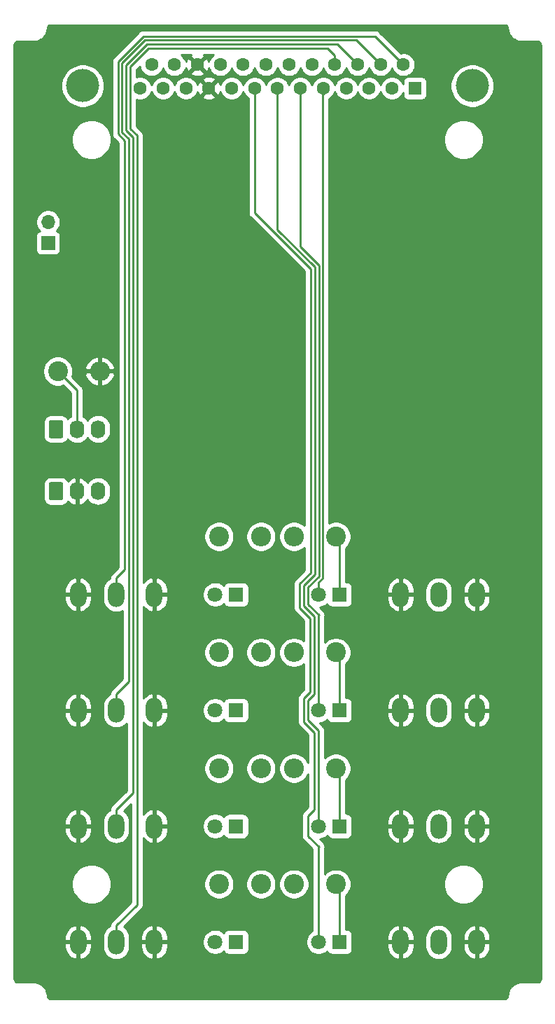
<source format=gtl>
G04 #@! TF.GenerationSoftware,KiCad,Pcbnew,5.1.5*
G04 #@! TF.CreationDate,2020-04-05T13:53:30+02:00*
G04 #@! TF.ProjectId,s7-ioboard,73372d69-6f62-46f6-9172-642e6b696361,16*
G04 #@! TF.SameCoordinates,Original*
G04 #@! TF.FileFunction,Copper,L1,Top*
G04 #@! TF.FilePolarity,Positive*
%FSLAX46Y46*%
G04 Gerber Fmt 4.6, Leading zero omitted, Abs format (unit mm)*
G04 Created by KiCad (PCBNEW 5.1.5) date 2020-04-05 13:53:30*
%MOMM*%
%LPD*%
G04 APERTURE LIST*
%ADD10O,1.740000X2.200000*%
%ADD11C,0.100000*%
%ADD12O,2.000000X3.000000*%
%ADD13C,4.000000*%
%ADD14C,1.600000*%
%ADD15R,1.600000X1.600000*%
%ADD16O,1.700000X1.700000*%
%ADD17R,1.700000X1.700000*%
%ADD18O,2.400000X2.400000*%
%ADD19C,2.400000*%
%ADD20C,1.800000*%
%ADD21R,1.800000X1.800000*%
%ADD22C,0.250000*%
%ADD23C,0.254000*%
G04 APERTURE END LIST*
D10*
X88290000Y-130000000D03*
X85750000Y-130000000D03*
G04 #@! TA.AperFunction,ComponentPad*
D11*
G36*
X83854505Y-128901204D02*
G01*
X83878773Y-128904804D01*
X83902572Y-128910765D01*
X83925671Y-128919030D01*
X83947850Y-128929520D01*
X83968893Y-128942132D01*
X83988599Y-128956747D01*
X84006777Y-128973223D01*
X84023253Y-128991401D01*
X84037868Y-129011107D01*
X84050480Y-129032150D01*
X84060970Y-129054329D01*
X84069235Y-129077428D01*
X84075196Y-129101227D01*
X84078796Y-129125495D01*
X84080000Y-129149999D01*
X84080000Y-130850001D01*
X84078796Y-130874505D01*
X84075196Y-130898773D01*
X84069235Y-130922572D01*
X84060970Y-130945671D01*
X84050480Y-130967850D01*
X84037868Y-130988893D01*
X84023253Y-131008599D01*
X84006777Y-131026777D01*
X83988599Y-131043253D01*
X83968893Y-131057868D01*
X83947850Y-131070480D01*
X83925671Y-131080970D01*
X83902572Y-131089235D01*
X83878773Y-131095196D01*
X83854505Y-131098796D01*
X83830001Y-131100000D01*
X82589999Y-131100000D01*
X82565495Y-131098796D01*
X82541227Y-131095196D01*
X82517428Y-131089235D01*
X82494329Y-131080970D01*
X82472150Y-131070480D01*
X82451107Y-131057868D01*
X82431401Y-131043253D01*
X82413223Y-131026777D01*
X82396747Y-131008599D01*
X82382132Y-130988893D01*
X82369520Y-130967850D01*
X82359030Y-130945671D01*
X82350765Y-130922572D01*
X82344804Y-130898773D01*
X82341204Y-130874505D01*
X82340000Y-130850001D01*
X82340000Y-129149999D01*
X82341204Y-129125495D01*
X82344804Y-129101227D01*
X82350765Y-129077428D01*
X82359030Y-129054329D01*
X82369520Y-129032150D01*
X82382132Y-129011107D01*
X82396747Y-128991401D01*
X82413223Y-128973223D01*
X82431401Y-128956747D01*
X82451107Y-128942132D01*
X82472150Y-128929520D01*
X82494329Y-128919030D01*
X82517428Y-128910765D01*
X82541227Y-128904804D01*
X82565495Y-128901204D01*
X82589999Y-128900000D01*
X83830001Y-128900000D01*
X83854505Y-128901204D01*
G37*
G04 #@! TD.AperFunction*
D10*
X88290000Y-137500000D03*
X85750000Y-137500000D03*
G04 #@! TA.AperFunction,ComponentPad*
D11*
G36*
X83854505Y-136401204D02*
G01*
X83878773Y-136404804D01*
X83902572Y-136410765D01*
X83925671Y-136419030D01*
X83947850Y-136429520D01*
X83968893Y-136442132D01*
X83988599Y-136456747D01*
X84006777Y-136473223D01*
X84023253Y-136491401D01*
X84037868Y-136511107D01*
X84050480Y-136532150D01*
X84060970Y-136554329D01*
X84069235Y-136577428D01*
X84075196Y-136601227D01*
X84078796Y-136625495D01*
X84080000Y-136649999D01*
X84080000Y-138350001D01*
X84078796Y-138374505D01*
X84075196Y-138398773D01*
X84069235Y-138422572D01*
X84060970Y-138445671D01*
X84050480Y-138467850D01*
X84037868Y-138488893D01*
X84023253Y-138508599D01*
X84006777Y-138526777D01*
X83988599Y-138543253D01*
X83968893Y-138557868D01*
X83947850Y-138570480D01*
X83925671Y-138580970D01*
X83902572Y-138589235D01*
X83878773Y-138595196D01*
X83854505Y-138598796D01*
X83830001Y-138600000D01*
X82589999Y-138600000D01*
X82565495Y-138598796D01*
X82541227Y-138595196D01*
X82517428Y-138589235D01*
X82494329Y-138580970D01*
X82472150Y-138570480D01*
X82451107Y-138557868D01*
X82431401Y-138543253D01*
X82413223Y-138526777D01*
X82396747Y-138508599D01*
X82382132Y-138488893D01*
X82369520Y-138467850D01*
X82359030Y-138445671D01*
X82350765Y-138422572D01*
X82344804Y-138398773D01*
X82341204Y-138374505D01*
X82340000Y-138350001D01*
X82340000Y-136649999D01*
X82341204Y-136625495D01*
X82344804Y-136601227D01*
X82350765Y-136577428D01*
X82359030Y-136554329D01*
X82369520Y-136532150D01*
X82382132Y-136511107D01*
X82396747Y-136491401D01*
X82413223Y-136473223D01*
X82431401Y-136456747D01*
X82451107Y-136442132D01*
X82472150Y-136429520D01*
X82494329Y-136419030D01*
X82517428Y-136410765D01*
X82541227Y-136404804D01*
X82565495Y-136401204D01*
X82589999Y-136400000D01*
X83830001Y-136400000D01*
X83854505Y-136401204D01*
G37*
G04 #@! TD.AperFunction*
D12*
X124900000Y-192000000D03*
X129500000Y-192000000D03*
X134100000Y-192000000D03*
X124900000Y-178000000D03*
X129500000Y-178000000D03*
X134100000Y-178000000D03*
X124900000Y-164000000D03*
X129500000Y-164000000D03*
X134100000Y-164000000D03*
X124900000Y-150000000D03*
X129500000Y-150000000D03*
X134100000Y-150000000D03*
X85900000Y-192000000D03*
X90500000Y-192000000D03*
X95100000Y-192000000D03*
X85900000Y-178000000D03*
X90500000Y-178000000D03*
X95100000Y-178000000D03*
X85900000Y-164000000D03*
X90500000Y-164000000D03*
X95100000Y-164000000D03*
X85900000Y-150000000D03*
X90500000Y-150000000D03*
X95100000Y-150000000D03*
D13*
X86450000Y-88500000D03*
X133550000Y-88500000D03*
D14*
X94765000Y-85960000D03*
X97535000Y-85960000D03*
X100305000Y-85960000D03*
X103075000Y-85960000D03*
X105845000Y-85960000D03*
X108615000Y-85960000D03*
X111385000Y-85960000D03*
X114155000Y-85960000D03*
X116925000Y-85960000D03*
X119695000Y-85960000D03*
X122465000Y-85960000D03*
X125235000Y-85960000D03*
X93380000Y-88800000D03*
X96150000Y-88800000D03*
X98920000Y-88800000D03*
X101690000Y-88800000D03*
X104460000Y-88800000D03*
X107230000Y-88800000D03*
X110000000Y-88800000D03*
X112770000Y-88800000D03*
X115540000Y-88800000D03*
X118310000Y-88800000D03*
X121080000Y-88800000D03*
X123850000Y-88800000D03*
D15*
X126620000Y-88800000D03*
D16*
X82250000Y-104960000D03*
D17*
X82250000Y-107500000D03*
D18*
X88500000Y-123000000D03*
D19*
X83420000Y-123000000D03*
D18*
X108000000Y-143000000D03*
D19*
X102920000Y-143000000D03*
D18*
X108000000Y-157000000D03*
D19*
X102920000Y-157000000D03*
D18*
X108000000Y-171000000D03*
D19*
X102920000Y-171000000D03*
D18*
X108000000Y-185000000D03*
D19*
X102920000Y-185000000D03*
D18*
X112000000Y-143000000D03*
D19*
X117080000Y-143000000D03*
D18*
X112000000Y-157000000D03*
D19*
X117080000Y-157000000D03*
D18*
X112000000Y-171000000D03*
D19*
X117080000Y-171000000D03*
D18*
X112000000Y-185000000D03*
D19*
X117080000Y-185000000D03*
D20*
X102460000Y-150000000D03*
D21*
X105000000Y-150000000D03*
D20*
X102460000Y-164000000D03*
D21*
X105000000Y-164000000D03*
D20*
X102460000Y-178000000D03*
D21*
X105000000Y-178000000D03*
D20*
X102460000Y-192000000D03*
D21*
X105000000Y-192000000D03*
D20*
X114960000Y-150000000D03*
D21*
X117500000Y-150000000D03*
D20*
X114960000Y-164000000D03*
D21*
X117500000Y-164000000D03*
D20*
X114960000Y-178000000D03*
D21*
X117500000Y-178000000D03*
D20*
X114960000Y-192000000D03*
D21*
X117500000Y-192000000D03*
D22*
X90500000Y-190000000D02*
X90500000Y-192000000D01*
X116925000Y-85960000D02*
X116925000Y-84828630D01*
X116925000Y-84828630D02*
X116096370Y-84000000D01*
X116096370Y-84000000D02*
X94400000Y-84000000D01*
X93000000Y-187500000D02*
X90500000Y-190000000D01*
X93000000Y-94500000D02*
X93000000Y-187500000D01*
X92204999Y-93704999D02*
X93000000Y-94500000D01*
X94400000Y-84000000D02*
X92204999Y-86195001D01*
X92204999Y-86195001D02*
X92204999Y-93704999D01*
X90500000Y-176000000D02*
X90500000Y-178000000D01*
X92500000Y-174000000D02*
X90500000Y-176000000D01*
X92500000Y-94707120D02*
X92500000Y-174000000D01*
X94192890Y-83499990D02*
X91704989Y-85987891D01*
X119695000Y-85960000D02*
X117234990Y-83499990D01*
X91704989Y-85987891D02*
X91704989Y-93912109D01*
X117234990Y-83499990D02*
X94192890Y-83499990D01*
X91704989Y-93912109D02*
X92500000Y-94707120D01*
X90500000Y-162000000D02*
X90500000Y-164000000D01*
X92000000Y-160500000D02*
X90500000Y-162000000D01*
X92000000Y-94914240D02*
X92000000Y-160500000D01*
X122465000Y-85960000D02*
X119504980Y-82999980D01*
X119504980Y-82999980D02*
X93985780Y-82999980D01*
X93985780Y-82999980D02*
X91204979Y-85780781D01*
X91204979Y-85780781D02*
X91204979Y-94119219D01*
X91204979Y-94119219D02*
X92000000Y-94914240D01*
X90500000Y-148000000D02*
X90500000Y-150000000D01*
X91500000Y-95121360D02*
X91500000Y-147000000D01*
X125235000Y-85960000D02*
X121774970Y-82499970D01*
X121774970Y-82499970D02*
X93778670Y-82499970D01*
X91500000Y-147000000D02*
X90500000Y-148000000D01*
X93778670Y-82499970D02*
X90704969Y-85573671D01*
X90704969Y-85573671D02*
X90704969Y-94326329D01*
X90704969Y-94326329D02*
X91500000Y-95121360D01*
X107230000Y-103851360D02*
X107230000Y-88400000D01*
X114000000Y-110621360D02*
X107230000Y-103851360D01*
X114000000Y-147378640D02*
X114000000Y-110621360D01*
X112684979Y-148693661D02*
X114000000Y-147378640D01*
X112684979Y-151599219D02*
X112684979Y-148693661D01*
X113184989Y-165392109D02*
X113184989Y-162567881D01*
X113684999Y-176774991D02*
X114459990Y-176000000D01*
X113184989Y-162567881D02*
X113959980Y-161792890D01*
X114960000Y-192000000D02*
X114960000Y-180540000D01*
X115000000Y-180500000D02*
X113684999Y-179184999D01*
X114960000Y-180540000D02*
X115000000Y-180500000D01*
X114459990Y-166667110D02*
X113184989Y-165392109D01*
X114459990Y-176000000D02*
X114459990Y-166667110D01*
X113959980Y-161792890D02*
X113959980Y-152874220D01*
X113684999Y-179184999D02*
X113684999Y-176774991D01*
X113959980Y-152874220D02*
X112684979Y-151599219D01*
X110000000Y-105914240D02*
X110000000Y-88400000D01*
X114500000Y-110414240D02*
X110000000Y-105914240D01*
X114500000Y-147585760D02*
X114500000Y-110414240D01*
X113184989Y-148900771D02*
X114500000Y-147585760D01*
X113184989Y-151392109D02*
X113184989Y-148900771D01*
X114459990Y-152667110D02*
X113184989Y-151392109D01*
X114960000Y-166460000D02*
X113684999Y-165184999D01*
X113684999Y-165184999D02*
X113684999Y-162774991D01*
X114960000Y-178000000D02*
X114960000Y-166460000D01*
X113684999Y-162774991D02*
X114459990Y-162000000D01*
X114459990Y-162000000D02*
X114459990Y-152667110D01*
X115000000Y-147792880D02*
X115000000Y-110207120D01*
X114960000Y-152540000D02*
X115000000Y-152500000D01*
X114960000Y-164000000D02*
X114960000Y-152540000D01*
X113684999Y-149107881D02*
X115000000Y-147792880D01*
X115000000Y-110207120D02*
X112770000Y-107977120D01*
X115000000Y-152500000D02*
X113684999Y-151184999D01*
X112770000Y-107977120D02*
X112770000Y-88400000D01*
X113684999Y-151184999D02*
X113684999Y-149107881D01*
X115540000Y-89531370D02*
X115540000Y-88400000D01*
X115500010Y-89571360D02*
X115540000Y-89531370D01*
X115500010Y-147999990D02*
X115500010Y-89571360D01*
X114960000Y-148540000D02*
X115500010Y-147999990D01*
X114960000Y-150000000D02*
X114960000Y-148540000D01*
X85750000Y-125330000D02*
X83420000Y-123000000D01*
X85750000Y-130000000D02*
X85750000Y-125330000D01*
X117500000Y-143420000D02*
X117080000Y-143000000D01*
X117500000Y-150000000D02*
X117500000Y-143420000D01*
X117500000Y-157420000D02*
X117080000Y-157000000D01*
X117500000Y-164000000D02*
X117500000Y-157420000D01*
X117500000Y-171420000D02*
X117080000Y-171000000D01*
X117500000Y-178000000D02*
X117500000Y-171420000D01*
X117500000Y-185420000D02*
X117080000Y-185000000D01*
X117500000Y-192000000D02*
X117500000Y-185420000D01*
D23*
G36*
X137565424Y-81169580D02*
G01*
X137628356Y-81188580D01*
X137686405Y-81219445D01*
X137737343Y-81260989D01*
X137779248Y-81311644D01*
X137810515Y-81369471D01*
X137829956Y-81432272D01*
X137842824Y-81554708D01*
X137842740Y-81566801D01*
X137843640Y-81575972D01*
X137864041Y-81770069D01*
X137876068Y-81828658D01*
X137887277Y-81887423D01*
X137889941Y-81896245D01*
X137947653Y-82082683D01*
X137970838Y-82137838D01*
X137993242Y-82193291D01*
X137997568Y-82201427D01*
X138090393Y-82373104D01*
X138123846Y-82422699D01*
X138156600Y-82472753D01*
X138162424Y-82479894D01*
X138286828Y-82630272D01*
X138329263Y-82672411D01*
X138371126Y-82715161D01*
X138378227Y-82721034D01*
X138529469Y-82844384D01*
X138579277Y-82877477D01*
X138628651Y-82911284D01*
X138636757Y-82915667D01*
X138809080Y-83007292D01*
X138864392Y-83030090D01*
X138919366Y-83053652D01*
X138928169Y-83056377D01*
X139115006Y-83112786D01*
X139173686Y-83124405D01*
X139232196Y-83136842D01*
X139241361Y-83137805D01*
X139435594Y-83156850D01*
X139435598Y-83156850D01*
X139467581Y-83160000D01*
X141467721Y-83160000D01*
X141565424Y-83169580D01*
X141628356Y-83188580D01*
X141686405Y-83219445D01*
X141737343Y-83260989D01*
X141779248Y-83311644D01*
X141810515Y-83369471D01*
X141829956Y-83432272D01*
X141840000Y-83527835D01*
X141840001Y-196467711D01*
X141830420Y-196565424D01*
X141811420Y-196628357D01*
X141780554Y-196686406D01*
X141739011Y-196737343D01*
X141688356Y-196779248D01*
X141630529Y-196810515D01*
X141567728Y-196829956D01*
X141472165Y-196840000D01*
X139467581Y-196840000D01*
X139439326Y-196842783D01*
X139433199Y-196842740D01*
X139424028Y-196843640D01*
X139229931Y-196864041D01*
X139171348Y-196876066D01*
X139112577Y-196887277D01*
X139103755Y-196889941D01*
X138917317Y-196947653D01*
X138862162Y-196970838D01*
X138806709Y-196993242D01*
X138798573Y-196997568D01*
X138626896Y-197090393D01*
X138577278Y-197123861D01*
X138527247Y-197156600D01*
X138520106Y-197162424D01*
X138369728Y-197286828D01*
X138327589Y-197329263D01*
X138284839Y-197371126D01*
X138278966Y-197378227D01*
X138155616Y-197529469D01*
X138122534Y-197579262D01*
X138088716Y-197628651D01*
X138084333Y-197636757D01*
X137992708Y-197809079D01*
X137969909Y-197864394D01*
X137946348Y-197919366D01*
X137943623Y-197928169D01*
X137887214Y-198115005D01*
X137875594Y-198173693D01*
X137863158Y-198232196D01*
X137862195Y-198241361D01*
X137843150Y-198435595D01*
X137830420Y-198565424D01*
X137811420Y-198628357D01*
X137780554Y-198686406D01*
X137739011Y-198737343D01*
X137688356Y-198779248D01*
X137630529Y-198810515D01*
X137567728Y-198829956D01*
X137472165Y-198840000D01*
X82532279Y-198840000D01*
X82434576Y-198830420D01*
X82371643Y-198811420D01*
X82313594Y-198780554D01*
X82262657Y-198739011D01*
X82220752Y-198688356D01*
X82189485Y-198630529D01*
X82170044Y-198567728D01*
X82157176Y-198445292D01*
X82157260Y-198433199D01*
X82156360Y-198424028D01*
X82135959Y-198229931D01*
X82123934Y-198171348D01*
X82112723Y-198112577D01*
X82110059Y-198103755D01*
X82052347Y-197917317D01*
X82029162Y-197862162D01*
X82006758Y-197806709D01*
X82002432Y-197798573D01*
X81909607Y-197626896D01*
X81876139Y-197577278D01*
X81843400Y-197527247D01*
X81837576Y-197520106D01*
X81713172Y-197369728D01*
X81670737Y-197327589D01*
X81628874Y-197284839D01*
X81621773Y-197278966D01*
X81470531Y-197155616D01*
X81420738Y-197122534D01*
X81371349Y-197088716D01*
X81363243Y-197084333D01*
X81190921Y-196992708D01*
X81135606Y-196969909D01*
X81080634Y-196946348D01*
X81071831Y-196943623D01*
X80884995Y-196887214D01*
X80826307Y-196875594D01*
X80767804Y-196863158D01*
X80758639Y-196862195D01*
X80564405Y-196843150D01*
X80564402Y-196843150D01*
X80532419Y-196840000D01*
X78532279Y-196840000D01*
X78434576Y-196830420D01*
X78371643Y-196811420D01*
X78313594Y-196780554D01*
X78262657Y-196739011D01*
X78220752Y-196688356D01*
X78189485Y-196630529D01*
X78170044Y-196567728D01*
X78160000Y-196472165D01*
X78160000Y-192127000D01*
X84265000Y-192127000D01*
X84265000Y-192627000D01*
X84321193Y-192943532D01*
X84438058Y-193243020D01*
X84611105Y-193513954D01*
X84833683Y-193745922D01*
X85097239Y-193930010D01*
X85391645Y-194059144D01*
X85519566Y-194090124D01*
X85773000Y-193970777D01*
X85773000Y-192127000D01*
X86027000Y-192127000D01*
X86027000Y-193970777D01*
X86280434Y-194090124D01*
X86408355Y-194059144D01*
X86702761Y-193930010D01*
X86966317Y-193745922D01*
X87188895Y-193513954D01*
X87361942Y-193243020D01*
X87478807Y-192943532D01*
X87535000Y-192627000D01*
X87535000Y-192127000D01*
X86027000Y-192127000D01*
X85773000Y-192127000D01*
X84265000Y-192127000D01*
X78160000Y-192127000D01*
X78160000Y-191373000D01*
X84265000Y-191373000D01*
X84265000Y-191873000D01*
X85773000Y-191873000D01*
X85773000Y-190029223D01*
X86027000Y-190029223D01*
X86027000Y-191873000D01*
X87535000Y-191873000D01*
X87535000Y-191373000D01*
X87478807Y-191056468D01*
X87361942Y-190756980D01*
X87188895Y-190486046D01*
X86966317Y-190254078D01*
X86702761Y-190069990D01*
X86408355Y-189940856D01*
X86280434Y-189909876D01*
X86027000Y-190029223D01*
X85773000Y-190029223D01*
X85519566Y-189909876D01*
X85391645Y-189940856D01*
X85097239Y-190069990D01*
X84833683Y-190254078D01*
X84611105Y-190486046D01*
X84438058Y-190756980D01*
X84321193Y-191056468D01*
X84265000Y-191373000D01*
X78160000Y-191373000D01*
X78160000Y-184761818D01*
X85081701Y-184761818D01*
X85081701Y-185238182D01*
X85174635Y-185705392D01*
X85356931Y-186145494D01*
X85621585Y-186541576D01*
X85958424Y-186878415D01*
X86354506Y-187143069D01*
X86794608Y-187325365D01*
X87261818Y-187418299D01*
X87738182Y-187418299D01*
X88205392Y-187325365D01*
X88645494Y-187143069D01*
X89041576Y-186878415D01*
X89378415Y-186541576D01*
X89643069Y-186145494D01*
X89825365Y-185705392D01*
X89918299Y-185238182D01*
X89918299Y-184761818D01*
X89825365Y-184294608D01*
X89643069Y-183854506D01*
X89378415Y-183458424D01*
X89041576Y-183121585D01*
X88645494Y-182856931D01*
X88205392Y-182674635D01*
X87738182Y-182581701D01*
X87261818Y-182581701D01*
X86794608Y-182674635D01*
X86354506Y-182856931D01*
X85958424Y-183121585D01*
X85621585Y-183458424D01*
X85356931Y-183854506D01*
X85174635Y-184294608D01*
X85081701Y-184761818D01*
X78160000Y-184761818D01*
X78160000Y-178127000D01*
X84265000Y-178127000D01*
X84265000Y-178627000D01*
X84321193Y-178943532D01*
X84438058Y-179243020D01*
X84611105Y-179513954D01*
X84833683Y-179745922D01*
X85097239Y-179930010D01*
X85391645Y-180059144D01*
X85519566Y-180090124D01*
X85773000Y-179970777D01*
X85773000Y-178127000D01*
X86027000Y-178127000D01*
X86027000Y-179970777D01*
X86280434Y-180090124D01*
X86408355Y-180059144D01*
X86702761Y-179930010D01*
X86966317Y-179745922D01*
X87188895Y-179513954D01*
X87361942Y-179243020D01*
X87478807Y-178943532D01*
X87535000Y-178627000D01*
X87535000Y-178127000D01*
X86027000Y-178127000D01*
X85773000Y-178127000D01*
X84265000Y-178127000D01*
X78160000Y-178127000D01*
X78160000Y-177373000D01*
X84265000Y-177373000D01*
X84265000Y-177873000D01*
X85773000Y-177873000D01*
X85773000Y-176029223D01*
X86027000Y-176029223D01*
X86027000Y-177873000D01*
X87535000Y-177873000D01*
X87535000Y-177373000D01*
X87478807Y-177056468D01*
X87361942Y-176756980D01*
X87188895Y-176486046D01*
X86966317Y-176254078D01*
X86702761Y-176069990D01*
X86408355Y-175940856D01*
X86280434Y-175909876D01*
X86027000Y-176029223D01*
X85773000Y-176029223D01*
X85519566Y-175909876D01*
X85391645Y-175940856D01*
X85097239Y-176069990D01*
X84833683Y-176254078D01*
X84611105Y-176486046D01*
X84438058Y-176756980D01*
X84321193Y-177056468D01*
X84265000Y-177373000D01*
X78160000Y-177373000D01*
X78160000Y-164127000D01*
X84265000Y-164127000D01*
X84265000Y-164627000D01*
X84321193Y-164943532D01*
X84438058Y-165243020D01*
X84611105Y-165513954D01*
X84833683Y-165745922D01*
X85097239Y-165930010D01*
X85391645Y-166059144D01*
X85519566Y-166090124D01*
X85773000Y-165970777D01*
X85773000Y-164127000D01*
X86027000Y-164127000D01*
X86027000Y-165970777D01*
X86280434Y-166090124D01*
X86408355Y-166059144D01*
X86702761Y-165930010D01*
X86966317Y-165745922D01*
X87188895Y-165513954D01*
X87361942Y-165243020D01*
X87478807Y-164943532D01*
X87535000Y-164627000D01*
X87535000Y-164127000D01*
X86027000Y-164127000D01*
X85773000Y-164127000D01*
X84265000Y-164127000D01*
X78160000Y-164127000D01*
X78160000Y-163373000D01*
X84265000Y-163373000D01*
X84265000Y-163873000D01*
X85773000Y-163873000D01*
X85773000Y-162029223D01*
X86027000Y-162029223D01*
X86027000Y-163873000D01*
X87535000Y-163873000D01*
X87535000Y-163373000D01*
X87478807Y-163056468D01*
X87361942Y-162756980D01*
X87188895Y-162486046D01*
X86966317Y-162254078D01*
X86702761Y-162069990D01*
X86408355Y-161940856D01*
X86280434Y-161909876D01*
X86027000Y-162029223D01*
X85773000Y-162029223D01*
X85519566Y-161909876D01*
X85391645Y-161940856D01*
X85097239Y-162069990D01*
X84833683Y-162254078D01*
X84611105Y-162486046D01*
X84438058Y-162756980D01*
X84321193Y-163056468D01*
X84265000Y-163373000D01*
X78160000Y-163373000D01*
X78160000Y-150127000D01*
X84265000Y-150127000D01*
X84265000Y-150627000D01*
X84321193Y-150943532D01*
X84438058Y-151243020D01*
X84611105Y-151513954D01*
X84833683Y-151745922D01*
X85097239Y-151930010D01*
X85391645Y-152059144D01*
X85519566Y-152090124D01*
X85773000Y-151970777D01*
X85773000Y-150127000D01*
X86027000Y-150127000D01*
X86027000Y-151970777D01*
X86280434Y-152090124D01*
X86408355Y-152059144D01*
X86702761Y-151930010D01*
X86966317Y-151745922D01*
X87188895Y-151513954D01*
X87361942Y-151243020D01*
X87478807Y-150943532D01*
X87535000Y-150627000D01*
X87535000Y-150127000D01*
X86027000Y-150127000D01*
X85773000Y-150127000D01*
X84265000Y-150127000D01*
X78160000Y-150127000D01*
X78160000Y-149373000D01*
X84265000Y-149373000D01*
X84265000Y-149873000D01*
X85773000Y-149873000D01*
X85773000Y-148029223D01*
X86027000Y-148029223D01*
X86027000Y-149873000D01*
X87535000Y-149873000D01*
X87535000Y-149419679D01*
X88865000Y-149419679D01*
X88865000Y-150580322D01*
X88888657Y-150820516D01*
X88982148Y-151128715D01*
X89133970Y-151412752D01*
X89338287Y-151661714D01*
X89587249Y-151866031D01*
X89871286Y-152017852D01*
X90179485Y-152111343D01*
X90500000Y-152142911D01*
X90820516Y-152111343D01*
X91128715Y-152017852D01*
X91240001Y-151958368D01*
X91240001Y-160185197D01*
X89989003Y-161436196D01*
X89959999Y-161459999D01*
X89926643Y-161500644D01*
X89865026Y-161575724D01*
X89828583Y-161643904D01*
X89794454Y-161707754D01*
X89750997Y-161851015D01*
X89740000Y-161962668D01*
X89740000Y-161962678D01*
X89736324Y-162000000D01*
X89740000Y-162037323D01*
X89740000Y-162052321D01*
X89587248Y-162133969D01*
X89338286Y-162338286D01*
X89133969Y-162587249D01*
X88982148Y-162871286D01*
X88888657Y-163179485D01*
X88865000Y-163419679D01*
X88865000Y-164580322D01*
X88888657Y-164820516D01*
X88982148Y-165128715D01*
X89133970Y-165412752D01*
X89338287Y-165661714D01*
X89587249Y-165866031D01*
X89871286Y-166017852D01*
X90179485Y-166111343D01*
X90500000Y-166142911D01*
X90820516Y-166111343D01*
X91128715Y-166017852D01*
X91412752Y-165866031D01*
X91661714Y-165661714D01*
X91740001Y-165566321D01*
X91740001Y-173685197D01*
X89989003Y-175436196D01*
X89959999Y-175459999D01*
X89904871Y-175527174D01*
X89865026Y-175575724D01*
X89794455Y-175707753D01*
X89794454Y-175707754D01*
X89750997Y-175851015D01*
X89740000Y-175962668D01*
X89740000Y-175962678D01*
X89736324Y-176000000D01*
X89740000Y-176037323D01*
X89740000Y-176052321D01*
X89587248Y-176133969D01*
X89338286Y-176338286D01*
X89133969Y-176587249D01*
X88982148Y-176871286D01*
X88888657Y-177179485D01*
X88865000Y-177419679D01*
X88865000Y-178580322D01*
X88888657Y-178820516D01*
X88982148Y-179128715D01*
X89133970Y-179412752D01*
X89338287Y-179661714D01*
X89587249Y-179866031D01*
X89871286Y-180017852D01*
X90179485Y-180111343D01*
X90500000Y-180142911D01*
X90820516Y-180111343D01*
X91128715Y-180017852D01*
X91412752Y-179866031D01*
X91661714Y-179661714D01*
X91866031Y-179412752D01*
X92017852Y-179128715D01*
X92111343Y-178820516D01*
X92135000Y-178580322D01*
X92135000Y-177419678D01*
X92111343Y-177179484D01*
X92017852Y-176871285D01*
X91866031Y-176587248D01*
X91661714Y-176338286D01*
X91428175Y-176146627D01*
X92240001Y-175334801D01*
X92240001Y-187185197D01*
X89989003Y-189436196D01*
X89959999Y-189459999D01*
X89904871Y-189527174D01*
X89865026Y-189575724D01*
X89794455Y-189707753D01*
X89794454Y-189707754D01*
X89750997Y-189851015D01*
X89740000Y-189962668D01*
X89740000Y-189962678D01*
X89736324Y-190000000D01*
X89740000Y-190037323D01*
X89740000Y-190052321D01*
X89587248Y-190133969D01*
X89338286Y-190338286D01*
X89133969Y-190587249D01*
X88982148Y-190871286D01*
X88888657Y-191179485D01*
X88865000Y-191419679D01*
X88865000Y-192580322D01*
X88888657Y-192820516D01*
X88982148Y-193128715D01*
X89133970Y-193412752D01*
X89338287Y-193661714D01*
X89587249Y-193866031D01*
X89871286Y-194017852D01*
X90179485Y-194111343D01*
X90500000Y-194142911D01*
X90820516Y-194111343D01*
X91128715Y-194017852D01*
X91412752Y-193866031D01*
X91661714Y-193661714D01*
X91866031Y-193412752D01*
X92017852Y-193128715D01*
X92111343Y-192820516D01*
X92135000Y-192580322D01*
X92135000Y-192127000D01*
X93465000Y-192127000D01*
X93465000Y-192627000D01*
X93521193Y-192943532D01*
X93638058Y-193243020D01*
X93811105Y-193513954D01*
X94033683Y-193745922D01*
X94297239Y-193930010D01*
X94591645Y-194059144D01*
X94719566Y-194090124D01*
X94973000Y-193970777D01*
X94973000Y-192127000D01*
X95227000Y-192127000D01*
X95227000Y-193970777D01*
X95480434Y-194090124D01*
X95608355Y-194059144D01*
X95902761Y-193930010D01*
X96166317Y-193745922D01*
X96388895Y-193513954D01*
X96561942Y-193243020D01*
X96678807Y-192943532D01*
X96735000Y-192627000D01*
X96735000Y-192127000D01*
X95227000Y-192127000D01*
X94973000Y-192127000D01*
X93465000Y-192127000D01*
X92135000Y-192127000D01*
X92135000Y-191419678D01*
X92130403Y-191373000D01*
X93465000Y-191373000D01*
X93465000Y-191873000D01*
X94973000Y-191873000D01*
X94973000Y-190029223D01*
X95227000Y-190029223D01*
X95227000Y-191873000D01*
X96735000Y-191873000D01*
X96735000Y-191848816D01*
X100925000Y-191848816D01*
X100925000Y-192151184D01*
X100983989Y-192447743D01*
X101099701Y-192727095D01*
X101267688Y-192978505D01*
X101481495Y-193192312D01*
X101732905Y-193360299D01*
X102012257Y-193476011D01*
X102308816Y-193535000D01*
X102611184Y-193535000D01*
X102907743Y-193476011D01*
X103187095Y-193360299D01*
X103438505Y-193192312D01*
X103504944Y-193125873D01*
X103510498Y-193144180D01*
X103569463Y-193254494D01*
X103648815Y-193351185D01*
X103745506Y-193430537D01*
X103855820Y-193489502D01*
X103975518Y-193525812D01*
X104100000Y-193538072D01*
X105900000Y-193538072D01*
X106024482Y-193525812D01*
X106144180Y-193489502D01*
X106254494Y-193430537D01*
X106351185Y-193351185D01*
X106430537Y-193254494D01*
X106489502Y-193144180D01*
X106525812Y-193024482D01*
X106538072Y-192900000D01*
X106538072Y-191100000D01*
X106525812Y-190975518D01*
X106489502Y-190855820D01*
X106430537Y-190745506D01*
X106351185Y-190648815D01*
X106254494Y-190569463D01*
X106144180Y-190510498D01*
X106024482Y-190474188D01*
X105900000Y-190461928D01*
X104100000Y-190461928D01*
X103975518Y-190474188D01*
X103855820Y-190510498D01*
X103745506Y-190569463D01*
X103648815Y-190648815D01*
X103569463Y-190745506D01*
X103510498Y-190855820D01*
X103504944Y-190874127D01*
X103438505Y-190807688D01*
X103187095Y-190639701D01*
X102907743Y-190523989D01*
X102611184Y-190465000D01*
X102308816Y-190465000D01*
X102012257Y-190523989D01*
X101732905Y-190639701D01*
X101481495Y-190807688D01*
X101267688Y-191021495D01*
X101099701Y-191272905D01*
X100983989Y-191552257D01*
X100925000Y-191848816D01*
X96735000Y-191848816D01*
X96735000Y-191373000D01*
X96678807Y-191056468D01*
X96561942Y-190756980D01*
X96388895Y-190486046D01*
X96166317Y-190254078D01*
X95902761Y-190069990D01*
X95608355Y-189940856D01*
X95480434Y-189909876D01*
X95227000Y-190029223D01*
X94973000Y-190029223D01*
X94719566Y-189909876D01*
X94591645Y-189940856D01*
X94297239Y-190069990D01*
X94033683Y-190254078D01*
X93811105Y-190486046D01*
X93638058Y-190756980D01*
X93521193Y-191056468D01*
X93465000Y-191373000D01*
X92130403Y-191373000D01*
X92111343Y-191179484D01*
X92017852Y-190871285D01*
X91866031Y-190587248D01*
X91661714Y-190338286D01*
X91428175Y-190146627D01*
X93511003Y-188063799D01*
X93540001Y-188040001D01*
X93566332Y-188007917D01*
X93634974Y-187924277D01*
X93705546Y-187792247D01*
X93749003Y-187648986D01*
X93760000Y-187537333D01*
X93760000Y-187537323D01*
X93763676Y-187500000D01*
X93760000Y-187462677D01*
X93760000Y-184819268D01*
X101085000Y-184819268D01*
X101085000Y-185180732D01*
X101155518Y-185535250D01*
X101293844Y-185869199D01*
X101494662Y-186169744D01*
X101750256Y-186425338D01*
X102050801Y-186626156D01*
X102384750Y-186764482D01*
X102739268Y-186835000D01*
X103100732Y-186835000D01*
X103455250Y-186764482D01*
X103789199Y-186626156D01*
X104089744Y-186425338D01*
X104345338Y-186169744D01*
X104546156Y-185869199D01*
X104684482Y-185535250D01*
X104755000Y-185180732D01*
X104755000Y-184819268D01*
X106165000Y-184819268D01*
X106165000Y-185180732D01*
X106235518Y-185535250D01*
X106373844Y-185869199D01*
X106574662Y-186169744D01*
X106830256Y-186425338D01*
X107130801Y-186626156D01*
X107464750Y-186764482D01*
X107819268Y-186835000D01*
X108180732Y-186835000D01*
X108535250Y-186764482D01*
X108869199Y-186626156D01*
X109169744Y-186425338D01*
X109425338Y-186169744D01*
X109626156Y-185869199D01*
X109764482Y-185535250D01*
X109835000Y-185180732D01*
X109835000Y-184819268D01*
X110165000Y-184819268D01*
X110165000Y-185180732D01*
X110235518Y-185535250D01*
X110373844Y-185869199D01*
X110574662Y-186169744D01*
X110830256Y-186425338D01*
X111130801Y-186626156D01*
X111464750Y-186764482D01*
X111819268Y-186835000D01*
X112180732Y-186835000D01*
X112535250Y-186764482D01*
X112869199Y-186626156D01*
X113169744Y-186425338D01*
X113425338Y-186169744D01*
X113626156Y-185869199D01*
X113764482Y-185535250D01*
X113835000Y-185180732D01*
X113835000Y-184819268D01*
X113764482Y-184464750D01*
X113626156Y-184130801D01*
X113425338Y-183830256D01*
X113169744Y-183574662D01*
X112869199Y-183373844D01*
X112535250Y-183235518D01*
X112180732Y-183165000D01*
X111819268Y-183165000D01*
X111464750Y-183235518D01*
X111130801Y-183373844D01*
X110830256Y-183574662D01*
X110574662Y-183830256D01*
X110373844Y-184130801D01*
X110235518Y-184464750D01*
X110165000Y-184819268D01*
X109835000Y-184819268D01*
X109764482Y-184464750D01*
X109626156Y-184130801D01*
X109425338Y-183830256D01*
X109169744Y-183574662D01*
X108869199Y-183373844D01*
X108535250Y-183235518D01*
X108180732Y-183165000D01*
X107819268Y-183165000D01*
X107464750Y-183235518D01*
X107130801Y-183373844D01*
X106830256Y-183574662D01*
X106574662Y-183830256D01*
X106373844Y-184130801D01*
X106235518Y-184464750D01*
X106165000Y-184819268D01*
X104755000Y-184819268D01*
X104684482Y-184464750D01*
X104546156Y-184130801D01*
X104345338Y-183830256D01*
X104089744Y-183574662D01*
X103789199Y-183373844D01*
X103455250Y-183235518D01*
X103100732Y-183165000D01*
X102739268Y-183165000D01*
X102384750Y-183235518D01*
X102050801Y-183373844D01*
X101750256Y-183574662D01*
X101494662Y-183830256D01*
X101293844Y-184130801D01*
X101155518Y-184464750D01*
X101085000Y-184819268D01*
X93760000Y-184819268D01*
X93760000Y-179433941D01*
X93811105Y-179513954D01*
X94033683Y-179745922D01*
X94297239Y-179930010D01*
X94591645Y-180059144D01*
X94719566Y-180090124D01*
X94973000Y-179970777D01*
X94973000Y-178127000D01*
X95227000Y-178127000D01*
X95227000Y-179970777D01*
X95480434Y-180090124D01*
X95608355Y-180059144D01*
X95902761Y-179930010D01*
X96166317Y-179745922D01*
X96388895Y-179513954D01*
X96561942Y-179243020D01*
X96678807Y-178943532D01*
X96735000Y-178627000D01*
X96735000Y-178127000D01*
X95227000Y-178127000D01*
X94973000Y-178127000D01*
X94953000Y-178127000D01*
X94953000Y-177873000D01*
X94973000Y-177873000D01*
X94973000Y-176029223D01*
X95227000Y-176029223D01*
X95227000Y-177873000D01*
X96735000Y-177873000D01*
X96735000Y-177848816D01*
X100925000Y-177848816D01*
X100925000Y-178151184D01*
X100983989Y-178447743D01*
X101099701Y-178727095D01*
X101267688Y-178978505D01*
X101481495Y-179192312D01*
X101732905Y-179360299D01*
X102012257Y-179476011D01*
X102308816Y-179535000D01*
X102611184Y-179535000D01*
X102907743Y-179476011D01*
X103187095Y-179360299D01*
X103438505Y-179192312D01*
X103504944Y-179125873D01*
X103510498Y-179144180D01*
X103569463Y-179254494D01*
X103648815Y-179351185D01*
X103745506Y-179430537D01*
X103855820Y-179489502D01*
X103975518Y-179525812D01*
X104100000Y-179538072D01*
X105900000Y-179538072D01*
X106024482Y-179525812D01*
X106144180Y-179489502D01*
X106254494Y-179430537D01*
X106351185Y-179351185D01*
X106430537Y-179254494D01*
X106489502Y-179144180D01*
X106525812Y-179024482D01*
X106538072Y-178900000D01*
X106538072Y-177100000D01*
X106525812Y-176975518D01*
X106489502Y-176855820D01*
X106430537Y-176745506D01*
X106351185Y-176648815D01*
X106254494Y-176569463D01*
X106144180Y-176510498D01*
X106024482Y-176474188D01*
X105900000Y-176461928D01*
X104100000Y-176461928D01*
X103975518Y-176474188D01*
X103855820Y-176510498D01*
X103745506Y-176569463D01*
X103648815Y-176648815D01*
X103569463Y-176745506D01*
X103510498Y-176855820D01*
X103504944Y-176874127D01*
X103438505Y-176807688D01*
X103187095Y-176639701D01*
X102907743Y-176523989D01*
X102611184Y-176465000D01*
X102308816Y-176465000D01*
X102012257Y-176523989D01*
X101732905Y-176639701D01*
X101481495Y-176807688D01*
X101267688Y-177021495D01*
X101099701Y-177272905D01*
X100983989Y-177552257D01*
X100925000Y-177848816D01*
X96735000Y-177848816D01*
X96735000Y-177373000D01*
X96678807Y-177056468D01*
X96561942Y-176756980D01*
X96388895Y-176486046D01*
X96166317Y-176254078D01*
X95902761Y-176069990D01*
X95608355Y-175940856D01*
X95480434Y-175909876D01*
X95227000Y-176029223D01*
X94973000Y-176029223D01*
X94719566Y-175909876D01*
X94591645Y-175940856D01*
X94297239Y-176069990D01*
X94033683Y-176254078D01*
X93811105Y-176486046D01*
X93760000Y-176566059D01*
X93760000Y-170819268D01*
X101085000Y-170819268D01*
X101085000Y-171180732D01*
X101155518Y-171535250D01*
X101293844Y-171869199D01*
X101494662Y-172169744D01*
X101750256Y-172425338D01*
X102050801Y-172626156D01*
X102384750Y-172764482D01*
X102739268Y-172835000D01*
X103100732Y-172835000D01*
X103455250Y-172764482D01*
X103789199Y-172626156D01*
X104089744Y-172425338D01*
X104345338Y-172169744D01*
X104546156Y-171869199D01*
X104684482Y-171535250D01*
X104755000Y-171180732D01*
X104755000Y-170819268D01*
X106165000Y-170819268D01*
X106165000Y-171180732D01*
X106235518Y-171535250D01*
X106373844Y-171869199D01*
X106574662Y-172169744D01*
X106830256Y-172425338D01*
X107130801Y-172626156D01*
X107464750Y-172764482D01*
X107819268Y-172835000D01*
X108180732Y-172835000D01*
X108535250Y-172764482D01*
X108869199Y-172626156D01*
X109169744Y-172425338D01*
X109425338Y-172169744D01*
X109626156Y-171869199D01*
X109764482Y-171535250D01*
X109835000Y-171180732D01*
X109835000Y-170819268D01*
X109764482Y-170464750D01*
X109626156Y-170130801D01*
X109425338Y-169830256D01*
X109169744Y-169574662D01*
X108869199Y-169373844D01*
X108535250Y-169235518D01*
X108180732Y-169165000D01*
X107819268Y-169165000D01*
X107464750Y-169235518D01*
X107130801Y-169373844D01*
X106830256Y-169574662D01*
X106574662Y-169830256D01*
X106373844Y-170130801D01*
X106235518Y-170464750D01*
X106165000Y-170819268D01*
X104755000Y-170819268D01*
X104684482Y-170464750D01*
X104546156Y-170130801D01*
X104345338Y-169830256D01*
X104089744Y-169574662D01*
X103789199Y-169373844D01*
X103455250Y-169235518D01*
X103100732Y-169165000D01*
X102739268Y-169165000D01*
X102384750Y-169235518D01*
X102050801Y-169373844D01*
X101750256Y-169574662D01*
X101494662Y-169830256D01*
X101293844Y-170130801D01*
X101155518Y-170464750D01*
X101085000Y-170819268D01*
X93760000Y-170819268D01*
X93760000Y-165433941D01*
X93811105Y-165513954D01*
X94033683Y-165745922D01*
X94297239Y-165930010D01*
X94591645Y-166059144D01*
X94719566Y-166090124D01*
X94973000Y-165970777D01*
X94973000Y-164127000D01*
X95227000Y-164127000D01*
X95227000Y-165970777D01*
X95480434Y-166090124D01*
X95608355Y-166059144D01*
X95902761Y-165930010D01*
X96166317Y-165745922D01*
X96388895Y-165513954D01*
X96561942Y-165243020D01*
X96678807Y-164943532D01*
X96735000Y-164627000D01*
X96735000Y-164127000D01*
X95227000Y-164127000D01*
X94973000Y-164127000D01*
X94953000Y-164127000D01*
X94953000Y-163873000D01*
X94973000Y-163873000D01*
X94973000Y-162029223D01*
X95227000Y-162029223D01*
X95227000Y-163873000D01*
X96735000Y-163873000D01*
X96735000Y-163848816D01*
X100925000Y-163848816D01*
X100925000Y-164151184D01*
X100983989Y-164447743D01*
X101099701Y-164727095D01*
X101267688Y-164978505D01*
X101481495Y-165192312D01*
X101732905Y-165360299D01*
X102012257Y-165476011D01*
X102308816Y-165535000D01*
X102611184Y-165535000D01*
X102907743Y-165476011D01*
X103187095Y-165360299D01*
X103438505Y-165192312D01*
X103504944Y-165125873D01*
X103510498Y-165144180D01*
X103569463Y-165254494D01*
X103648815Y-165351185D01*
X103745506Y-165430537D01*
X103855820Y-165489502D01*
X103975518Y-165525812D01*
X104100000Y-165538072D01*
X105900000Y-165538072D01*
X106024482Y-165525812D01*
X106144180Y-165489502D01*
X106254494Y-165430537D01*
X106351185Y-165351185D01*
X106430537Y-165254494D01*
X106489502Y-165144180D01*
X106525812Y-165024482D01*
X106538072Y-164900000D01*
X106538072Y-163100000D01*
X106525812Y-162975518D01*
X106489502Y-162855820D01*
X106430537Y-162745506D01*
X106351185Y-162648815D01*
X106254494Y-162569463D01*
X106144180Y-162510498D01*
X106024482Y-162474188D01*
X105900000Y-162461928D01*
X104100000Y-162461928D01*
X103975518Y-162474188D01*
X103855820Y-162510498D01*
X103745506Y-162569463D01*
X103648815Y-162648815D01*
X103569463Y-162745506D01*
X103510498Y-162855820D01*
X103504944Y-162874127D01*
X103438505Y-162807688D01*
X103187095Y-162639701D01*
X102907743Y-162523989D01*
X102611184Y-162465000D01*
X102308816Y-162465000D01*
X102012257Y-162523989D01*
X101732905Y-162639701D01*
X101481495Y-162807688D01*
X101267688Y-163021495D01*
X101099701Y-163272905D01*
X100983989Y-163552257D01*
X100925000Y-163848816D01*
X96735000Y-163848816D01*
X96735000Y-163373000D01*
X96678807Y-163056468D01*
X96561942Y-162756980D01*
X96388895Y-162486046D01*
X96166317Y-162254078D01*
X95902761Y-162069990D01*
X95608355Y-161940856D01*
X95480434Y-161909876D01*
X95227000Y-162029223D01*
X94973000Y-162029223D01*
X94719566Y-161909876D01*
X94591645Y-161940856D01*
X94297239Y-162069990D01*
X94033683Y-162254078D01*
X93811105Y-162486046D01*
X93760000Y-162566059D01*
X93760000Y-156819268D01*
X101085000Y-156819268D01*
X101085000Y-157180732D01*
X101155518Y-157535250D01*
X101293844Y-157869199D01*
X101494662Y-158169744D01*
X101750256Y-158425338D01*
X102050801Y-158626156D01*
X102384750Y-158764482D01*
X102739268Y-158835000D01*
X103100732Y-158835000D01*
X103455250Y-158764482D01*
X103789199Y-158626156D01*
X104089744Y-158425338D01*
X104345338Y-158169744D01*
X104546156Y-157869199D01*
X104684482Y-157535250D01*
X104755000Y-157180732D01*
X104755000Y-156819268D01*
X106165000Y-156819268D01*
X106165000Y-157180732D01*
X106235518Y-157535250D01*
X106373844Y-157869199D01*
X106574662Y-158169744D01*
X106830256Y-158425338D01*
X107130801Y-158626156D01*
X107464750Y-158764482D01*
X107819268Y-158835000D01*
X108180732Y-158835000D01*
X108535250Y-158764482D01*
X108869199Y-158626156D01*
X109169744Y-158425338D01*
X109425338Y-158169744D01*
X109626156Y-157869199D01*
X109764482Y-157535250D01*
X109835000Y-157180732D01*
X109835000Y-156819268D01*
X109764482Y-156464750D01*
X109626156Y-156130801D01*
X109425338Y-155830256D01*
X109169744Y-155574662D01*
X108869199Y-155373844D01*
X108535250Y-155235518D01*
X108180732Y-155165000D01*
X107819268Y-155165000D01*
X107464750Y-155235518D01*
X107130801Y-155373844D01*
X106830256Y-155574662D01*
X106574662Y-155830256D01*
X106373844Y-156130801D01*
X106235518Y-156464750D01*
X106165000Y-156819268D01*
X104755000Y-156819268D01*
X104684482Y-156464750D01*
X104546156Y-156130801D01*
X104345338Y-155830256D01*
X104089744Y-155574662D01*
X103789199Y-155373844D01*
X103455250Y-155235518D01*
X103100732Y-155165000D01*
X102739268Y-155165000D01*
X102384750Y-155235518D01*
X102050801Y-155373844D01*
X101750256Y-155574662D01*
X101494662Y-155830256D01*
X101293844Y-156130801D01*
X101155518Y-156464750D01*
X101085000Y-156819268D01*
X93760000Y-156819268D01*
X93760000Y-151433941D01*
X93811105Y-151513954D01*
X94033683Y-151745922D01*
X94297239Y-151930010D01*
X94591645Y-152059144D01*
X94719566Y-152090124D01*
X94973000Y-151970777D01*
X94973000Y-150127000D01*
X95227000Y-150127000D01*
X95227000Y-151970777D01*
X95480434Y-152090124D01*
X95608355Y-152059144D01*
X95902761Y-151930010D01*
X96166317Y-151745922D01*
X96388895Y-151513954D01*
X96561942Y-151243020D01*
X96678807Y-150943532D01*
X96735000Y-150627000D01*
X96735000Y-150127000D01*
X95227000Y-150127000D01*
X94973000Y-150127000D01*
X94953000Y-150127000D01*
X94953000Y-149873000D01*
X94973000Y-149873000D01*
X94973000Y-148029223D01*
X95227000Y-148029223D01*
X95227000Y-149873000D01*
X96735000Y-149873000D01*
X96735000Y-149848816D01*
X100925000Y-149848816D01*
X100925000Y-150151184D01*
X100983989Y-150447743D01*
X101099701Y-150727095D01*
X101267688Y-150978505D01*
X101481495Y-151192312D01*
X101732905Y-151360299D01*
X102012257Y-151476011D01*
X102308816Y-151535000D01*
X102611184Y-151535000D01*
X102907743Y-151476011D01*
X103187095Y-151360299D01*
X103438505Y-151192312D01*
X103504944Y-151125873D01*
X103510498Y-151144180D01*
X103569463Y-151254494D01*
X103648815Y-151351185D01*
X103745506Y-151430537D01*
X103855820Y-151489502D01*
X103975518Y-151525812D01*
X104100000Y-151538072D01*
X105900000Y-151538072D01*
X106024482Y-151525812D01*
X106144180Y-151489502D01*
X106254494Y-151430537D01*
X106351185Y-151351185D01*
X106430537Y-151254494D01*
X106489502Y-151144180D01*
X106525812Y-151024482D01*
X106538072Y-150900000D01*
X106538072Y-149100000D01*
X106525812Y-148975518D01*
X106489502Y-148855820D01*
X106430537Y-148745506D01*
X106351185Y-148648815D01*
X106254494Y-148569463D01*
X106144180Y-148510498D01*
X106024482Y-148474188D01*
X105900000Y-148461928D01*
X104100000Y-148461928D01*
X103975518Y-148474188D01*
X103855820Y-148510498D01*
X103745506Y-148569463D01*
X103648815Y-148648815D01*
X103569463Y-148745506D01*
X103510498Y-148855820D01*
X103504944Y-148874127D01*
X103438505Y-148807688D01*
X103187095Y-148639701D01*
X102907743Y-148523989D01*
X102611184Y-148465000D01*
X102308816Y-148465000D01*
X102012257Y-148523989D01*
X101732905Y-148639701D01*
X101481495Y-148807688D01*
X101267688Y-149021495D01*
X101099701Y-149272905D01*
X100983989Y-149552257D01*
X100925000Y-149848816D01*
X96735000Y-149848816D01*
X96735000Y-149373000D01*
X96678807Y-149056468D01*
X96561942Y-148756980D01*
X96388895Y-148486046D01*
X96166317Y-148254078D01*
X95902761Y-148069990D01*
X95608355Y-147940856D01*
X95480434Y-147909876D01*
X95227000Y-148029223D01*
X94973000Y-148029223D01*
X94719566Y-147909876D01*
X94591645Y-147940856D01*
X94297239Y-148069990D01*
X94033683Y-148254078D01*
X93811105Y-148486046D01*
X93760000Y-148566059D01*
X93760000Y-142819268D01*
X101085000Y-142819268D01*
X101085000Y-143180732D01*
X101155518Y-143535250D01*
X101293844Y-143869199D01*
X101494662Y-144169744D01*
X101750256Y-144425338D01*
X102050801Y-144626156D01*
X102384750Y-144764482D01*
X102739268Y-144835000D01*
X103100732Y-144835000D01*
X103455250Y-144764482D01*
X103789199Y-144626156D01*
X104089744Y-144425338D01*
X104345338Y-144169744D01*
X104546156Y-143869199D01*
X104684482Y-143535250D01*
X104755000Y-143180732D01*
X104755000Y-142819268D01*
X106165000Y-142819268D01*
X106165000Y-143180732D01*
X106235518Y-143535250D01*
X106373844Y-143869199D01*
X106574662Y-144169744D01*
X106830256Y-144425338D01*
X107130801Y-144626156D01*
X107464750Y-144764482D01*
X107819268Y-144835000D01*
X108180732Y-144835000D01*
X108535250Y-144764482D01*
X108869199Y-144626156D01*
X109169744Y-144425338D01*
X109425338Y-144169744D01*
X109626156Y-143869199D01*
X109764482Y-143535250D01*
X109835000Y-143180732D01*
X109835000Y-142819268D01*
X109764482Y-142464750D01*
X109626156Y-142130801D01*
X109425338Y-141830256D01*
X109169744Y-141574662D01*
X108869199Y-141373844D01*
X108535250Y-141235518D01*
X108180732Y-141165000D01*
X107819268Y-141165000D01*
X107464750Y-141235518D01*
X107130801Y-141373844D01*
X106830256Y-141574662D01*
X106574662Y-141830256D01*
X106373844Y-142130801D01*
X106235518Y-142464750D01*
X106165000Y-142819268D01*
X104755000Y-142819268D01*
X104684482Y-142464750D01*
X104546156Y-142130801D01*
X104345338Y-141830256D01*
X104089744Y-141574662D01*
X103789199Y-141373844D01*
X103455250Y-141235518D01*
X103100732Y-141165000D01*
X102739268Y-141165000D01*
X102384750Y-141235518D01*
X102050801Y-141373844D01*
X101750256Y-141574662D01*
X101494662Y-141830256D01*
X101293844Y-142130801D01*
X101155518Y-142464750D01*
X101085000Y-142819268D01*
X93760000Y-142819268D01*
X93760000Y-94537322D01*
X93763676Y-94499999D01*
X93760000Y-94462676D01*
X93760000Y-94462667D01*
X93749003Y-94351014D01*
X93705546Y-94207753D01*
X93634974Y-94075724D01*
X93540001Y-93959999D01*
X93511004Y-93936202D01*
X92964999Y-93390198D01*
X92964999Y-90180564D01*
X93238665Y-90235000D01*
X93521335Y-90235000D01*
X93798574Y-90179853D01*
X94059727Y-90071680D01*
X94294759Y-89914637D01*
X94494637Y-89714759D01*
X94651680Y-89479727D01*
X94759853Y-89218574D01*
X94765000Y-89192699D01*
X94770147Y-89218574D01*
X94878320Y-89479727D01*
X95035363Y-89714759D01*
X95235241Y-89914637D01*
X95470273Y-90071680D01*
X95731426Y-90179853D01*
X96008665Y-90235000D01*
X96291335Y-90235000D01*
X96568574Y-90179853D01*
X96829727Y-90071680D01*
X97064759Y-89914637D01*
X97264637Y-89714759D01*
X97421680Y-89479727D01*
X97529853Y-89218574D01*
X97535000Y-89192699D01*
X97540147Y-89218574D01*
X97648320Y-89479727D01*
X97805363Y-89714759D01*
X98005241Y-89914637D01*
X98240273Y-90071680D01*
X98501426Y-90179853D01*
X98778665Y-90235000D01*
X99061335Y-90235000D01*
X99338574Y-90179853D01*
X99599727Y-90071680D01*
X99834759Y-89914637D01*
X99956694Y-89792702D01*
X100876903Y-89792702D01*
X100948486Y-90036671D01*
X101203996Y-90157571D01*
X101478184Y-90226300D01*
X101760512Y-90240217D01*
X102040130Y-90198787D01*
X102306292Y-90103603D01*
X102431514Y-90036671D01*
X102503097Y-89792702D01*
X101690000Y-88979605D01*
X100876903Y-89792702D01*
X99956694Y-89792702D01*
X100034637Y-89714759D01*
X100191680Y-89479727D01*
X100299853Y-89218574D01*
X100305513Y-89190118D01*
X100386397Y-89416292D01*
X100453329Y-89541514D01*
X100697298Y-89613097D01*
X101510395Y-88800000D01*
X101869605Y-88800000D01*
X102682702Y-89613097D01*
X102926671Y-89541514D01*
X103047571Y-89286004D01*
X103073212Y-89183711D01*
X103080147Y-89218574D01*
X103188320Y-89479727D01*
X103345363Y-89714759D01*
X103545241Y-89914637D01*
X103780273Y-90071680D01*
X104041426Y-90179853D01*
X104318665Y-90235000D01*
X104601335Y-90235000D01*
X104878574Y-90179853D01*
X105139727Y-90071680D01*
X105374759Y-89914637D01*
X105574637Y-89714759D01*
X105731680Y-89479727D01*
X105839853Y-89218574D01*
X105845000Y-89192699D01*
X105850147Y-89218574D01*
X105958320Y-89479727D01*
X106115363Y-89714759D01*
X106315241Y-89914637D01*
X106470001Y-90018044D01*
X106470000Y-103814038D01*
X106466324Y-103851360D01*
X106470000Y-103888682D01*
X106470000Y-103888692D01*
X106480997Y-104000345D01*
X106524454Y-104143606D01*
X106595026Y-104275636D01*
X106634871Y-104324186D01*
X106689999Y-104391361D01*
X106719003Y-104415164D01*
X113240001Y-110936163D01*
X113240000Y-141644918D01*
X113169744Y-141574662D01*
X112869199Y-141373844D01*
X112535250Y-141235518D01*
X112180732Y-141165000D01*
X111819268Y-141165000D01*
X111464750Y-141235518D01*
X111130801Y-141373844D01*
X110830256Y-141574662D01*
X110574662Y-141830256D01*
X110373844Y-142130801D01*
X110235518Y-142464750D01*
X110165000Y-142819268D01*
X110165000Y-143180732D01*
X110235518Y-143535250D01*
X110373844Y-143869199D01*
X110574662Y-144169744D01*
X110830256Y-144425338D01*
X111130801Y-144626156D01*
X111464750Y-144764482D01*
X111819268Y-144835000D01*
X112180732Y-144835000D01*
X112535250Y-144764482D01*
X112869199Y-144626156D01*
X113169744Y-144425338D01*
X113240000Y-144355082D01*
X113240000Y-147063838D01*
X112173977Y-148129862D01*
X112144979Y-148153660D01*
X112121181Y-148182658D01*
X112121180Y-148182659D01*
X112050005Y-148269385D01*
X111979433Y-148401415D01*
X111956659Y-148476495D01*
X111935977Y-148544675D01*
X111933536Y-148569463D01*
X111921303Y-148693661D01*
X111924980Y-148730993D01*
X111924979Y-151561896D01*
X111921303Y-151599219D01*
X111924979Y-151636541D01*
X111924979Y-151636551D01*
X111935976Y-151748204D01*
X111971413Y-151865026D01*
X111979433Y-151891465D01*
X112050005Y-152023495D01*
X112057097Y-152032136D01*
X112144978Y-152139220D01*
X112173982Y-152163023D01*
X113199981Y-153189023D01*
X113199981Y-155604899D01*
X113169744Y-155574662D01*
X112869199Y-155373844D01*
X112535250Y-155235518D01*
X112180732Y-155165000D01*
X111819268Y-155165000D01*
X111464750Y-155235518D01*
X111130801Y-155373844D01*
X110830256Y-155574662D01*
X110574662Y-155830256D01*
X110373844Y-156130801D01*
X110235518Y-156464750D01*
X110165000Y-156819268D01*
X110165000Y-157180732D01*
X110235518Y-157535250D01*
X110373844Y-157869199D01*
X110574662Y-158169744D01*
X110830256Y-158425338D01*
X111130801Y-158626156D01*
X111464750Y-158764482D01*
X111819268Y-158835000D01*
X112180732Y-158835000D01*
X112535250Y-158764482D01*
X112869199Y-158626156D01*
X113169744Y-158425338D01*
X113199980Y-158395102D01*
X113199980Y-161478088D01*
X112673987Y-162004082D01*
X112644989Y-162027880D01*
X112621191Y-162056878D01*
X112621190Y-162056879D01*
X112550015Y-162143605D01*
X112479443Y-162275635D01*
X112435987Y-162418896D01*
X112421313Y-162567881D01*
X112424990Y-162605213D01*
X112424989Y-165354786D01*
X112421313Y-165392109D01*
X112424989Y-165429431D01*
X112424989Y-165429441D01*
X112435986Y-165541094D01*
X112472575Y-165661714D01*
X112479443Y-165684355D01*
X112550015Y-165816385D01*
X112552960Y-165819973D01*
X112644988Y-165932110D01*
X112673992Y-165955913D01*
X113699991Y-166981913D01*
X113699991Y-170309054D01*
X113626156Y-170130801D01*
X113425338Y-169830256D01*
X113169744Y-169574662D01*
X112869199Y-169373844D01*
X112535250Y-169235518D01*
X112180732Y-169165000D01*
X111819268Y-169165000D01*
X111464750Y-169235518D01*
X111130801Y-169373844D01*
X110830256Y-169574662D01*
X110574662Y-169830256D01*
X110373844Y-170130801D01*
X110235518Y-170464750D01*
X110165000Y-170819268D01*
X110165000Y-171180732D01*
X110235518Y-171535250D01*
X110373844Y-171869199D01*
X110574662Y-172169744D01*
X110830256Y-172425338D01*
X111130801Y-172626156D01*
X111464750Y-172764482D01*
X111819268Y-172835000D01*
X112180732Y-172835000D01*
X112535250Y-172764482D01*
X112869199Y-172626156D01*
X113169744Y-172425338D01*
X113425338Y-172169744D01*
X113626156Y-171869199D01*
X113699990Y-171690947D01*
X113699990Y-175685198D01*
X113173997Y-176211192D01*
X113144999Y-176234990D01*
X113121201Y-176263988D01*
X113121200Y-176263989D01*
X113050025Y-176350715D01*
X112979453Y-176482745D01*
X112935997Y-176626006D01*
X112921323Y-176774991D01*
X112925000Y-176812323D01*
X112924999Y-179147676D01*
X112921323Y-179184999D01*
X112924999Y-179222321D01*
X112924999Y-179222331D01*
X112935996Y-179333984D01*
X112959890Y-179412752D01*
X112979453Y-179477245D01*
X113050025Y-179609275D01*
X113089870Y-179657825D01*
X113144998Y-179725000D01*
X113174002Y-179748803D01*
X114200001Y-180774803D01*
X114200000Y-190661687D01*
X113981495Y-190807688D01*
X113767688Y-191021495D01*
X113599701Y-191272905D01*
X113483989Y-191552257D01*
X113425000Y-191848816D01*
X113425000Y-192151184D01*
X113483989Y-192447743D01*
X113599701Y-192727095D01*
X113767688Y-192978505D01*
X113981495Y-193192312D01*
X114232905Y-193360299D01*
X114512257Y-193476011D01*
X114808816Y-193535000D01*
X115111184Y-193535000D01*
X115407743Y-193476011D01*
X115687095Y-193360299D01*
X115938505Y-193192312D01*
X116004944Y-193125873D01*
X116010498Y-193144180D01*
X116069463Y-193254494D01*
X116148815Y-193351185D01*
X116245506Y-193430537D01*
X116355820Y-193489502D01*
X116475518Y-193525812D01*
X116600000Y-193538072D01*
X118400000Y-193538072D01*
X118524482Y-193525812D01*
X118644180Y-193489502D01*
X118754494Y-193430537D01*
X118851185Y-193351185D01*
X118930537Y-193254494D01*
X118989502Y-193144180D01*
X119025812Y-193024482D01*
X119038072Y-192900000D01*
X119038072Y-192127000D01*
X123265000Y-192127000D01*
X123265000Y-192627000D01*
X123321193Y-192943532D01*
X123438058Y-193243020D01*
X123611105Y-193513954D01*
X123833683Y-193745922D01*
X124097239Y-193930010D01*
X124391645Y-194059144D01*
X124519566Y-194090124D01*
X124773000Y-193970777D01*
X124773000Y-192127000D01*
X125027000Y-192127000D01*
X125027000Y-193970777D01*
X125280434Y-194090124D01*
X125408355Y-194059144D01*
X125702761Y-193930010D01*
X125966317Y-193745922D01*
X126188895Y-193513954D01*
X126361942Y-193243020D01*
X126478807Y-192943532D01*
X126535000Y-192627000D01*
X126535000Y-192127000D01*
X125027000Y-192127000D01*
X124773000Y-192127000D01*
X123265000Y-192127000D01*
X119038072Y-192127000D01*
X119038072Y-191373000D01*
X123265000Y-191373000D01*
X123265000Y-191873000D01*
X124773000Y-191873000D01*
X124773000Y-190029223D01*
X125027000Y-190029223D01*
X125027000Y-191873000D01*
X126535000Y-191873000D01*
X126535000Y-191419679D01*
X127865000Y-191419679D01*
X127865000Y-192580322D01*
X127888657Y-192820516D01*
X127982148Y-193128715D01*
X128133970Y-193412752D01*
X128338287Y-193661714D01*
X128587249Y-193866031D01*
X128871286Y-194017852D01*
X129179485Y-194111343D01*
X129500000Y-194142911D01*
X129820516Y-194111343D01*
X130128715Y-194017852D01*
X130412752Y-193866031D01*
X130661714Y-193661714D01*
X130866031Y-193412752D01*
X131017852Y-193128715D01*
X131111343Y-192820516D01*
X131135000Y-192580322D01*
X131135000Y-192127000D01*
X132465000Y-192127000D01*
X132465000Y-192627000D01*
X132521193Y-192943532D01*
X132638058Y-193243020D01*
X132811105Y-193513954D01*
X133033683Y-193745922D01*
X133297239Y-193930010D01*
X133591645Y-194059144D01*
X133719566Y-194090124D01*
X133973000Y-193970777D01*
X133973000Y-192127000D01*
X134227000Y-192127000D01*
X134227000Y-193970777D01*
X134480434Y-194090124D01*
X134608355Y-194059144D01*
X134902761Y-193930010D01*
X135166317Y-193745922D01*
X135388895Y-193513954D01*
X135561942Y-193243020D01*
X135678807Y-192943532D01*
X135735000Y-192627000D01*
X135735000Y-192127000D01*
X134227000Y-192127000D01*
X133973000Y-192127000D01*
X132465000Y-192127000D01*
X131135000Y-192127000D01*
X131135000Y-191419678D01*
X131130403Y-191373000D01*
X132465000Y-191373000D01*
X132465000Y-191873000D01*
X133973000Y-191873000D01*
X133973000Y-190029223D01*
X134227000Y-190029223D01*
X134227000Y-191873000D01*
X135735000Y-191873000D01*
X135735000Y-191373000D01*
X135678807Y-191056468D01*
X135561942Y-190756980D01*
X135388895Y-190486046D01*
X135166317Y-190254078D01*
X134902761Y-190069990D01*
X134608355Y-189940856D01*
X134480434Y-189909876D01*
X134227000Y-190029223D01*
X133973000Y-190029223D01*
X133719566Y-189909876D01*
X133591645Y-189940856D01*
X133297239Y-190069990D01*
X133033683Y-190254078D01*
X132811105Y-190486046D01*
X132638058Y-190756980D01*
X132521193Y-191056468D01*
X132465000Y-191373000D01*
X131130403Y-191373000D01*
X131111343Y-191179484D01*
X131017852Y-190871285D01*
X130866031Y-190587248D01*
X130661714Y-190338286D01*
X130412751Y-190133969D01*
X130128714Y-189982148D01*
X129820515Y-189888657D01*
X129500000Y-189857089D01*
X129179484Y-189888657D01*
X128871285Y-189982148D01*
X128587248Y-190133969D01*
X128338286Y-190338286D01*
X128133969Y-190587249D01*
X127982148Y-190871286D01*
X127888657Y-191179485D01*
X127865000Y-191419679D01*
X126535000Y-191419679D01*
X126535000Y-191373000D01*
X126478807Y-191056468D01*
X126361942Y-190756980D01*
X126188895Y-190486046D01*
X125966317Y-190254078D01*
X125702761Y-190069990D01*
X125408355Y-189940856D01*
X125280434Y-189909876D01*
X125027000Y-190029223D01*
X124773000Y-190029223D01*
X124519566Y-189909876D01*
X124391645Y-189940856D01*
X124097239Y-190069990D01*
X123833683Y-190254078D01*
X123611105Y-190486046D01*
X123438058Y-190756980D01*
X123321193Y-191056468D01*
X123265000Y-191373000D01*
X119038072Y-191373000D01*
X119038072Y-191100000D01*
X119025812Y-190975518D01*
X118989502Y-190855820D01*
X118930537Y-190745506D01*
X118851185Y-190648815D01*
X118754494Y-190569463D01*
X118644180Y-190510498D01*
X118524482Y-190474188D01*
X118400000Y-190461928D01*
X118260000Y-190461928D01*
X118260000Y-186415082D01*
X118505338Y-186169744D01*
X118706156Y-185869199D01*
X118844482Y-185535250D01*
X118915000Y-185180732D01*
X118915000Y-184819268D01*
X118903573Y-184761818D01*
X130081701Y-184761818D01*
X130081701Y-185238182D01*
X130174635Y-185705392D01*
X130356931Y-186145494D01*
X130621585Y-186541576D01*
X130958424Y-186878415D01*
X131354506Y-187143069D01*
X131794608Y-187325365D01*
X132261818Y-187418299D01*
X132738182Y-187418299D01*
X133205392Y-187325365D01*
X133645494Y-187143069D01*
X134041576Y-186878415D01*
X134378415Y-186541576D01*
X134643069Y-186145494D01*
X134825365Y-185705392D01*
X134918299Y-185238182D01*
X134918299Y-184761818D01*
X134825365Y-184294608D01*
X134643069Y-183854506D01*
X134378415Y-183458424D01*
X134041576Y-183121585D01*
X133645494Y-182856931D01*
X133205392Y-182674635D01*
X132738182Y-182581701D01*
X132261818Y-182581701D01*
X131794608Y-182674635D01*
X131354506Y-182856931D01*
X130958424Y-183121585D01*
X130621585Y-183458424D01*
X130356931Y-183854506D01*
X130174635Y-184294608D01*
X130081701Y-184761818D01*
X118903573Y-184761818D01*
X118844482Y-184464750D01*
X118706156Y-184130801D01*
X118505338Y-183830256D01*
X118249744Y-183574662D01*
X117949199Y-183373844D01*
X117615250Y-183235518D01*
X117260732Y-183165000D01*
X116899268Y-183165000D01*
X116544750Y-183235518D01*
X116210801Y-183373844D01*
X115910256Y-183574662D01*
X115720000Y-183764918D01*
X115720000Y-180744597D01*
X115749003Y-180648985D01*
X115763677Y-180500000D01*
X115749003Y-180351014D01*
X115705546Y-180207754D01*
X115705546Y-180207753D01*
X115667824Y-180137181D01*
X115634974Y-180075724D01*
X115540001Y-179959999D01*
X115511003Y-179936201D01*
X115109802Y-179535000D01*
X115111184Y-179535000D01*
X115407743Y-179476011D01*
X115687095Y-179360299D01*
X115938505Y-179192312D01*
X116004944Y-179125873D01*
X116010498Y-179144180D01*
X116069463Y-179254494D01*
X116148815Y-179351185D01*
X116245506Y-179430537D01*
X116355820Y-179489502D01*
X116475518Y-179525812D01*
X116600000Y-179538072D01*
X118400000Y-179538072D01*
X118524482Y-179525812D01*
X118644180Y-179489502D01*
X118754494Y-179430537D01*
X118851185Y-179351185D01*
X118930537Y-179254494D01*
X118989502Y-179144180D01*
X119025812Y-179024482D01*
X119038072Y-178900000D01*
X119038072Y-178127000D01*
X123265000Y-178127000D01*
X123265000Y-178627000D01*
X123321193Y-178943532D01*
X123438058Y-179243020D01*
X123611105Y-179513954D01*
X123833683Y-179745922D01*
X124097239Y-179930010D01*
X124391645Y-180059144D01*
X124519566Y-180090124D01*
X124773000Y-179970777D01*
X124773000Y-178127000D01*
X125027000Y-178127000D01*
X125027000Y-179970777D01*
X125280434Y-180090124D01*
X125408355Y-180059144D01*
X125702761Y-179930010D01*
X125966317Y-179745922D01*
X126188895Y-179513954D01*
X126361942Y-179243020D01*
X126478807Y-178943532D01*
X126535000Y-178627000D01*
X126535000Y-178127000D01*
X125027000Y-178127000D01*
X124773000Y-178127000D01*
X123265000Y-178127000D01*
X119038072Y-178127000D01*
X119038072Y-177373000D01*
X123265000Y-177373000D01*
X123265000Y-177873000D01*
X124773000Y-177873000D01*
X124773000Y-176029223D01*
X125027000Y-176029223D01*
X125027000Y-177873000D01*
X126535000Y-177873000D01*
X126535000Y-177419679D01*
X127865000Y-177419679D01*
X127865000Y-178580322D01*
X127888657Y-178820516D01*
X127982148Y-179128715D01*
X128133970Y-179412752D01*
X128338287Y-179661714D01*
X128587249Y-179866031D01*
X128871286Y-180017852D01*
X129179485Y-180111343D01*
X129500000Y-180142911D01*
X129820516Y-180111343D01*
X130128715Y-180017852D01*
X130412752Y-179866031D01*
X130661714Y-179661714D01*
X130866031Y-179412752D01*
X131017852Y-179128715D01*
X131111343Y-178820516D01*
X131135000Y-178580322D01*
X131135000Y-178127000D01*
X132465000Y-178127000D01*
X132465000Y-178627000D01*
X132521193Y-178943532D01*
X132638058Y-179243020D01*
X132811105Y-179513954D01*
X133033683Y-179745922D01*
X133297239Y-179930010D01*
X133591645Y-180059144D01*
X133719566Y-180090124D01*
X133973000Y-179970777D01*
X133973000Y-178127000D01*
X134227000Y-178127000D01*
X134227000Y-179970777D01*
X134480434Y-180090124D01*
X134608355Y-180059144D01*
X134902761Y-179930010D01*
X135166317Y-179745922D01*
X135388895Y-179513954D01*
X135561942Y-179243020D01*
X135678807Y-178943532D01*
X135735000Y-178627000D01*
X135735000Y-178127000D01*
X134227000Y-178127000D01*
X133973000Y-178127000D01*
X132465000Y-178127000D01*
X131135000Y-178127000D01*
X131135000Y-177419678D01*
X131130403Y-177373000D01*
X132465000Y-177373000D01*
X132465000Y-177873000D01*
X133973000Y-177873000D01*
X133973000Y-176029223D01*
X134227000Y-176029223D01*
X134227000Y-177873000D01*
X135735000Y-177873000D01*
X135735000Y-177373000D01*
X135678807Y-177056468D01*
X135561942Y-176756980D01*
X135388895Y-176486046D01*
X135166317Y-176254078D01*
X134902761Y-176069990D01*
X134608355Y-175940856D01*
X134480434Y-175909876D01*
X134227000Y-176029223D01*
X133973000Y-176029223D01*
X133719566Y-175909876D01*
X133591645Y-175940856D01*
X133297239Y-176069990D01*
X133033683Y-176254078D01*
X132811105Y-176486046D01*
X132638058Y-176756980D01*
X132521193Y-177056468D01*
X132465000Y-177373000D01*
X131130403Y-177373000D01*
X131111343Y-177179484D01*
X131017852Y-176871285D01*
X130866031Y-176587248D01*
X130661714Y-176338286D01*
X130412751Y-176133969D01*
X130128714Y-175982148D01*
X129820515Y-175888657D01*
X129500000Y-175857089D01*
X129179484Y-175888657D01*
X128871285Y-175982148D01*
X128587248Y-176133969D01*
X128338286Y-176338286D01*
X128133969Y-176587249D01*
X127982148Y-176871286D01*
X127888657Y-177179485D01*
X127865000Y-177419679D01*
X126535000Y-177419679D01*
X126535000Y-177373000D01*
X126478807Y-177056468D01*
X126361942Y-176756980D01*
X126188895Y-176486046D01*
X125966317Y-176254078D01*
X125702761Y-176069990D01*
X125408355Y-175940856D01*
X125280434Y-175909876D01*
X125027000Y-176029223D01*
X124773000Y-176029223D01*
X124519566Y-175909876D01*
X124391645Y-175940856D01*
X124097239Y-176069990D01*
X123833683Y-176254078D01*
X123611105Y-176486046D01*
X123438058Y-176756980D01*
X123321193Y-177056468D01*
X123265000Y-177373000D01*
X119038072Y-177373000D01*
X119038072Y-177100000D01*
X119025812Y-176975518D01*
X118989502Y-176855820D01*
X118930537Y-176745506D01*
X118851185Y-176648815D01*
X118754494Y-176569463D01*
X118644180Y-176510498D01*
X118524482Y-176474188D01*
X118400000Y-176461928D01*
X118260000Y-176461928D01*
X118260000Y-172415082D01*
X118505338Y-172169744D01*
X118706156Y-171869199D01*
X118844482Y-171535250D01*
X118915000Y-171180732D01*
X118915000Y-170819268D01*
X118844482Y-170464750D01*
X118706156Y-170130801D01*
X118505338Y-169830256D01*
X118249744Y-169574662D01*
X117949199Y-169373844D01*
X117615250Y-169235518D01*
X117260732Y-169165000D01*
X116899268Y-169165000D01*
X116544750Y-169235518D01*
X116210801Y-169373844D01*
X115910256Y-169574662D01*
X115720000Y-169764918D01*
X115720000Y-166497325D01*
X115723676Y-166460000D01*
X115720000Y-166422675D01*
X115720000Y-166422667D01*
X115709003Y-166311014D01*
X115665546Y-166167753D01*
X115594974Y-166035724D01*
X115500001Y-165919999D01*
X115471003Y-165896201D01*
X115109802Y-165535000D01*
X115111184Y-165535000D01*
X115407743Y-165476011D01*
X115687095Y-165360299D01*
X115938505Y-165192312D01*
X116004944Y-165125873D01*
X116010498Y-165144180D01*
X116069463Y-165254494D01*
X116148815Y-165351185D01*
X116245506Y-165430537D01*
X116355820Y-165489502D01*
X116475518Y-165525812D01*
X116600000Y-165538072D01*
X118400000Y-165538072D01*
X118524482Y-165525812D01*
X118644180Y-165489502D01*
X118754494Y-165430537D01*
X118851185Y-165351185D01*
X118930537Y-165254494D01*
X118989502Y-165144180D01*
X119025812Y-165024482D01*
X119038072Y-164900000D01*
X119038072Y-164127000D01*
X123265000Y-164127000D01*
X123265000Y-164627000D01*
X123321193Y-164943532D01*
X123438058Y-165243020D01*
X123611105Y-165513954D01*
X123833683Y-165745922D01*
X124097239Y-165930010D01*
X124391645Y-166059144D01*
X124519566Y-166090124D01*
X124773000Y-165970777D01*
X124773000Y-164127000D01*
X125027000Y-164127000D01*
X125027000Y-165970777D01*
X125280434Y-166090124D01*
X125408355Y-166059144D01*
X125702761Y-165930010D01*
X125966317Y-165745922D01*
X126188895Y-165513954D01*
X126361942Y-165243020D01*
X126478807Y-164943532D01*
X126535000Y-164627000D01*
X126535000Y-164127000D01*
X125027000Y-164127000D01*
X124773000Y-164127000D01*
X123265000Y-164127000D01*
X119038072Y-164127000D01*
X119038072Y-163373000D01*
X123265000Y-163373000D01*
X123265000Y-163873000D01*
X124773000Y-163873000D01*
X124773000Y-162029223D01*
X125027000Y-162029223D01*
X125027000Y-163873000D01*
X126535000Y-163873000D01*
X126535000Y-163419679D01*
X127865000Y-163419679D01*
X127865000Y-164580322D01*
X127888657Y-164820516D01*
X127982148Y-165128715D01*
X128133970Y-165412752D01*
X128338287Y-165661714D01*
X128587249Y-165866031D01*
X128871286Y-166017852D01*
X129179485Y-166111343D01*
X129500000Y-166142911D01*
X129820516Y-166111343D01*
X130128715Y-166017852D01*
X130412752Y-165866031D01*
X130661714Y-165661714D01*
X130866031Y-165412752D01*
X131017852Y-165128715D01*
X131111343Y-164820516D01*
X131135000Y-164580322D01*
X131135000Y-164127000D01*
X132465000Y-164127000D01*
X132465000Y-164627000D01*
X132521193Y-164943532D01*
X132638058Y-165243020D01*
X132811105Y-165513954D01*
X133033683Y-165745922D01*
X133297239Y-165930010D01*
X133591645Y-166059144D01*
X133719566Y-166090124D01*
X133973000Y-165970777D01*
X133973000Y-164127000D01*
X134227000Y-164127000D01*
X134227000Y-165970777D01*
X134480434Y-166090124D01*
X134608355Y-166059144D01*
X134902761Y-165930010D01*
X135166317Y-165745922D01*
X135388895Y-165513954D01*
X135561942Y-165243020D01*
X135678807Y-164943532D01*
X135735000Y-164627000D01*
X135735000Y-164127000D01*
X134227000Y-164127000D01*
X133973000Y-164127000D01*
X132465000Y-164127000D01*
X131135000Y-164127000D01*
X131135000Y-163419678D01*
X131130403Y-163373000D01*
X132465000Y-163373000D01*
X132465000Y-163873000D01*
X133973000Y-163873000D01*
X133973000Y-162029223D01*
X134227000Y-162029223D01*
X134227000Y-163873000D01*
X135735000Y-163873000D01*
X135735000Y-163373000D01*
X135678807Y-163056468D01*
X135561942Y-162756980D01*
X135388895Y-162486046D01*
X135166317Y-162254078D01*
X134902761Y-162069990D01*
X134608355Y-161940856D01*
X134480434Y-161909876D01*
X134227000Y-162029223D01*
X133973000Y-162029223D01*
X133719566Y-161909876D01*
X133591645Y-161940856D01*
X133297239Y-162069990D01*
X133033683Y-162254078D01*
X132811105Y-162486046D01*
X132638058Y-162756980D01*
X132521193Y-163056468D01*
X132465000Y-163373000D01*
X131130403Y-163373000D01*
X131111343Y-163179484D01*
X131017852Y-162871285D01*
X130866031Y-162587248D01*
X130661714Y-162338286D01*
X130412751Y-162133969D01*
X130128714Y-161982148D01*
X129820515Y-161888657D01*
X129500000Y-161857089D01*
X129179484Y-161888657D01*
X128871285Y-161982148D01*
X128587248Y-162133969D01*
X128338286Y-162338286D01*
X128133969Y-162587249D01*
X127982148Y-162871286D01*
X127888657Y-163179485D01*
X127865000Y-163419679D01*
X126535000Y-163419679D01*
X126535000Y-163373000D01*
X126478807Y-163056468D01*
X126361942Y-162756980D01*
X126188895Y-162486046D01*
X125966317Y-162254078D01*
X125702761Y-162069990D01*
X125408355Y-161940856D01*
X125280434Y-161909876D01*
X125027000Y-162029223D01*
X124773000Y-162029223D01*
X124519566Y-161909876D01*
X124391645Y-161940856D01*
X124097239Y-162069990D01*
X123833683Y-162254078D01*
X123611105Y-162486046D01*
X123438058Y-162756980D01*
X123321193Y-163056468D01*
X123265000Y-163373000D01*
X119038072Y-163373000D01*
X119038072Y-163100000D01*
X119025812Y-162975518D01*
X118989502Y-162855820D01*
X118930537Y-162745506D01*
X118851185Y-162648815D01*
X118754494Y-162569463D01*
X118644180Y-162510498D01*
X118524482Y-162474188D01*
X118400000Y-162461928D01*
X118260000Y-162461928D01*
X118260000Y-158415082D01*
X118505338Y-158169744D01*
X118706156Y-157869199D01*
X118844482Y-157535250D01*
X118915000Y-157180732D01*
X118915000Y-156819268D01*
X118844482Y-156464750D01*
X118706156Y-156130801D01*
X118505338Y-155830256D01*
X118249744Y-155574662D01*
X117949199Y-155373844D01*
X117615250Y-155235518D01*
X117260732Y-155165000D01*
X116899268Y-155165000D01*
X116544750Y-155235518D01*
X116210801Y-155373844D01*
X115910256Y-155574662D01*
X115720000Y-155764918D01*
X115720000Y-152744597D01*
X115749003Y-152648985D01*
X115763677Y-152500000D01*
X115749003Y-152351014D01*
X115705546Y-152207754D01*
X115705546Y-152207753D01*
X115661429Y-152125217D01*
X115634974Y-152075724D01*
X115540001Y-151959999D01*
X115511003Y-151936201D01*
X115109802Y-151535000D01*
X115111184Y-151535000D01*
X115407743Y-151476011D01*
X115687095Y-151360299D01*
X115938505Y-151192312D01*
X116004944Y-151125873D01*
X116010498Y-151144180D01*
X116069463Y-151254494D01*
X116148815Y-151351185D01*
X116245506Y-151430537D01*
X116355820Y-151489502D01*
X116475518Y-151525812D01*
X116600000Y-151538072D01*
X118400000Y-151538072D01*
X118524482Y-151525812D01*
X118644180Y-151489502D01*
X118754494Y-151430537D01*
X118851185Y-151351185D01*
X118930537Y-151254494D01*
X118989502Y-151144180D01*
X119025812Y-151024482D01*
X119038072Y-150900000D01*
X119038072Y-150127000D01*
X123265000Y-150127000D01*
X123265000Y-150627000D01*
X123321193Y-150943532D01*
X123438058Y-151243020D01*
X123611105Y-151513954D01*
X123833683Y-151745922D01*
X124097239Y-151930010D01*
X124391645Y-152059144D01*
X124519566Y-152090124D01*
X124773000Y-151970777D01*
X124773000Y-150127000D01*
X125027000Y-150127000D01*
X125027000Y-151970777D01*
X125280434Y-152090124D01*
X125408355Y-152059144D01*
X125702761Y-151930010D01*
X125966317Y-151745922D01*
X126188895Y-151513954D01*
X126361942Y-151243020D01*
X126478807Y-150943532D01*
X126535000Y-150627000D01*
X126535000Y-150127000D01*
X125027000Y-150127000D01*
X124773000Y-150127000D01*
X123265000Y-150127000D01*
X119038072Y-150127000D01*
X119038072Y-149373000D01*
X123265000Y-149373000D01*
X123265000Y-149873000D01*
X124773000Y-149873000D01*
X124773000Y-148029223D01*
X125027000Y-148029223D01*
X125027000Y-149873000D01*
X126535000Y-149873000D01*
X126535000Y-149419679D01*
X127865000Y-149419679D01*
X127865000Y-150580322D01*
X127888657Y-150820516D01*
X127982148Y-151128715D01*
X128133970Y-151412752D01*
X128338287Y-151661714D01*
X128587249Y-151866031D01*
X128871286Y-152017852D01*
X129179485Y-152111343D01*
X129500000Y-152142911D01*
X129820516Y-152111343D01*
X130128715Y-152017852D01*
X130412752Y-151866031D01*
X130661714Y-151661714D01*
X130866031Y-151412752D01*
X131017852Y-151128715D01*
X131111343Y-150820516D01*
X131135000Y-150580322D01*
X131135000Y-150127000D01*
X132465000Y-150127000D01*
X132465000Y-150627000D01*
X132521193Y-150943532D01*
X132638058Y-151243020D01*
X132811105Y-151513954D01*
X133033683Y-151745922D01*
X133297239Y-151930010D01*
X133591645Y-152059144D01*
X133719566Y-152090124D01*
X133973000Y-151970777D01*
X133973000Y-150127000D01*
X134227000Y-150127000D01*
X134227000Y-151970777D01*
X134480434Y-152090124D01*
X134608355Y-152059144D01*
X134902761Y-151930010D01*
X135166317Y-151745922D01*
X135388895Y-151513954D01*
X135561942Y-151243020D01*
X135678807Y-150943532D01*
X135735000Y-150627000D01*
X135735000Y-150127000D01*
X134227000Y-150127000D01*
X133973000Y-150127000D01*
X132465000Y-150127000D01*
X131135000Y-150127000D01*
X131135000Y-149419678D01*
X131130403Y-149373000D01*
X132465000Y-149373000D01*
X132465000Y-149873000D01*
X133973000Y-149873000D01*
X133973000Y-148029223D01*
X134227000Y-148029223D01*
X134227000Y-149873000D01*
X135735000Y-149873000D01*
X135735000Y-149373000D01*
X135678807Y-149056468D01*
X135561942Y-148756980D01*
X135388895Y-148486046D01*
X135166317Y-148254078D01*
X134902761Y-148069990D01*
X134608355Y-147940856D01*
X134480434Y-147909876D01*
X134227000Y-148029223D01*
X133973000Y-148029223D01*
X133719566Y-147909876D01*
X133591645Y-147940856D01*
X133297239Y-148069990D01*
X133033683Y-148254078D01*
X132811105Y-148486046D01*
X132638058Y-148756980D01*
X132521193Y-149056468D01*
X132465000Y-149373000D01*
X131130403Y-149373000D01*
X131111343Y-149179484D01*
X131017852Y-148871285D01*
X130866031Y-148587248D01*
X130661714Y-148338286D01*
X130412751Y-148133969D01*
X130128714Y-147982148D01*
X129820515Y-147888657D01*
X129500000Y-147857089D01*
X129179484Y-147888657D01*
X128871285Y-147982148D01*
X128587248Y-148133969D01*
X128338286Y-148338286D01*
X128133969Y-148587249D01*
X127982148Y-148871286D01*
X127888657Y-149179485D01*
X127865000Y-149419679D01*
X126535000Y-149419679D01*
X126535000Y-149373000D01*
X126478807Y-149056468D01*
X126361942Y-148756980D01*
X126188895Y-148486046D01*
X125966317Y-148254078D01*
X125702761Y-148069990D01*
X125408355Y-147940856D01*
X125280434Y-147909876D01*
X125027000Y-148029223D01*
X124773000Y-148029223D01*
X124519566Y-147909876D01*
X124391645Y-147940856D01*
X124097239Y-148069990D01*
X123833683Y-148254078D01*
X123611105Y-148486046D01*
X123438058Y-148756980D01*
X123321193Y-149056468D01*
X123265000Y-149373000D01*
X119038072Y-149373000D01*
X119038072Y-149100000D01*
X119025812Y-148975518D01*
X118989502Y-148855820D01*
X118930537Y-148745506D01*
X118851185Y-148648815D01*
X118754494Y-148569463D01*
X118644180Y-148510498D01*
X118524482Y-148474188D01*
X118400000Y-148461928D01*
X118260000Y-148461928D01*
X118260000Y-144415082D01*
X118505338Y-144169744D01*
X118706156Y-143869199D01*
X118844482Y-143535250D01*
X118915000Y-143180732D01*
X118915000Y-142819268D01*
X118844482Y-142464750D01*
X118706156Y-142130801D01*
X118505338Y-141830256D01*
X118249744Y-141574662D01*
X117949199Y-141373844D01*
X117615250Y-141235518D01*
X117260732Y-141165000D01*
X116899268Y-141165000D01*
X116544750Y-141235518D01*
X116260010Y-141353461D01*
X116260010Y-94761818D01*
X130081701Y-94761818D01*
X130081701Y-95238182D01*
X130174635Y-95705392D01*
X130356931Y-96145494D01*
X130621585Y-96541576D01*
X130958424Y-96878415D01*
X131354506Y-97143069D01*
X131794608Y-97325365D01*
X132261818Y-97418299D01*
X132738182Y-97418299D01*
X133205392Y-97325365D01*
X133645494Y-97143069D01*
X134041576Y-96878415D01*
X134378415Y-96541576D01*
X134643069Y-96145494D01*
X134825365Y-95705392D01*
X134918299Y-95238182D01*
X134918299Y-94761818D01*
X134825365Y-94294608D01*
X134643069Y-93854506D01*
X134378415Y-93458424D01*
X134041576Y-93121585D01*
X133645494Y-92856931D01*
X133205392Y-92674635D01*
X132738182Y-92581701D01*
X132261818Y-92581701D01*
X131794608Y-92674635D01*
X131354506Y-92856931D01*
X130958424Y-93121585D01*
X130621585Y-93458424D01*
X130356931Y-93854506D01*
X130174635Y-94294608D01*
X130081701Y-94761818D01*
X116260010Y-94761818D01*
X116260010Y-90044764D01*
X116454759Y-89914637D01*
X116654637Y-89714759D01*
X116811680Y-89479727D01*
X116919853Y-89218574D01*
X116925000Y-89192699D01*
X116930147Y-89218574D01*
X117038320Y-89479727D01*
X117195363Y-89714759D01*
X117395241Y-89914637D01*
X117630273Y-90071680D01*
X117891426Y-90179853D01*
X118168665Y-90235000D01*
X118451335Y-90235000D01*
X118728574Y-90179853D01*
X118989727Y-90071680D01*
X119224759Y-89914637D01*
X119424637Y-89714759D01*
X119581680Y-89479727D01*
X119689853Y-89218574D01*
X119695000Y-89192699D01*
X119700147Y-89218574D01*
X119808320Y-89479727D01*
X119965363Y-89714759D01*
X120165241Y-89914637D01*
X120400273Y-90071680D01*
X120661426Y-90179853D01*
X120938665Y-90235000D01*
X121221335Y-90235000D01*
X121498574Y-90179853D01*
X121759727Y-90071680D01*
X121994759Y-89914637D01*
X122194637Y-89714759D01*
X122351680Y-89479727D01*
X122459853Y-89218574D01*
X122465000Y-89192699D01*
X122470147Y-89218574D01*
X122578320Y-89479727D01*
X122735363Y-89714759D01*
X122935241Y-89914637D01*
X123170273Y-90071680D01*
X123431426Y-90179853D01*
X123708665Y-90235000D01*
X123991335Y-90235000D01*
X124268574Y-90179853D01*
X124529727Y-90071680D01*
X124764759Y-89914637D01*
X124964637Y-89714759D01*
X125121680Y-89479727D01*
X125181928Y-89334275D01*
X125181928Y-89600000D01*
X125194188Y-89724482D01*
X125230498Y-89844180D01*
X125289463Y-89954494D01*
X125368815Y-90051185D01*
X125465506Y-90130537D01*
X125575820Y-90189502D01*
X125695518Y-90225812D01*
X125820000Y-90238072D01*
X127420000Y-90238072D01*
X127544482Y-90225812D01*
X127664180Y-90189502D01*
X127774494Y-90130537D01*
X127871185Y-90051185D01*
X127950537Y-89954494D01*
X128009502Y-89844180D01*
X128045812Y-89724482D01*
X128058072Y-89600000D01*
X128058072Y-88240475D01*
X130915000Y-88240475D01*
X130915000Y-88759525D01*
X131016261Y-89268601D01*
X131214893Y-89748141D01*
X131503262Y-90179715D01*
X131870285Y-90546738D01*
X132301859Y-90835107D01*
X132781399Y-91033739D01*
X133290475Y-91135000D01*
X133809525Y-91135000D01*
X134318601Y-91033739D01*
X134798141Y-90835107D01*
X135229715Y-90546738D01*
X135596738Y-90179715D01*
X135885107Y-89748141D01*
X136083739Y-89268601D01*
X136185000Y-88759525D01*
X136185000Y-88240475D01*
X136083739Y-87731399D01*
X135885107Y-87251859D01*
X135596738Y-86820285D01*
X135229715Y-86453262D01*
X134798141Y-86164893D01*
X134318601Y-85966261D01*
X133809525Y-85865000D01*
X133290475Y-85865000D01*
X132781399Y-85966261D01*
X132301859Y-86164893D01*
X131870285Y-86453262D01*
X131503262Y-86820285D01*
X131214893Y-87251859D01*
X131016261Y-87731399D01*
X130915000Y-88240475D01*
X128058072Y-88240475D01*
X128058072Y-88000000D01*
X128045812Y-87875518D01*
X128009502Y-87755820D01*
X127950537Y-87645506D01*
X127871185Y-87548815D01*
X127774494Y-87469463D01*
X127664180Y-87410498D01*
X127544482Y-87374188D01*
X127420000Y-87361928D01*
X125820000Y-87361928D01*
X125695518Y-87374188D01*
X125575820Y-87410498D01*
X125465506Y-87469463D01*
X125368815Y-87548815D01*
X125289463Y-87645506D01*
X125230498Y-87755820D01*
X125194188Y-87875518D01*
X125181928Y-88000000D01*
X125181928Y-88265725D01*
X125121680Y-88120273D01*
X124964637Y-87885241D01*
X124764759Y-87685363D01*
X124529727Y-87528320D01*
X124268574Y-87420147D01*
X123991335Y-87365000D01*
X123708665Y-87365000D01*
X123431426Y-87420147D01*
X123170273Y-87528320D01*
X122935241Y-87685363D01*
X122735363Y-87885241D01*
X122578320Y-88120273D01*
X122470147Y-88381426D01*
X122465000Y-88407301D01*
X122459853Y-88381426D01*
X122351680Y-88120273D01*
X122194637Y-87885241D01*
X121994759Y-87685363D01*
X121759727Y-87528320D01*
X121498574Y-87420147D01*
X121221335Y-87365000D01*
X120938665Y-87365000D01*
X120661426Y-87420147D01*
X120400273Y-87528320D01*
X120165241Y-87685363D01*
X119965363Y-87885241D01*
X119808320Y-88120273D01*
X119700147Y-88381426D01*
X119695000Y-88407301D01*
X119689853Y-88381426D01*
X119581680Y-88120273D01*
X119424637Y-87885241D01*
X119224759Y-87685363D01*
X118989727Y-87528320D01*
X118728574Y-87420147D01*
X118451335Y-87365000D01*
X118168665Y-87365000D01*
X117891426Y-87420147D01*
X117630273Y-87528320D01*
X117395241Y-87685363D01*
X117195363Y-87885241D01*
X117038320Y-88120273D01*
X116930147Y-88381426D01*
X116925000Y-88407301D01*
X116919853Y-88381426D01*
X116811680Y-88120273D01*
X116654637Y-87885241D01*
X116454759Y-87685363D01*
X116219727Y-87528320D01*
X115958574Y-87420147D01*
X115681335Y-87365000D01*
X115398665Y-87365000D01*
X115121426Y-87420147D01*
X114860273Y-87528320D01*
X114625241Y-87685363D01*
X114425363Y-87885241D01*
X114268320Y-88120273D01*
X114160147Y-88381426D01*
X114155000Y-88407301D01*
X114149853Y-88381426D01*
X114041680Y-88120273D01*
X113884637Y-87885241D01*
X113684759Y-87685363D01*
X113449727Y-87528320D01*
X113188574Y-87420147D01*
X112911335Y-87365000D01*
X112628665Y-87365000D01*
X112351426Y-87420147D01*
X112090273Y-87528320D01*
X111855241Y-87685363D01*
X111655363Y-87885241D01*
X111498320Y-88120273D01*
X111390147Y-88381426D01*
X111385000Y-88407301D01*
X111379853Y-88381426D01*
X111271680Y-88120273D01*
X111114637Y-87885241D01*
X110914759Y-87685363D01*
X110679727Y-87528320D01*
X110418574Y-87420147D01*
X110141335Y-87365000D01*
X109858665Y-87365000D01*
X109581426Y-87420147D01*
X109320273Y-87528320D01*
X109085241Y-87685363D01*
X108885363Y-87885241D01*
X108728320Y-88120273D01*
X108620147Y-88381426D01*
X108615000Y-88407301D01*
X108609853Y-88381426D01*
X108501680Y-88120273D01*
X108344637Y-87885241D01*
X108144759Y-87685363D01*
X107909727Y-87528320D01*
X107648574Y-87420147D01*
X107371335Y-87365000D01*
X107088665Y-87365000D01*
X106811426Y-87420147D01*
X106550273Y-87528320D01*
X106315241Y-87685363D01*
X106115363Y-87885241D01*
X105958320Y-88120273D01*
X105850147Y-88381426D01*
X105845000Y-88407301D01*
X105839853Y-88381426D01*
X105731680Y-88120273D01*
X105574637Y-87885241D01*
X105374759Y-87685363D01*
X105139727Y-87528320D01*
X104878574Y-87420147D01*
X104601335Y-87365000D01*
X104318665Y-87365000D01*
X104041426Y-87420147D01*
X103780273Y-87528320D01*
X103545241Y-87685363D01*
X103345363Y-87885241D01*
X103188320Y-88120273D01*
X103080147Y-88381426D01*
X103074487Y-88409882D01*
X102993603Y-88183708D01*
X102926671Y-88058486D01*
X102682702Y-87986903D01*
X101869605Y-88800000D01*
X101510395Y-88800000D01*
X100697298Y-87986903D01*
X100453329Y-88058486D01*
X100332429Y-88313996D01*
X100306788Y-88416289D01*
X100299853Y-88381426D01*
X100191680Y-88120273D01*
X100034637Y-87885241D01*
X99956694Y-87807298D01*
X100876903Y-87807298D01*
X101690000Y-88620395D01*
X102503097Y-87807298D01*
X102431514Y-87563329D01*
X102176004Y-87442429D01*
X101901816Y-87373700D01*
X101619488Y-87359783D01*
X101339870Y-87401213D01*
X101073708Y-87496397D01*
X100948486Y-87563329D01*
X100876903Y-87807298D01*
X99956694Y-87807298D01*
X99834759Y-87685363D01*
X99599727Y-87528320D01*
X99338574Y-87420147D01*
X99061335Y-87365000D01*
X98778665Y-87365000D01*
X98501426Y-87420147D01*
X98240273Y-87528320D01*
X98005241Y-87685363D01*
X97805363Y-87885241D01*
X97648320Y-88120273D01*
X97540147Y-88381426D01*
X97535000Y-88407301D01*
X97529853Y-88381426D01*
X97421680Y-88120273D01*
X97264637Y-87885241D01*
X97064759Y-87685363D01*
X96829727Y-87528320D01*
X96568574Y-87420147D01*
X96291335Y-87365000D01*
X96008665Y-87365000D01*
X95731426Y-87420147D01*
X95470273Y-87528320D01*
X95235241Y-87685363D01*
X95035363Y-87885241D01*
X94878320Y-88120273D01*
X94770147Y-88381426D01*
X94765000Y-88407301D01*
X94759853Y-88381426D01*
X94651680Y-88120273D01*
X94494637Y-87885241D01*
X94294759Y-87685363D01*
X94059727Y-87528320D01*
X93798574Y-87420147D01*
X93521335Y-87365000D01*
X93238665Y-87365000D01*
X92964999Y-87419436D01*
X92964999Y-86509802D01*
X93337212Y-86137590D01*
X93385147Y-86378574D01*
X93493320Y-86639727D01*
X93650363Y-86874759D01*
X93850241Y-87074637D01*
X94085273Y-87231680D01*
X94346426Y-87339853D01*
X94623665Y-87395000D01*
X94906335Y-87395000D01*
X95183574Y-87339853D01*
X95444727Y-87231680D01*
X95679759Y-87074637D01*
X95879637Y-86874759D01*
X96036680Y-86639727D01*
X96144853Y-86378574D01*
X96150000Y-86352699D01*
X96155147Y-86378574D01*
X96263320Y-86639727D01*
X96420363Y-86874759D01*
X96620241Y-87074637D01*
X96855273Y-87231680D01*
X97116426Y-87339853D01*
X97393665Y-87395000D01*
X97676335Y-87395000D01*
X97953574Y-87339853D01*
X98214727Y-87231680D01*
X98449759Y-87074637D01*
X98571694Y-86952702D01*
X99491903Y-86952702D01*
X99563486Y-87196671D01*
X99818996Y-87317571D01*
X100093184Y-87386300D01*
X100375512Y-87400217D01*
X100655130Y-87358787D01*
X100921292Y-87263603D01*
X101046514Y-87196671D01*
X101118097Y-86952702D01*
X100305000Y-86139605D01*
X99491903Y-86952702D01*
X98571694Y-86952702D01*
X98649637Y-86874759D01*
X98806680Y-86639727D01*
X98914853Y-86378574D01*
X98920513Y-86350118D01*
X99001397Y-86576292D01*
X99068329Y-86701514D01*
X99312298Y-86773097D01*
X100125395Y-85960000D01*
X99312298Y-85146903D01*
X99068329Y-85218486D01*
X98947429Y-85473996D01*
X98921788Y-85576289D01*
X98914853Y-85541426D01*
X98806680Y-85280273D01*
X98649637Y-85045241D01*
X98449759Y-84845363D01*
X98322004Y-84760000D01*
X99552726Y-84760000D01*
X99491903Y-84967298D01*
X100305000Y-85780395D01*
X101118097Y-84967298D01*
X101057274Y-84760000D01*
X102287996Y-84760000D01*
X102160241Y-84845363D01*
X101960363Y-85045241D01*
X101803320Y-85280273D01*
X101695147Y-85541426D01*
X101689487Y-85569882D01*
X101608603Y-85343708D01*
X101541671Y-85218486D01*
X101297702Y-85146903D01*
X100484605Y-85960000D01*
X101297702Y-86773097D01*
X101541671Y-86701514D01*
X101662571Y-86446004D01*
X101688212Y-86343711D01*
X101695147Y-86378574D01*
X101803320Y-86639727D01*
X101960363Y-86874759D01*
X102160241Y-87074637D01*
X102395273Y-87231680D01*
X102656426Y-87339853D01*
X102933665Y-87395000D01*
X103216335Y-87395000D01*
X103493574Y-87339853D01*
X103754727Y-87231680D01*
X103989759Y-87074637D01*
X104189637Y-86874759D01*
X104346680Y-86639727D01*
X104454853Y-86378574D01*
X104460000Y-86352699D01*
X104465147Y-86378574D01*
X104573320Y-86639727D01*
X104730363Y-86874759D01*
X104930241Y-87074637D01*
X105165273Y-87231680D01*
X105426426Y-87339853D01*
X105703665Y-87395000D01*
X105986335Y-87395000D01*
X106263574Y-87339853D01*
X106524727Y-87231680D01*
X106759759Y-87074637D01*
X106959637Y-86874759D01*
X107116680Y-86639727D01*
X107224853Y-86378574D01*
X107230000Y-86352699D01*
X107235147Y-86378574D01*
X107343320Y-86639727D01*
X107500363Y-86874759D01*
X107700241Y-87074637D01*
X107935273Y-87231680D01*
X108196426Y-87339853D01*
X108473665Y-87395000D01*
X108756335Y-87395000D01*
X109033574Y-87339853D01*
X109294727Y-87231680D01*
X109529759Y-87074637D01*
X109729637Y-86874759D01*
X109886680Y-86639727D01*
X109994853Y-86378574D01*
X110000000Y-86352699D01*
X110005147Y-86378574D01*
X110113320Y-86639727D01*
X110270363Y-86874759D01*
X110470241Y-87074637D01*
X110705273Y-87231680D01*
X110966426Y-87339853D01*
X111243665Y-87395000D01*
X111526335Y-87395000D01*
X111803574Y-87339853D01*
X112064727Y-87231680D01*
X112299759Y-87074637D01*
X112499637Y-86874759D01*
X112656680Y-86639727D01*
X112764853Y-86378574D01*
X112770000Y-86352699D01*
X112775147Y-86378574D01*
X112883320Y-86639727D01*
X113040363Y-86874759D01*
X113240241Y-87074637D01*
X113475273Y-87231680D01*
X113736426Y-87339853D01*
X114013665Y-87395000D01*
X114296335Y-87395000D01*
X114573574Y-87339853D01*
X114834727Y-87231680D01*
X115069759Y-87074637D01*
X115269637Y-86874759D01*
X115426680Y-86639727D01*
X115534853Y-86378574D01*
X115540000Y-86352699D01*
X115545147Y-86378574D01*
X115653320Y-86639727D01*
X115810363Y-86874759D01*
X116010241Y-87074637D01*
X116245273Y-87231680D01*
X116506426Y-87339853D01*
X116783665Y-87395000D01*
X117066335Y-87395000D01*
X117343574Y-87339853D01*
X117604727Y-87231680D01*
X117839759Y-87074637D01*
X118039637Y-86874759D01*
X118196680Y-86639727D01*
X118304853Y-86378574D01*
X118310000Y-86352699D01*
X118315147Y-86378574D01*
X118423320Y-86639727D01*
X118580363Y-86874759D01*
X118780241Y-87074637D01*
X119015273Y-87231680D01*
X119276426Y-87339853D01*
X119553665Y-87395000D01*
X119836335Y-87395000D01*
X120113574Y-87339853D01*
X120374727Y-87231680D01*
X120609759Y-87074637D01*
X120809637Y-86874759D01*
X120966680Y-86639727D01*
X121074853Y-86378574D01*
X121080000Y-86352699D01*
X121085147Y-86378574D01*
X121193320Y-86639727D01*
X121350363Y-86874759D01*
X121550241Y-87074637D01*
X121785273Y-87231680D01*
X122046426Y-87339853D01*
X122323665Y-87395000D01*
X122606335Y-87395000D01*
X122883574Y-87339853D01*
X123144727Y-87231680D01*
X123379759Y-87074637D01*
X123579637Y-86874759D01*
X123736680Y-86639727D01*
X123844853Y-86378574D01*
X123850000Y-86352699D01*
X123855147Y-86378574D01*
X123963320Y-86639727D01*
X124120363Y-86874759D01*
X124320241Y-87074637D01*
X124555273Y-87231680D01*
X124816426Y-87339853D01*
X125093665Y-87395000D01*
X125376335Y-87395000D01*
X125653574Y-87339853D01*
X125914727Y-87231680D01*
X126149759Y-87074637D01*
X126349637Y-86874759D01*
X126506680Y-86639727D01*
X126614853Y-86378574D01*
X126670000Y-86101335D01*
X126670000Y-85818665D01*
X126614853Y-85541426D01*
X126506680Y-85280273D01*
X126349637Y-85045241D01*
X126149759Y-84845363D01*
X125914727Y-84688320D01*
X125653574Y-84580147D01*
X125376335Y-84525000D01*
X125093665Y-84525000D01*
X124911114Y-84561312D01*
X122338774Y-81988973D01*
X122314971Y-81959969D01*
X122199246Y-81864996D01*
X122067217Y-81794424D01*
X121923956Y-81750967D01*
X121812303Y-81739970D01*
X121812292Y-81739970D01*
X121774970Y-81736294D01*
X121737648Y-81739970D01*
X93815995Y-81739970D01*
X93778670Y-81736294D01*
X93741345Y-81739970D01*
X93741337Y-81739970D01*
X93629684Y-81750967D01*
X93486423Y-81794424D01*
X93354394Y-81864996D01*
X93238669Y-81959969D01*
X93214871Y-81988967D01*
X90193972Y-85009867D01*
X90164968Y-85033670D01*
X90130857Y-85075235D01*
X90069995Y-85149395D01*
X90014667Y-85252906D01*
X89999423Y-85281425D01*
X89955966Y-85424686D01*
X89944969Y-85536339D01*
X89944969Y-85536349D01*
X89941293Y-85573671D01*
X89944969Y-85610993D01*
X89944970Y-94288997D01*
X89941293Y-94326329D01*
X89944970Y-94363662D01*
X89955967Y-94475315D01*
X89960411Y-94489964D01*
X89999423Y-94618575D01*
X90069995Y-94750605D01*
X90141170Y-94837331D01*
X90164969Y-94866330D01*
X90193967Y-94890128D01*
X90740000Y-95436162D01*
X90740001Y-146685197D01*
X89989002Y-147436196D01*
X89959999Y-147459999D01*
X89904871Y-147527174D01*
X89865026Y-147575724D01*
X89814160Y-147670887D01*
X89794454Y-147707754D01*
X89750997Y-147851015D01*
X89740000Y-147962668D01*
X89740000Y-147962678D01*
X89736324Y-148000000D01*
X89740000Y-148037322D01*
X89740000Y-148052321D01*
X89587248Y-148133969D01*
X89338286Y-148338286D01*
X89133969Y-148587249D01*
X88982148Y-148871286D01*
X88888657Y-149179485D01*
X88865000Y-149419679D01*
X87535000Y-149419679D01*
X87535000Y-149373000D01*
X87478807Y-149056468D01*
X87361942Y-148756980D01*
X87188895Y-148486046D01*
X86966317Y-148254078D01*
X86702761Y-148069990D01*
X86408355Y-147940856D01*
X86280434Y-147909876D01*
X86027000Y-148029223D01*
X85773000Y-148029223D01*
X85519566Y-147909876D01*
X85391645Y-147940856D01*
X85097239Y-148069990D01*
X84833683Y-148254078D01*
X84611105Y-148486046D01*
X84438058Y-148756980D01*
X84321193Y-149056468D01*
X84265000Y-149373000D01*
X78160000Y-149373000D01*
X78160000Y-136649999D01*
X81701928Y-136649999D01*
X81701928Y-138350001D01*
X81718992Y-138523255D01*
X81769528Y-138689851D01*
X81851595Y-138843387D01*
X81962038Y-138977962D01*
X82096613Y-139088405D01*
X82250149Y-139170472D01*
X82416745Y-139221008D01*
X82589999Y-139238072D01*
X83830001Y-139238072D01*
X84003255Y-139221008D01*
X84169851Y-139170472D01*
X84323387Y-139088405D01*
X84457962Y-138977962D01*
X84568405Y-138843387D01*
X84626507Y-138734686D01*
X84779506Y-138890536D01*
X85024563Y-139057571D01*
X85297498Y-139173588D01*
X85389969Y-139191302D01*
X85623000Y-139070246D01*
X85623000Y-137627000D01*
X85603000Y-137627000D01*
X85603000Y-137373000D01*
X85623000Y-137373000D01*
X85623000Y-135929754D01*
X85877000Y-135929754D01*
X85877000Y-137373000D01*
X85897000Y-137373000D01*
X85897000Y-137627000D01*
X85877000Y-137627000D01*
X85877000Y-139070246D01*
X86110031Y-139191302D01*
X86202502Y-139173588D01*
X86475437Y-139057571D01*
X86720494Y-138890536D01*
X86928256Y-138678903D01*
X87017698Y-138542331D01*
X87032583Y-138570179D01*
X87220655Y-138799345D01*
X87449822Y-138987417D01*
X87711276Y-139127166D01*
X87994969Y-139213224D01*
X88290000Y-139242282D01*
X88585032Y-139213224D01*
X88868725Y-139127166D01*
X89130179Y-138987417D01*
X89359345Y-138799345D01*
X89547417Y-138570179D01*
X89687166Y-138308724D01*
X89773224Y-138025031D01*
X89795000Y-137803935D01*
X89795000Y-137196064D01*
X89773224Y-136974968D01*
X89687166Y-136691275D01*
X89547417Y-136429821D01*
X89359345Y-136200655D01*
X89130178Y-136012583D01*
X88868724Y-135872834D01*
X88585031Y-135786776D01*
X88290000Y-135757718D01*
X87994968Y-135786776D01*
X87711275Y-135872834D01*
X87449821Y-136012583D01*
X87220655Y-136200655D01*
X87032583Y-136429822D01*
X87017698Y-136457669D01*
X86928256Y-136321097D01*
X86720494Y-136109464D01*
X86475437Y-135942429D01*
X86202502Y-135826412D01*
X86110031Y-135808698D01*
X85877000Y-135929754D01*
X85623000Y-135929754D01*
X85389969Y-135808698D01*
X85297498Y-135826412D01*
X85024563Y-135942429D01*
X84779506Y-136109464D01*
X84626507Y-136265314D01*
X84568405Y-136156613D01*
X84457962Y-136022038D01*
X84323387Y-135911595D01*
X84169851Y-135829528D01*
X84003255Y-135778992D01*
X83830001Y-135761928D01*
X82589999Y-135761928D01*
X82416745Y-135778992D01*
X82250149Y-135829528D01*
X82096613Y-135911595D01*
X81962038Y-136022038D01*
X81851595Y-136156613D01*
X81769528Y-136310149D01*
X81718992Y-136476745D01*
X81701928Y-136649999D01*
X78160000Y-136649999D01*
X78160000Y-122819268D01*
X81585000Y-122819268D01*
X81585000Y-123180732D01*
X81655518Y-123535250D01*
X81793844Y-123869199D01*
X81994662Y-124169744D01*
X82250256Y-124425338D01*
X82550801Y-124626156D01*
X82884750Y-124764482D01*
X83239268Y-124835000D01*
X83600732Y-124835000D01*
X83955250Y-124764482D01*
X84064449Y-124719250D01*
X84990001Y-125644803D01*
X84990000Y-128469727D01*
X84909821Y-128512583D01*
X84680655Y-128700655D01*
X84626935Y-128766114D01*
X84568405Y-128656613D01*
X84457962Y-128522038D01*
X84323387Y-128411595D01*
X84169851Y-128329528D01*
X84003255Y-128278992D01*
X83830001Y-128261928D01*
X82589999Y-128261928D01*
X82416745Y-128278992D01*
X82250149Y-128329528D01*
X82096613Y-128411595D01*
X81962038Y-128522038D01*
X81851595Y-128656613D01*
X81769528Y-128810149D01*
X81718992Y-128976745D01*
X81701928Y-129149999D01*
X81701928Y-130850001D01*
X81718992Y-131023255D01*
X81769528Y-131189851D01*
X81851595Y-131343387D01*
X81962038Y-131477962D01*
X82096613Y-131588405D01*
X82250149Y-131670472D01*
X82416745Y-131721008D01*
X82589999Y-131738072D01*
X83830001Y-131738072D01*
X84003255Y-131721008D01*
X84169851Y-131670472D01*
X84323387Y-131588405D01*
X84457962Y-131477962D01*
X84568405Y-131343387D01*
X84626934Y-131233886D01*
X84680655Y-131299345D01*
X84909822Y-131487417D01*
X85171276Y-131627166D01*
X85454969Y-131713224D01*
X85750000Y-131742282D01*
X86045032Y-131713224D01*
X86328725Y-131627166D01*
X86590179Y-131487417D01*
X86819345Y-131299345D01*
X87007417Y-131070179D01*
X87020000Y-131046638D01*
X87032583Y-131070179D01*
X87220655Y-131299345D01*
X87449822Y-131487417D01*
X87711276Y-131627166D01*
X87994969Y-131713224D01*
X88290000Y-131742282D01*
X88585032Y-131713224D01*
X88868725Y-131627166D01*
X89130179Y-131487417D01*
X89359345Y-131299345D01*
X89547417Y-131070179D01*
X89687166Y-130808724D01*
X89773224Y-130525031D01*
X89795000Y-130303935D01*
X89795000Y-129696064D01*
X89773224Y-129474968D01*
X89687166Y-129191275D01*
X89547417Y-128929821D01*
X89359345Y-128700655D01*
X89130178Y-128512583D01*
X88868724Y-128372834D01*
X88585031Y-128286776D01*
X88290000Y-128257718D01*
X87994968Y-128286776D01*
X87711275Y-128372834D01*
X87449821Y-128512583D01*
X87220655Y-128700655D01*
X87032583Y-128929822D01*
X87020000Y-128953363D01*
X87007417Y-128929821D01*
X86819345Y-128700655D01*
X86590178Y-128512583D01*
X86510000Y-128469727D01*
X86510000Y-125367333D01*
X86513677Y-125330000D01*
X86499003Y-125181014D01*
X86455546Y-125037753D01*
X86384974Y-124905724D01*
X86313799Y-124818997D01*
X86290001Y-124789999D01*
X86261003Y-124766201D01*
X85139250Y-123644449D01*
X85184482Y-123535250D01*
X85209036Y-123411805D01*
X86711805Y-123411805D01*
X86784379Y-123651066D01*
X86944361Y-123973257D01*
X87164125Y-124258046D01*
X87435226Y-124494489D01*
X87747246Y-124673500D01*
X88088194Y-124788199D01*
X88373000Y-124671854D01*
X88373000Y-123127000D01*
X88627000Y-123127000D01*
X88627000Y-124671854D01*
X88911806Y-124788199D01*
X89252754Y-124673500D01*
X89564774Y-124494489D01*
X89835875Y-124258046D01*
X90055639Y-123973257D01*
X90215621Y-123651066D01*
X90288195Y-123411805D01*
X90171432Y-123127000D01*
X88627000Y-123127000D01*
X88373000Y-123127000D01*
X86828568Y-123127000D01*
X86711805Y-123411805D01*
X85209036Y-123411805D01*
X85255000Y-123180732D01*
X85255000Y-122819268D01*
X85209037Y-122588195D01*
X86711805Y-122588195D01*
X86828568Y-122873000D01*
X88373000Y-122873000D01*
X88373000Y-121328146D01*
X88627000Y-121328146D01*
X88627000Y-122873000D01*
X90171432Y-122873000D01*
X90288195Y-122588195D01*
X90215621Y-122348934D01*
X90055639Y-122026743D01*
X89835875Y-121741954D01*
X89564774Y-121505511D01*
X89252754Y-121326500D01*
X88911806Y-121211801D01*
X88627000Y-121328146D01*
X88373000Y-121328146D01*
X88088194Y-121211801D01*
X87747246Y-121326500D01*
X87435226Y-121505511D01*
X87164125Y-121741954D01*
X86944361Y-122026743D01*
X86784379Y-122348934D01*
X86711805Y-122588195D01*
X85209037Y-122588195D01*
X85184482Y-122464750D01*
X85046156Y-122130801D01*
X84845338Y-121830256D01*
X84589744Y-121574662D01*
X84289199Y-121373844D01*
X83955250Y-121235518D01*
X83600732Y-121165000D01*
X83239268Y-121165000D01*
X82884750Y-121235518D01*
X82550801Y-121373844D01*
X82250256Y-121574662D01*
X81994662Y-121830256D01*
X81793844Y-122130801D01*
X81655518Y-122464750D01*
X81585000Y-122819268D01*
X78160000Y-122819268D01*
X78160000Y-106650000D01*
X80761928Y-106650000D01*
X80761928Y-108350000D01*
X80774188Y-108474482D01*
X80810498Y-108594180D01*
X80869463Y-108704494D01*
X80948815Y-108801185D01*
X81045506Y-108880537D01*
X81155820Y-108939502D01*
X81275518Y-108975812D01*
X81400000Y-108988072D01*
X83100000Y-108988072D01*
X83224482Y-108975812D01*
X83344180Y-108939502D01*
X83454494Y-108880537D01*
X83551185Y-108801185D01*
X83630537Y-108704494D01*
X83689502Y-108594180D01*
X83725812Y-108474482D01*
X83738072Y-108350000D01*
X83738072Y-106650000D01*
X83725812Y-106525518D01*
X83689502Y-106405820D01*
X83630537Y-106295506D01*
X83551185Y-106198815D01*
X83454494Y-106119463D01*
X83344180Y-106060498D01*
X83271620Y-106038487D01*
X83403475Y-105906632D01*
X83565990Y-105663411D01*
X83677932Y-105393158D01*
X83735000Y-105106260D01*
X83735000Y-104813740D01*
X83677932Y-104526842D01*
X83565990Y-104256589D01*
X83403475Y-104013368D01*
X83196632Y-103806525D01*
X82953411Y-103644010D01*
X82683158Y-103532068D01*
X82396260Y-103475000D01*
X82103740Y-103475000D01*
X81816842Y-103532068D01*
X81546589Y-103644010D01*
X81303368Y-103806525D01*
X81096525Y-104013368D01*
X80934010Y-104256589D01*
X80822068Y-104526842D01*
X80765000Y-104813740D01*
X80765000Y-105106260D01*
X80822068Y-105393158D01*
X80934010Y-105663411D01*
X81096525Y-105906632D01*
X81228380Y-106038487D01*
X81155820Y-106060498D01*
X81045506Y-106119463D01*
X80948815Y-106198815D01*
X80869463Y-106295506D01*
X80810498Y-106405820D01*
X80774188Y-106525518D01*
X80761928Y-106650000D01*
X78160000Y-106650000D01*
X78160000Y-94761818D01*
X85081701Y-94761818D01*
X85081701Y-95238182D01*
X85174635Y-95705392D01*
X85356931Y-96145494D01*
X85621585Y-96541576D01*
X85958424Y-96878415D01*
X86354506Y-97143069D01*
X86794608Y-97325365D01*
X87261818Y-97418299D01*
X87738182Y-97418299D01*
X88205392Y-97325365D01*
X88645494Y-97143069D01*
X89041576Y-96878415D01*
X89378415Y-96541576D01*
X89643069Y-96145494D01*
X89825365Y-95705392D01*
X89918299Y-95238182D01*
X89918299Y-94761818D01*
X89825365Y-94294608D01*
X89643069Y-93854506D01*
X89378415Y-93458424D01*
X89041576Y-93121585D01*
X88645494Y-92856931D01*
X88205392Y-92674635D01*
X87738182Y-92581701D01*
X87261818Y-92581701D01*
X86794608Y-92674635D01*
X86354506Y-92856931D01*
X85958424Y-93121585D01*
X85621585Y-93458424D01*
X85356931Y-93854506D01*
X85174635Y-94294608D01*
X85081701Y-94761818D01*
X78160000Y-94761818D01*
X78160000Y-88240475D01*
X83815000Y-88240475D01*
X83815000Y-88759525D01*
X83916261Y-89268601D01*
X84114893Y-89748141D01*
X84403262Y-90179715D01*
X84770285Y-90546738D01*
X85201859Y-90835107D01*
X85681399Y-91033739D01*
X86190475Y-91135000D01*
X86709525Y-91135000D01*
X87218601Y-91033739D01*
X87698141Y-90835107D01*
X88129715Y-90546738D01*
X88496738Y-90179715D01*
X88785107Y-89748141D01*
X88983739Y-89268601D01*
X89085000Y-88759525D01*
X89085000Y-88240475D01*
X88983739Y-87731399D01*
X88785107Y-87251859D01*
X88496738Y-86820285D01*
X88129715Y-86453262D01*
X87698141Y-86164893D01*
X87218601Y-85966261D01*
X86709525Y-85865000D01*
X86190475Y-85865000D01*
X85681399Y-85966261D01*
X85201859Y-86164893D01*
X84770285Y-86453262D01*
X84403262Y-86820285D01*
X84114893Y-87251859D01*
X83916261Y-87731399D01*
X83815000Y-88240475D01*
X78160000Y-88240475D01*
X78160000Y-83532279D01*
X78169580Y-83434576D01*
X78188580Y-83371644D01*
X78219445Y-83313595D01*
X78260989Y-83262657D01*
X78311644Y-83220752D01*
X78369471Y-83189485D01*
X78432272Y-83170044D01*
X78527835Y-83160000D01*
X80532419Y-83160000D01*
X80560674Y-83157217D01*
X80566801Y-83157260D01*
X80575972Y-83156360D01*
X80770069Y-83135959D01*
X80828658Y-83123932D01*
X80887423Y-83112723D01*
X80896245Y-83110059D01*
X81082683Y-83052347D01*
X81137838Y-83029162D01*
X81193291Y-83006758D01*
X81201427Y-83002432D01*
X81373104Y-82909607D01*
X81422699Y-82876154D01*
X81472753Y-82843400D01*
X81479894Y-82837576D01*
X81630272Y-82713172D01*
X81672411Y-82670737D01*
X81715161Y-82628874D01*
X81721034Y-82621773D01*
X81844384Y-82470531D01*
X81877477Y-82420723D01*
X81911284Y-82371349D01*
X81915667Y-82363243D01*
X82007292Y-82190920D01*
X82030090Y-82135608D01*
X82053652Y-82080634D01*
X82056377Y-82071831D01*
X82112786Y-81884994D01*
X82124405Y-81826314D01*
X82136842Y-81767804D01*
X82137805Y-81758639D01*
X82156850Y-81564406D01*
X82156850Y-81564404D01*
X82169580Y-81434576D01*
X82188580Y-81371644D01*
X82219445Y-81313595D01*
X82260989Y-81262657D01*
X82311644Y-81220752D01*
X82369471Y-81189485D01*
X82432272Y-81170044D01*
X82527835Y-81160000D01*
X137467721Y-81160000D01*
X137565424Y-81169580D01*
G37*
X137565424Y-81169580D02*
X137628356Y-81188580D01*
X137686405Y-81219445D01*
X137737343Y-81260989D01*
X137779248Y-81311644D01*
X137810515Y-81369471D01*
X137829956Y-81432272D01*
X137842824Y-81554708D01*
X137842740Y-81566801D01*
X137843640Y-81575972D01*
X137864041Y-81770069D01*
X137876068Y-81828658D01*
X137887277Y-81887423D01*
X137889941Y-81896245D01*
X137947653Y-82082683D01*
X137970838Y-82137838D01*
X137993242Y-82193291D01*
X137997568Y-82201427D01*
X138090393Y-82373104D01*
X138123846Y-82422699D01*
X138156600Y-82472753D01*
X138162424Y-82479894D01*
X138286828Y-82630272D01*
X138329263Y-82672411D01*
X138371126Y-82715161D01*
X138378227Y-82721034D01*
X138529469Y-82844384D01*
X138579277Y-82877477D01*
X138628651Y-82911284D01*
X138636757Y-82915667D01*
X138809080Y-83007292D01*
X138864392Y-83030090D01*
X138919366Y-83053652D01*
X138928169Y-83056377D01*
X139115006Y-83112786D01*
X139173686Y-83124405D01*
X139232196Y-83136842D01*
X139241361Y-83137805D01*
X139435594Y-83156850D01*
X139435598Y-83156850D01*
X139467581Y-83160000D01*
X141467721Y-83160000D01*
X141565424Y-83169580D01*
X141628356Y-83188580D01*
X141686405Y-83219445D01*
X141737343Y-83260989D01*
X141779248Y-83311644D01*
X141810515Y-83369471D01*
X141829956Y-83432272D01*
X141840000Y-83527835D01*
X141840001Y-196467711D01*
X141830420Y-196565424D01*
X141811420Y-196628357D01*
X141780554Y-196686406D01*
X141739011Y-196737343D01*
X141688356Y-196779248D01*
X141630529Y-196810515D01*
X141567728Y-196829956D01*
X141472165Y-196840000D01*
X139467581Y-196840000D01*
X139439326Y-196842783D01*
X139433199Y-196842740D01*
X139424028Y-196843640D01*
X139229931Y-196864041D01*
X139171348Y-196876066D01*
X139112577Y-196887277D01*
X139103755Y-196889941D01*
X138917317Y-196947653D01*
X138862162Y-196970838D01*
X138806709Y-196993242D01*
X138798573Y-196997568D01*
X138626896Y-197090393D01*
X138577278Y-197123861D01*
X138527247Y-197156600D01*
X138520106Y-197162424D01*
X138369728Y-197286828D01*
X138327589Y-197329263D01*
X138284839Y-197371126D01*
X138278966Y-197378227D01*
X138155616Y-197529469D01*
X138122534Y-197579262D01*
X138088716Y-197628651D01*
X138084333Y-197636757D01*
X137992708Y-197809079D01*
X137969909Y-197864394D01*
X137946348Y-197919366D01*
X137943623Y-197928169D01*
X137887214Y-198115005D01*
X137875594Y-198173693D01*
X137863158Y-198232196D01*
X137862195Y-198241361D01*
X137843150Y-198435595D01*
X137830420Y-198565424D01*
X137811420Y-198628357D01*
X137780554Y-198686406D01*
X137739011Y-198737343D01*
X137688356Y-198779248D01*
X137630529Y-198810515D01*
X137567728Y-198829956D01*
X137472165Y-198840000D01*
X82532279Y-198840000D01*
X82434576Y-198830420D01*
X82371643Y-198811420D01*
X82313594Y-198780554D01*
X82262657Y-198739011D01*
X82220752Y-198688356D01*
X82189485Y-198630529D01*
X82170044Y-198567728D01*
X82157176Y-198445292D01*
X82157260Y-198433199D01*
X82156360Y-198424028D01*
X82135959Y-198229931D01*
X82123934Y-198171348D01*
X82112723Y-198112577D01*
X82110059Y-198103755D01*
X82052347Y-197917317D01*
X82029162Y-197862162D01*
X82006758Y-197806709D01*
X82002432Y-197798573D01*
X81909607Y-197626896D01*
X81876139Y-197577278D01*
X81843400Y-197527247D01*
X81837576Y-197520106D01*
X81713172Y-197369728D01*
X81670737Y-197327589D01*
X81628874Y-197284839D01*
X81621773Y-197278966D01*
X81470531Y-197155616D01*
X81420738Y-197122534D01*
X81371349Y-197088716D01*
X81363243Y-197084333D01*
X81190921Y-196992708D01*
X81135606Y-196969909D01*
X81080634Y-196946348D01*
X81071831Y-196943623D01*
X80884995Y-196887214D01*
X80826307Y-196875594D01*
X80767804Y-196863158D01*
X80758639Y-196862195D01*
X80564405Y-196843150D01*
X80564402Y-196843150D01*
X80532419Y-196840000D01*
X78532279Y-196840000D01*
X78434576Y-196830420D01*
X78371643Y-196811420D01*
X78313594Y-196780554D01*
X78262657Y-196739011D01*
X78220752Y-196688356D01*
X78189485Y-196630529D01*
X78170044Y-196567728D01*
X78160000Y-196472165D01*
X78160000Y-192127000D01*
X84265000Y-192127000D01*
X84265000Y-192627000D01*
X84321193Y-192943532D01*
X84438058Y-193243020D01*
X84611105Y-193513954D01*
X84833683Y-193745922D01*
X85097239Y-193930010D01*
X85391645Y-194059144D01*
X85519566Y-194090124D01*
X85773000Y-193970777D01*
X85773000Y-192127000D01*
X86027000Y-192127000D01*
X86027000Y-193970777D01*
X86280434Y-194090124D01*
X86408355Y-194059144D01*
X86702761Y-193930010D01*
X86966317Y-193745922D01*
X87188895Y-193513954D01*
X87361942Y-193243020D01*
X87478807Y-192943532D01*
X87535000Y-192627000D01*
X87535000Y-192127000D01*
X86027000Y-192127000D01*
X85773000Y-192127000D01*
X84265000Y-192127000D01*
X78160000Y-192127000D01*
X78160000Y-191373000D01*
X84265000Y-191373000D01*
X84265000Y-191873000D01*
X85773000Y-191873000D01*
X85773000Y-190029223D01*
X86027000Y-190029223D01*
X86027000Y-191873000D01*
X87535000Y-191873000D01*
X87535000Y-191373000D01*
X87478807Y-191056468D01*
X87361942Y-190756980D01*
X87188895Y-190486046D01*
X86966317Y-190254078D01*
X86702761Y-190069990D01*
X86408355Y-189940856D01*
X86280434Y-189909876D01*
X86027000Y-190029223D01*
X85773000Y-190029223D01*
X85519566Y-189909876D01*
X85391645Y-189940856D01*
X85097239Y-190069990D01*
X84833683Y-190254078D01*
X84611105Y-190486046D01*
X84438058Y-190756980D01*
X84321193Y-191056468D01*
X84265000Y-191373000D01*
X78160000Y-191373000D01*
X78160000Y-184761818D01*
X85081701Y-184761818D01*
X85081701Y-185238182D01*
X85174635Y-185705392D01*
X85356931Y-186145494D01*
X85621585Y-186541576D01*
X85958424Y-186878415D01*
X86354506Y-187143069D01*
X86794608Y-187325365D01*
X87261818Y-187418299D01*
X87738182Y-187418299D01*
X88205392Y-187325365D01*
X88645494Y-187143069D01*
X89041576Y-186878415D01*
X89378415Y-186541576D01*
X89643069Y-186145494D01*
X89825365Y-185705392D01*
X89918299Y-185238182D01*
X89918299Y-184761818D01*
X89825365Y-184294608D01*
X89643069Y-183854506D01*
X89378415Y-183458424D01*
X89041576Y-183121585D01*
X88645494Y-182856931D01*
X88205392Y-182674635D01*
X87738182Y-182581701D01*
X87261818Y-182581701D01*
X86794608Y-182674635D01*
X86354506Y-182856931D01*
X85958424Y-183121585D01*
X85621585Y-183458424D01*
X85356931Y-183854506D01*
X85174635Y-184294608D01*
X85081701Y-184761818D01*
X78160000Y-184761818D01*
X78160000Y-178127000D01*
X84265000Y-178127000D01*
X84265000Y-178627000D01*
X84321193Y-178943532D01*
X84438058Y-179243020D01*
X84611105Y-179513954D01*
X84833683Y-179745922D01*
X85097239Y-179930010D01*
X85391645Y-180059144D01*
X85519566Y-180090124D01*
X85773000Y-179970777D01*
X85773000Y-178127000D01*
X86027000Y-178127000D01*
X86027000Y-179970777D01*
X86280434Y-180090124D01*
X86408355Y-180059144D01*
X86702761Y-179930010D01*
X86966317Y-179745922D01*
X87188895Y-179513954D01*
X87361942Y-179243020D01*
X87478807Y-178943532D01*
X87535000Y-178627000D01*
X87535000Y-178127000D01*
X86027000Y-178127000D01*
X85773000Y-178127000D01*
X84265000Y-178127000D01*
X78160000Y-178127000D01*
X78160000Y-177373000D01*
X84265000Y-177373000D01*
X84265000Y-177873000D01*
X85773000Y-177873000D01*
X85773000Y-176029223D01*
X86027000Y-176029223D01*
X86027000Y-177873000D01*
X87535000Y-177873000D01*
X87535000Y-177373000D01*
X87478807Y-177056468D01*
X87361942Y-176756980D01*
X87188895Y-176486046D01*
X86966317Y-176254078D01*
X86702761Y-176069990D01*
X86408355Y-175940856D01*
X86280434Y-175909876D01*
X86027000Y-176029223D01*
X85773000Y-176029223D01*
X85519566Y-175909876D01*
X85391645Y-175940856D01*
X85097239Y-176069990D01*
X84833683Y-176254078D01*
X84611105Y-176486046D01*
X84438058Y-176756980D01*
X84321193Y-177056468D01*
X84265000Y-177373000D01*
X78160000Y-177373000D01*
X78160000Y-164127000D01*
X84265000Y-164127000D01*
X84265000Y-164627000D01*
X84321193Y-164943532D01*
X84438058Y-165243020D01*
X84611105Y-165513954D01*
X84833683Y-165745922D01*
X85097239Y-165930010D01*
X85391645Y-166059144D01*
X85519566Y-166090124D01*
X85773000Y-165970777D01*
X85773000Y-164127000D01*
X86027000Y-164127000D01*
X86027000Y-165970777D01*
X86280434Y-166090124D01*
X86408355Y-166059144D01*
X86702761Y-165930010D01*
X86966317Y-165745922D01*
X87188895Y-165513954D01*
X87361942Y-165243020D01*
X87478807Y-164943532D01*
X87535000Y-164627000D01*
X87535000Y-164127000D01*
X86027000Y-164127000D01*
X85773000Y-164127000D01*
X84265000Y-164127000D01*
X78160000Y-164127000D01*
X78160000Y-163373000D01*
X84265000Y-163373000D01*
X84265000Y-163873000D01*
X85773000Y-163873000D01*
X85773000Y-162029223D01*
X86027000Y-162029223D01*
X86027000Y-163873000D01*
X87535000Y-163873000D01*
X87535000Y-163373000D01*
X87478807Y-163056468D01*
X87361942Y-162756980D01*
X87188895Y-162486046D01*
X86966317Y-162254078D01*
X86702761Y-162069990D01*
X86408355Y-161940856D01*
X86280434Y-161909876D01*
X86027000Y-162029223D01*
X85773000Y-162029223D01*
X85519566Y-161909876D01*
X85391645Y-161940856D01*
X85097239Y-162069990D01*
X84833683Y-162254078D01*
X84611105Y-162486046D01*
X84438058Y-162756980D01*
X84321193Y-163056468D01*
X84265000Y-163373000D01*
X78160000Y-163373000D01*
X78160000Y-150127000D01*
X84265000Y-150127000D01*
X84265000Y-150627000D01*
X84321193Y-150943532D01*
X84438058Y-151243020D01*
X84611105Y-151513954D01*
X84833683Y-151745922D01*
X85097239Y-151930010D01*
X85391645Y-152059144D01*
X85519566Y-152090124D01*
X85773000Y-151970777D01*
X85773000Y-150127000D01*
X86027000Y-150127000D01*
X86027000Y-151970777D01*
X86280434Y-152090124D01*
X86408355Y-152059144D01*
X86702761Y-151930010D01*
X86966317Y-151745922D01*
X87188895Y-151513954D01*
X87361942Y-151243020D01*
X87478807Y-150943532D01*
X87535000Y-150627000D01*
X87535000Y-150127000D01*
X86027000Y-150127000D01*
X85773000Y-150127000D01*
X84265000Y-150127000D01*
X78160000Y-150127000D01*
X78160000Y-149373000D01*
X84265000Y-149373000D01*
X84265000Y-149873000D01*
X85773000Y-149873000D01*
X85773000Y-148029223D01*
X86027000Y-148029223D01*
X86027000Y-149873000D01*
X87535000Y-149873000D01*
X87535000Y-149419679D01*
X88865000Y-149419679D01*
X88865000Y-150580322D01*
X88888657Y-150820516D01*
X88982148Y-151128715D01*
X89133970Y-151412752D01*
X89338287Y-151661714D01*
X89587249Y-151866031D01*
X89871286Y-152017852D01*
X90179485Y-152111343D01*
X90500000Y-152142911D01*
X90820516Y-152111343D01*
X91128715Y-152017852D01*
X91240001Y-151958368D01*
X91240001Y-160185197D01*
X89989003Y-161436196D01*
X89959999Y-161459999D01*
X89926643Y-161500644D01*
X89865026Y-161575724D01*
X89828583Y-161643904D01*
X89794454Y-161707754D01*
X89750997Y-161851015D01*
X89740000Y-161962668D01*
X89740000Y-161962678D01*
X89736324Y-162000000D01*
X89740000Y-162037323D01*
X89740000Y-162052321D01*
X89587248Y-162133969D01*
X89338286Y-162338286D01*
X89133969Y-162587249D01*
X88982148Y-162871286D01*
X88888657Y-163179485D01*
X88865000Y-163419679D01*
X88865000Y-164580322D01*
X88888657Y-164820516D01*
X88982148Y-165128715D01*
X89133970Y-165412752D01*
X89338287Y-165661714D01*
X89587249Y-165866031D01*
X89871286Y-166017852D01*
X90179485Y-166111343D01*
X90500000Y-166142911D01*
X90820516Y-166111343D01*
X91128715Y-166017852D01*
X91412752Y-165866031D01*
X91661714Y-165661714D01*
X91740001Y-165566321D01*
X91740001Y-173685197D01*
X89989003Y-175436196D01*
X89959999Y-175459999D01*
X89904871Y-175527174D01*
X89865026Y-175575724D01*
X89794455Y-175707753D01*
X89794454Y-175707754D01*
X89750997Y-175851015D01*
X89740000Y-175962668D01*
X89740000Y-175962678D01*
X89736324Y-176000000D01*
X89740000Y-176037323D01*
X89740000Y-176052321D01*
X89587248Y-176133969D01*
X89338286Y-176338286D01*
X89133969Y-176587249D01*
X88982148Y-176871286D01*
X88888657Y-177179485D01*
X88865000Y-177419679D01*
X88865000Y-178580322D01*
X88888657Y-178820516D01*
X88982148Y-179128715D01*
X89133970Y-179412752D01*
X89338287Y-179661714D01*
X89587249Y-179866031D01*
X89871286Y-180017852D01*
X90179485Y-180111343D01*
X90500000Y-180142911D01*
X90820516Y-180111343D01*
X91128715Y-180017852D01*
X91412752Y-179866031D01*
X91661714Y-179661714D01*
X91866031Y-179412752D01*
X92017852Y-179128715D01*
X92111343Y-178820516D01*
X92135000Y-178580322D01*
X92135000Y-177419678D01*
X92111343Y-177179484D01*
X92017852Y-176871285D01*
X91866031Y-176587248D01*
X91661714Y-176338286D01*
X91428175Y-176146627D01*
X92240001Y-175334801D01*
X92240001Y-187185197D01*
X89989003Y-189436196D01*
X89959999Y-189459999D01*
X89904871Y-189527174D01*
X89865026Y-189575724D01*
X89794455Y-189707753D01*
X89794454Y-189707754D01*
X89750997Y-189851015D01*
X89740000Y-189962668D01*
X89740000Y-189962678D01*
X89736324Y-190000000D01*
X89740000Y-190037323D01*
X89740000Y-190052321D01*
X89587248Y-190133969D01*
X89338286Y-190338286D01*
X89133969Y-190587249D01*
X88982148Y-190871286D01*
X88888657Y-191179485D01*
X88865000Y-191419679D01*
X88865000Y-192580322D01*
X88888657Y-192820516D01*
X88982148Y-193128715D01*
X89133970Y-193412752D01*
X89338287Y-193661714D01*
X89587249Y-193866031D01*
X89871286Y-194017852D01*
X90179485Y-194111343D01*
X90500000Y-194142911D01*
X90820516Y-194111343D01*
X91128715Y-194017852D01*
X91412752Y-193866031D01*
X91661714Y-193661714D01*
X91866031Y-193412752D01*
X92017852Y-193128715D01*
X92111343Y-192820516D01*
X92135000Y-192580322D01*
X92135000Y-192127000D01*
X93465000Y-192127000D01*
X93465000Y-192627000D01*
X93521193Y-192943532D01*
X93638058Y-193243020D01*
X93811105Y-193513954D01*
X94033683Y-193745922D01*
X94297239Y-193930010D01*
X94591645Y-194059144D01*
X94719566Y-194090124D01*
X94973000Y-193970777D01*
X94973000Y-192127000D01*
X95227000Y-192127000D01*
X95227000Y-193970777D01*
X95480434Y-194090124D01*
X95608355Y-194059144D01*
X95902761Y-193930010D01*
X96166317Y-193745922D01*
X96388895Y-193513954D01*
X96561942Y-193243020D01*
X96678807Y-192943532D01*
X96735000Y-192627000D01*
X96735000Y-192127000D01*
X95227000Y-192127000D01*
X94973000Y-192127000D01*
X93465000Y-192127000D01*
X92135000Y-192127000D01*
X92135000Y-191419678D01*
X92130403Y-191373000D01*
X93465000Y-191373000D01*
X93465000Y-191873000D01*
X94973000Y-191873000D01*
X94973000Y-190029223D01*
X95227000Y-190029223D01*
X95227000Y-191873000D01*
X96735000Y-191873000D01*
X96735000Y-191848816D01*
X100925000Y-191848816D01*
X100925000Y-192151184D01*
X100983989Y-192447743D01*
X101099701Y-192727095D01*
X101267688Y-192978505D01*
X101481495Y-193192312D01*
X101732905Y-193360299D01*
X102012257Y-193476011D01*
X102308816Y-193535000D01*
X102611184Y-193535000D01*
X102907743Y-193476011D01*
X103187095Y-193360299D01*
X103438505Y-193192312D01*
X103504944Y-193125873D01*
X103510498Y-193144180D01*
X103569463Y-193254494D01*
X103648815Y-193351185D01*
X103745506Y-193430537D01*
X103855820Y-193489502D01*
X103975518Y-193525812D01*
X104100000Y-193538072D01*
X105900000Y-193538072D01*
X106024482Y-193525812D01*
X106144180Y-193489502D01*
X106254494Y-193430537D01*
X106351185Y-193351185D01*
X106430537Y-193254494D01*
X106489502Y-193144180D01*
X106525812Y-193024482D01*
X106538072Y-192900000D01*
X106538072Y-191100000D01*
X106525812Y-190975518D01*
X106489502Y-190855820D01*
X106430537Y-190745506D01*
X106351185Y-190648815D01*
X106254494Y-190569463D01*
X106144180Y-190510498D01*
X106024482Y-190474188D01*
X105900000Y-190461928D01*
X104100000Y-190461928D01*
X103975518Y-190474188D01*
X103855820Y-190510498D01*
X103745506Y-190569463D01*
X103648815Y-190648815D01*
X103569463Y-190745506D01*
X103510498Y-190855820D01*
X103504944Y-190874127D01*
X103438505Y-190807688D01*
X103187095Y-190639701D01*
X102907743Y-190523989D01*
X102611184Y-190465000D01*
X102308816Y-190465000D01*
X102012257Y-190523989D01*
X101732905Y-190639701D01*
X101481495Y-190807688D01*
X101267688Y-191021495D01*
X101099701Y-191272905D01*
X100983989Y-191552257D01*
X100925000Y-191848816D01*
X96735000Y-191848816D01*
X96735000Y-191373000D01*
X96678807Y-191056468D01*
X96561942Y-190756980D01*
X96388895Y-190486046D01*
X96166317Y-190254078D01*
X95902761Y-190069990D01*
X95608355Y-189940856D01*
X95480434Y-189909876D01*
X95227000Y-190029223D01*
X94973000Y-190029223D01*
X94719566Y-189909876D01*
X94591645Y-189940856D01*
X94297239Y-190069990D01*
X94033683Y-190254078D01*
X93811105Y-190486046D01*
X93638058Y-190756980D01*
X93521193Y-191056468D01*
X93465000Y-191373000D01*
X92130403Y-191373000D01*
X92111343Y-191179484D01*
X92017852Y-190871285D01*
X91866031Y-190587248D01*
X91661714Y-190338286D01*
X91428175Y-190146627D01*
X93511003Y-188063799D01*
X93540001Y-188040001D01*
X93566332Y-188007917D01*
X93634974Y-187924277D01*
X93705546Y-187792247D01*
X93749003Y-187648986D01*
X93760000Y-187537333D01*
X93760000Y-187537323D01*
X93763676Y-187500000D01*
X93760000Y-187462677D01*
X93760000Y-184819268D01*
X101085000Y-184819268D01*
X101085000Y-185180732D01*
X101155518Y-185535250D01*
X101293844Y-185869199D01*
X101494662Y-186169744D01*
X101750256Y-186425338D01*
X102050801Y-186626156D01*
X102384750Y-186764482D01*
X102739268Y-186835000D01*
X103100732Y-186835000D01*
X103455250Y-186764482D01*
X103789199Y-186626156D01*
X104089744Y-186425338D01*
X104345338Y-186169744D01*
X104546156Y-185869199D01*
X104684482Y-185535250D01*
X104755000Y-185180732D01*
X104755000Y-184819268D01*
X106165000Y-184819268D01*
X106165000Y-185180732D01*
X106235518Y-185535250D01*
X106373844Y-185869199D01*
X106574662Y-186169744D01*
X106830256Y-186425338D01*
X107130801Y-186626156D01*
X107464750Y-186764482D01*
X107819268Y-186835000D01*
X108180732Y-186835000D01*
X108535250Y-186764482D01*
X108869199Y-186626156D01*
X109169744Y-186425338D01*
X109425338Y-186169744D01*
X109626156Y-185869199D01*
X109764482Y-185535250D01*
X109835000Y-185180732D01*
X109835000Y-184819268D01*
X110165000Y-184819268D01*
X110165000Y-185180732D01*
X110235518Y-185535250D01*
X110373844Y-185869199D01*
X110574662Y-186169744D01*
X110830256Y-186425338D01*
X111130801Y-186626156D01*
X111464750Y-186764482D01*
X111819268Y-186835000D01*
X112180732Y-186835000D01*
X112535250Y-186764482D01*
X112869199Y-186626156D01*
X113169744Y-186425338D01*
X113425338Y-186169744D01*
X113626156Y-185869199D01*
X113764482Y-185535250D01*
X113835000Y-185180732D01*
X113835000Y-184819268D01*
X113764482Y-184464750D01*
X113626156Y-184130801D01*
X113425338Y-183830256D01*
X113169744Y-183574662D01*
X112869199Y-183373844D01*
X112535250Y-183235518D01*
X112180732Y-183165000D01*
X111819268Y-183165000D01*
X111464750Y-183235518D01*
X111130801Y-183373844D01*
X110830256Y-183574662D01*
X110574662Y-183830256D01*
X110373844Y-184130801D01*
X110235518Y-184464750D01*
X110165000Y-184819268D01*
X109835000Y-184819268D01*
X109764482Y-184464750D01*
X109626156Y-184130801D01*
X109425338Y-183830256D01*
X109169744Y-183574662D01*
X108869199Y-183373844D01*
X108535250Y-183235518D01*
X108180732Y-183165000D01*
X107819268Y-183165000D01*
X107464750Y-183235518D01*
X107130801Y-183373844D01*
X106830256Y-183574662D01*
X106574662Y-183830256D01*
X106373844Y-184130801D01*
X106235518Y-184464750D01*
X106165000Y-184819268D01*
X104755000Y-184819268D01*
X104684482Y-184464750D01*
X104546156Y-184130801D01*
X104345338Y-183830256D01*
X104089744Y-183574662D01*
X103789199Y-183373844D01*
X103455250Y-183235518D01*
X103100732Y-183165000D01*
X102739268Y-183165000D01*
X102384750Y-183235518D01*
X102050801Y-183373844D01*
X101750256Y-183574662D01*
X101494662Y-183830256D01*
X101293844Y-184130801D01*
X101155518Y-184464750D01*
X101085000Y-184819268D01*
X93760000Y-184819268D01*
X93760000Y-179433941D01*
X93811105Y-179513954D01*
X94033683Y-179745922D01*
X94297239Y-179930010D01*
X94591645Y-180059144D01*
X94719566Y-180090124D01*
X94973000Y-179970777D01*
X94973000Y-178127000D01*
X95227000Y-178127000D01*
X95227000Y-179970777D01*
X95480434Y-180090124D01*
X95608355Y-180059144D01*
X95902761Y-179930010D01*
X96166317Y-179745922D01*
X96388895Y-179513954D01*
X96561942Y-179243020D01*
X96678807Y-178943532D01*
X96735000Y-178627000D01*
X96735000Y-178127000D01*
X95227000Y-178127000D01*
X94973000Y-178127000D01*
X94953000Y-178127000D01*
X94953000Y-177873000D01*
X94973000Y-177873000D01*
X94973000Y-176029223D01*
X95227000Y-176029223D01*
X95227000Y-177873000D01*
X96735000Y-177873000D01*
X96735000Y-177848816D01*
X100925000Y-177848816D01*
X100925000Y-178151184D01*
X100983989Y-178447743D01*
X101099701Y-178727095D01*
X101267688Y-178978505D01*
X101481495Y-179192312D01*
X101732905Y-179360299D01*
X102012257Y-179476011D01*
X102308816Y-179535000D01*
X102611184Y-179535000D01*
X102907743Y-179476011D01*
X103187095Y-179360299D01*
X103438505Y-179192312D01*
X103504944Y-179125873D01*
X103510498Y-179144180D01*
X103569463Y-179254494D01*
X103648815Y-179351185D01*
X103745506Y-179430537D01*
X103855820Y-179489502D01*
X103975518Y-179525812D01*
X104100000Y-179538072D01*
X105900000Y-179538072D01*
X106024482Y-179525812D01*
X106144180Y-179489502D01*
X106254494Y-179430537D01*
X106351185Y-179351185D01*
X106430537Y-179254494D01*
X106489502Y-179144180D01*
X106525812Y-179024482D01*
X106538072Y-178900000D01*
X106538072Y-177100000D01*
X106525812Y-176975518D01*
X106489502Y-176855820D01*
X106430537Y-176745506D01*
X106351185Y-176648815D01*
X106254494Y-176569463D01*
X106144180Y-176510498D01*
X106024482Y-176474188D01*
X105900000Y-176461928D01*
X104100000Y-176461928D01*
X103975518Y-176474188D01*
X103855820Y-176510498D01*
X103745506Y-176569463D01*
X103648815Y-176648815D01*
X103569463Y-176745506D01*
X103510498Y-176855820D01*
X103504944Y-176874127D01*
X103438505Y-176807688D01*
X103187095Y-176639701D01*
X102907743Y-176523989D01*
X102611184Y-176465000D01*
X102308816Y-176465000D01*
X102012257Y-176523989D01*
X101732905Y-176639701D01*
X101481495Y-176807688D01*
X101267688Y-177021495D01*
X101099701Y-177272905D01*
X100983989Y-177552257D01*
X100925000Y-177848816D01*
X96735000Y-177848816D01*
X96735000Y-177373000D01*
X96678807Y-177056468D01*
X96561942Y-176756980D01*
X96388895Y-176486046D01*
X96166317Y-176254078D01*
X95902761Y-176069990D01*
X95608355Y-175940856D01*
X95480434Y-175909876D01*
X95227000Y-176029223D01*
X94973000Y-176029223D01*
X94719566Y-175909876D01*
X94591645Y-175940856D01*
X94297239Y-176069990D01*
X94033683Y-176254078D01*
X93811105Y-176486046D01*
X93760000Y-176566059D01*
X93760000Y-170819268D01*
X101085000Y-170819268D01*
X101085000Y-171180732D01*
X101155518Y-171535250D01*
X101293844Y-171869199D01*
X101494662Y-172169744D01*
X101750256Y-172425338D01*
X102050801Y-172626156D01*
X102384750Y-172764482D01*
X102739268Y-172835000D01*
X103100732Y-172835000D01*
X103455250Y-172764482D01*
X103789199Y-172626156D01*
X104089744Y-172425338D01*
X104345338Y-172169744D01*
X104546156Y-171869199D01*
X104684482Y-171535250D01*
X104755000Y-171180732D01*
X104755000Y-170819268D01*
X106165000Y-170819268D01*
X106165000Y-171180732D01*
X106235518Y-171535250D01*
X106373844Y-171869199D01*
X106574662Y-172169744D01*
X106830256Y-172425338D01*
X107130801Y-172626156D01*
X107464750Y-172764482D01*
X107819268Y-172835000D01*
X108180732Y-172835000D01*
X108535250Y-172764482D01*
X108869199Y-172626156D01*
X109169744Y-172425338D01*
X109425338Y-172169744D01*
X109626156Y-171869199D01*
X109764482Y-171535250D01*
X109835000Y-171180732D01*
X109835000Y-170819268D01*
X109764482Y-170464750D01*
X109626156Y-170130801D01*
X109425338Y-169830256D01*
X109169744Y-169574662D01*
X108869199Y-169373844D01*
X108535250Y-169235518D01*
X108180732Y-169165000D01*
X107819268Y-169165000D01*
X107464750Y-169235518D01*
X107130801Y-169373844D01*
X106830256Y-169574662D01*
X106574662Y-169830256D01*
X106373844Y-170130801D01*
X106235518Y-170464750D01*
X106165000Y-170819268D01*
X104755000Y-170819268D01*
X104684482Y-170464750D01*
X104546156Y-170130801D01*
X104345338Y-169830256D01*
X104089744Y-169574662D01*
X103789199Y-169373844D01*
X103455250Y-169235518D01*
X103100732Y-169165000D01*
X102739268Y-169165000D01*
X102384750Y-169235518D01*
X102050801Y-169373844D01*
X101750256Y-169574662D01*
X101494662Y-169830256D01*
X101293844Y-170130801D01*
X101155518Y-170464750D01*
X101085000Y-170819268D01*
X93760000Y-170819268D01*
X93760000Y-165433941D01*
X93811105Y-165513954D01*
X94033683Y-165745922D01*
X94297239Y-165930010D01*
X94591645Y-166059144D01*
X94719566Y-166090124D01*
X94973000Y-165970777D01*
X94973000Y-164127000D01*
X95227000Y-164127000D01*
X95227000Y-165970777D01*
X95480434Y-166090124D01*
X95608355Y-166059144D01*
X95902761Y-165930010D01*
X96166317Y-165745922D01*
X96388895Y-165513954D01*
X96561942Y-165243020D01*
X96678807Y-164943532D01*
X96735000Y-164627000D01*
X96735000Y-164127000D01*
X95227000Y-164127000D01*
X94973000Y-164127000D01*
X94953000Y-164127000D01*
X94953000Y-163873000D01*
X94973000Y-163873000D01*
X94973000Y-162029223D01*
X95227000Y-162029223D01*
X95227000Y-163873000D01*
X96735000Y-163873000D01*
X96735000Y-163848816D01*
X100925000Y-163848816D01*
X100925000Y-164151184D01*
X100983989Y-164447743D01*
X101099701Y-164727095D01*
X101267688Y-164978505D01*
X101481495Y-165192312D01*
X101732905Y-165360299D01*
X102012257Y-165476011D01*
X102308816Y-165535000D01*
X102611184Y-165535000D01*
X102907743Y-165476011D01*
X103187095Y-165360299D01*
X103438505Y-165192312D01*
X103504944Y-165125873D01*
X103510498Y-165144180D01*
X103569463Y-165254494D01*
X103648815Y-165351185D01*
X103745506Y-165430537D01*
X103855820Y-165489502D01*
X103975518Y-165525812D01*
X104100000Y-165538072D01*
X105900000Y-165538072D01*
X106024482Y-165525812D01*
X106144180Y-165489502D01*
X106254494Y-165430537D01*
X106351185Y-165351185D01*
X106430537Y-165254494D01*
X106489502Y-165144180D01*
X106525812Y-165024482D01*
X106538072Y-164900000D01*
X106538072Y-163100000D01*
X106525812Y-162975518D01*
X106489502Y-162855820D01*
X106430537Y-162745506D01*
X106351185Y-162648815D01*
X106254494Y-162569463D01*
X106144180Y-162510498D01*
X106024482Y-162474188D01*
X105900000Y-162461928D01*
X104100000Y-162461928D01*
X103975518Y-162474188D01*
X103855820Y-162510498D01*
X103745506Y-162569463D01*
X103648815Y-162648815D01*
X103569463Y-162745506D01*
X103510498Y-162855820D01*
X103504944Y-162874127D01*
X103438505Y-162807688D01*
X103187095Y-162639701D01*
X102907743Y-162523989D01*
X102611184Y-162465000D01*
X102308816Y-162465000D01*
X102012257Y-162523989D01*
X101732905Y-162639701D01*
X101481495Y-162807688D01*
X101267688Y-163021495D01*
X101099701Y-163272905D01*
X100983989Y-163552257D01*
X100925000Y-163848816D01*
X96735000Y-163848816D01*
X96735000Y-163373000D01*
X96678807Y-163056468D01*
X96561942Y-162756980D01*
X96388895Y-162486046D01*
X96166317Y-162254078D01*
X95902761Y-162069990D01*
X95608355Y-161940856D01*
X95480434Y-161909876D01*
X95227000Y-162029223D01*
X94973000Y-162029223D01*
X94719566Y-161909876D01*
X94591645Y-161940856D01*
X94297239Y-162069990D01*
X94033683Y-162254078D01*
X93811105Y-162486046D01*
X93760000Y-162566059D01*
X93760000Y-156819268D01*
X101085000Y-156819268D01*
X101085000Y-157180732D01*
X101155518Y-157535250D01*
X101293844Y-157869199D01*
X101494662Y-158169744D01*
X101750256Y-158425338D01*
X102050801Y-158626156D01*
X102384750Y-158764482D01*
X102739268Y-158835000D01*
X103100732Y-158835000D01*
X103455250Y-158764482D01*
X103789199Y-158626156D01*
X104089744Y-158425338D01*
X104345338Y-158169744D01*
X104546156Y-157869199D01*
X104684482Y-157535250D01*
X104755000Y-157180732D01*
X104755000Y-156819268D01*
X106165000Y-156819268D01*
X106165000Y-157180732D01*
X106235518Y-157535250D01*
X106373844Y-157869199D01*
X106574662Y-158169744D01*
X106830256Y-158425338D01*
X107130801Y-158626156D01*
X107464750Y-158764482D01*
X107819268Y-158835000D01*
X108180732Y-158835000D01*
X108535250Y-158764482D01*
X108869199Y-158626156D01*
X109169744Y-158425338D01*
X109425338Y-158169744D01*
X109626156Y-157869199D01*
X109764482Y-157535250D01*
X109835000Y-157180732D01*
X109835000Y-156819268D01*
X109764482Y-156464750D01*
X109626156Y-156130801D01*
X109425338Y-155830256D01*
X109169744Y-155574662D01*
X108869199Y-155373844D01*
X108535250Y-155235518D01*
X108180732Y-155165000D01*
X107819268Y-155165000D01*
X107464750Y-155235518D01*
X107130801Y-155373844D01*
X106830256Y-155574662D01*
X106574662Y-155830256D01*
X106373844Y-156130801D01*
X106235518Y-156464750D01*
X106165000Y-156819268D01*
X104755000Y-156819268D01*
X104684482Y-156464750D01*
X104546156Y-156130801D01*
X104345338Y-155830256D01*
X104089744Y-155574662D01*
X103789199Y-155373844D01*
X103455250Y-155235518D01*
X103100732Y-155165000D01*
X102739268Y-155165000D01*
X102384750Y-155235518D01*
X102050801Y-155373844D01*
X101750256Y-155574662D01*
X101494662Y-155830256D01*
X101293844Y-156130801D01*
X101155518Y-156464750D01*
X101085000Y-156819268D01*
X93760000Y-156819268D01*
X93760000Y-151433941D01*
X93811105Y-151513954D01*
X94033683Y-151745922D01*
X94297239Y-151930010D01*
X94591645Y-152059144D01*
X94719566Y-152090124D01*
X94973000Y-151970777D01*
X94973000Y-150127000D01*
X95227000Y-150127000D01*
X95227000Y-151970777D01*
X95480434Y-152090124D01*
X95608355Y-152059144D01*
X95902761Y-151930010D01*
X96166317Y-151745922D01*
X96388895Y-151513954D01*
X96561942Y-151243020D01*
X96678807Y-150943532D01*
X96735000Y-150627000D01*
X96735000Y-150127000D01*
X95227000Y-150127000D01*
X94973000Y-150127000D01*
X94953000Y-150127000D01*
X94953000Y-149873000D01*
X94973000Y-149873000D01*
X94973000Y-148029223D01*
X95227000Y-148029223D01*
X95227000Y-149873000D01*
X96735000Y-149873000D01*
X96735000Y-149848816D01*
X100925000Y-149848816D01*
X100925000Y-150151184D01*
X100983989Y-150447743D01*
X101099701Y-150727095D01*
X101267688Y-150978505D01*
X101481495Y-151192312D01*
X101732905Y-151360299D01*
X102012257Y-151476011D01*
X102308816Y-151535000D01*
X102611184Y-151535000D01*
X102907743Y-151476011D01*
X103187095Y-151360299D01*
X103438505Y-151192312D01*
X103504944Y-151125873D01*
X103510498Y-151144180D01*
X103569463Y-151254494D01*
X103648815Y-151351185D01*
X103745506Y-151430537D01*
X103855820Y-151489502D01*
X103975518Y-151525812D01*
X104100000Y-151538072D01*
X105900000Y-151538072D01*
X106024482Y-151525812D01*
X106144180Y-151489502D01*
X106254494Y-151430537D01*
X106351185Y-151351185D01*
X106430537Y-151254494D01*
X106489502Y-151144180D01*
X106525812Y-151024482D01*
X106538072Y-150900000D01*
X106538072Y-149100000D01*
X106525812Y-148975518D01*
X106489502Y-148855820D01*
X106430537Y-148745506D01*
X106351185Y-148648815D01*
X106254494Y-148569463D01*
X106144180Y-148510498D01*
X106024482Y-148474188D01*
X105900000Y-148461928D01*
X104100000Y-148461928D01*
X103975518Y-148474188D01*
X103855820Y-148510498D01*
X103745506Y-148569463D01*
X103648815Y-148648815D01*
X103569463Y-148745506D01*
X103510498Y-148855820D01*
X103504944Y-148874127D01*
X103438505Y-148807688D01*
X103187095Y-148639701D01*
X102907743Y-148523989D01*
X102611184Y-148465000D01*
X102308816Y-148465000D01*
X102012257Y-148523989D01*
X101732905Y-148639701D01*
X101481495Y-148807688D01*
X101267688Y-149021495D01*
X101099701Y-149272905D01*
X100983989Y-149552257D01*
X100925000Y-149848816D01*
X96735000Y-149848816D01*
X96735000Y-149373000D01*
X96678807Y-149056468D01*
X96561942Y-148756980D01*
X96388895Y-148486046D01*
X96166317Y-148254078D01*
X95902761Y-148069990D01*
X95608355Y-147940856D01*
X95480434Y-147909876D01*
X95227000Y-148029223D01*
X94973000Y-148029223D01*
X94719566Y-147909876D01*
X94591645Y-147940856D01*
X94297239Y-148069990D01*
X94033683Y-148254078D01*
X93811105Y-148486046D01*
X93760000Y-148566059D01*
X93760000Y-142819268D01*
X101085000Y-142819268D01*
X101085000Y-143180732D01*
X101155518Y-143535250D01*
X101293844Y-143869199D01*
X101494662Y-144169744D01*
X101750256Y-144425338D01*
X102050801Y-144626156D01*
X102384750Y-144764482D01*
X102739268Y-144835000D01*
X103100732Y-144835000D01*
X103455250Y-144764482D01*
X103789199Y-144626156D01*
X104089744Y-144425338D01*
X104345338Y-144169744D01*
X104546156Y-143869199D01*
X104684482Y-143535250D01*
X104755000Y-143180732D01*
X104755000Y-142819268D01*
X106165000Y-142819268D01*
X106165000Y-143180732D01*
X106235518Y-143535250D01*
X106373844Y-143869199D01*
X106574662Y-144169744D01*
X106830256Y-144425338D01*
X107130801Y-144626156D01*
X107464750Y-144764482D01*
X107819268Y-144835000D01*
X108180732Y-144835000D01*
X108535250Y-144764482D01*
X108869199Y-144626156D01*
X109169744Y-144425338D01*
X109425338Y-144169744D01*
X109626156Y-143869199D01*
X109764482Y-143535250D01*
X109835000Y-143180732D01*
X109835000Y-142819268D01*
X109764482Y-142464750D01*
X109626156Y-142130801D01*
X109425338Y-141830256D01*
X109169744Y-141574662D01*
X108869199Y-141373844D01*
X108535250Y-141235518D01*
X108180732Y-141165000D01*
X107819268Y-141165000D01*
X107464750Y-141235518D01*
X107130801Y-141373844D01*
X106830256Y-141574662D01*
X106574662Y-141830256D01*
X106373844Y-142130801D01*
X106235518Y-142464750D01*
X106165000Y-142819268D01*
X104755000Y-142819268D01*
X104684482Y-142464750D01*
X104546156Y-142130801D01*
X104345338Y-141830256D01*
X104089744Y-141574662D01*
X103789199Y-141373844D01*
X103455250Y-141235518D01*
X103100732Y-141165000D01*
X102739268Y-141165000D01*
X102384750Y-141235518D01*
X102050801Y-141373844D01*
X101750256Y-141574662D01*
X101494662Y-141830256D01*
X101293844Y-142130801D01*
X101155518Y-142464750D01*
X101085000Y-142819268D01*
X93760000Y-142819268D01*
X93760000Y-94537322D01*
X93763676Y-94499999D01*
X93760000Y-94462676D01*
X93760000Y-94462667D01*
X93749003Y-94351014D01*
X93705546Y-94207753D01*
X93634974Y-94075724D01*
X93540001Y-93959999D01*
X93511004Y-93936202D01*
X92964999Y-93390198D01*
X92964999Y-90180564D01*
X93238665Y-90235000D01*
X93521335Y-90235000D01*
X93798574Y-90179853D01*
X94059727Y-90071680D01*
X94294759Y-89914637D01*
X94494637Y-89714759D01*
X94651680Y-89479727D01*
X94759853Y-89218574D01*
X94765000Y-89192699D01*
X94770147Y-89218574D01*
X94878320Y-89479727D01*
X95035363Y-89714759D01*
X95235241Y-89914637D01*
X95470273Y-90071680D01*
X95731426Y-90179853D01*
X96008665Y-90235000D01*
X96291335Y-90235000D01*
X96568574Y-90179853D01*
X96829727Y-90071680D01*
X97064759Y-89914637D01*
X97264637Y-89714759D01*
X97421680Y-89479727D01*
X97529853Y-89218574D01*
X97535000Y-89192699D01*
X97540147Y-89218574D01*
X97648320Y-89479727D01*
X97805363Y-89714759D01*
X98005241Y-89914637D01*
X98240273Y-90071680D01*
X98501426Y-90179853D01*
X98778665Y-90235000D01*
X99061335Y-90235000D01*
X99338574Y-90179853D01*
X99599727Y-90071680D01*
X99834759Y-89914637D01*
X99956694Y-89792702D01*
X100876903Y-89792702D01*
X100948486Y-90036671D01*
X101203996Y-90157571D01*
X101478184Y-90226300D01*
X101760512Y-90240217D01*
X102040130Y-90198787D01*
X102306292Y-90103603D01*
X102431514Y-90036671D01*
X102503097Y-89792702D01*
X101690000Y-88979605D01*
X100876903Y-89792702D01*
X99956694Y-89792702D01*
X100034637Y-89714759D01*
X100191680Y-89479727D01*
X100299853Y-89218574D01*
X100305513Y-89190118D01*
X100386397Y-89416292D01*
X100453329Y-89541514D01*
X100697298Y-89613097D01*
X101510395Y-88800000D01*
X101869605Y-88800000D01*
X102682702Y-89613097D01*
X102926671Y-89541514D01*
X103047571Y-89286004D01*
X103073212Y-89183711D01*
X103080147Y-89218574D01*
X103188320Y-89479727D01*
X103345363Y-89714759D01*
X103545241Y-89914637D01*
X103780273Y-90071680D01*
X104041426Y-90179853D01*
X104318665Y-90235000D01*
X104601335Y-90235000D01*
X104878574Y-90179853D01*
X105139727Y-90071680D01*
X105374759Y-89914637D01*
X105574637Y-89714759D01*
X105731680Y-89479727D01*
X105839853Y-89218574D01*
X105845000Y-89192699D01*
X105850147Y-89218574D01*
X105958320Y-89479727D01*
X106115363Y-89714759D01*
X106315241Y-89914637D01*
X106470001Y-90018044D01*
X106470000Y-103814038D01*
X106466324Y-103851360D01*
X106470000Y-103888682D01*
X106470000Y-103888692D01*
X106480997Y-104000345D01*
X106524454Y-104143606D01*
X106595026Y-104275636D01*
X106634871Y-104324186D01*
X106689999Y-104391361D01*
X106719003Y-104415164D01*
X113240001Y-110936163D01*
X113240000Y-141644918D01*
X113169744Y-141574662D01*
X112869199Y-141373844D01*
X112535250Y-141235518D01*
X112180732Y-141165000D01*
X111819268Y-141165000D01*
X111464750Y-141235518D01*
X111130801Y-141373844D01*
X110830256Y-141574662D01*
X110574662Y-141830256D01*
X110373844Y-142130801D01*
X110235518Y-142464750D01*
X110165000Y-142819268D01*
X110165000Y-143180732D01*
X110235518Y-143535250D01*
X110373844Y-143869199D01*
X110574662Y-144169744D01*
X110830256Y-144425338D01*
X111130801Y-144626156D01*
X111464750Y-144764482D01*
X111819268Y-144835000D01*
X112180732Y-144835000D01*
X112535250Y-144764482D01*
X112869199Y-144626156D01*
X113169744Y-144425338D01*
X113240000Y-144355082D01*
X113240000Y-147063838D01*
X112173977Y-148129862D01*
X112144979Y-148153660D01*
X112121181Y-148182658D01*
X112121180Y-148182659D01*
X112050005Y-148269385D01*
X111979433Y-148401415D01*
X111956659Y-148476495D01*
X111935977Y-148544675D01*
X111933536Y-148569463D01*
X111921303Y-148693661D01*
X111924980Y-148730993D01*
X111924979Y-151561896D01*
X111921303Y-151599219D01*
X111924979Y-151636541D01*
X111924979Y-151636551D01*
X111935976Y-151748204D01*
X111971413Y-151865026D01*
X111979433Y-151891465D01*
X112050005Y-152023495D01*
X112057097Y-152032136D01*
X112144978Y-152139220D01*
X112173982Y-152163023D01*
X113199981Y-153189023D01*
X113199981Y-155604899D01*
X113169744Y-155574662D01*
X112869199Y-155373844D01*
X112535250Y-155235518D01*
X112180732Y-155165000D01*
X111819268Y-155165000D01*
X111464750Y-155235518D01*
X111130801Y-155373844D01*
X110830256Y-155574662D01*
X110574662Y-155830256D01*
X110373844Y-156130801D01*
X110235518Y-156464750D01*
X110165000Y-156819268D01*
X110165000Y-157180732D01*
X110235518Y-157535250D01*
X110373844Y-157869199D01*
X110574662Y-158169744D01*
X110830256Y-158425338D01*
X111130801Y-158626156D01*
X111464750Y-158764482D01*
X111819268Y-158835000D01*
X112180732Y-158835000D01*
X112535250Y-158764482D01*
X112869199Y-158626156D01*
X113169744Y-158425338D01*
X113199980Y-158395102D01*
X113199980Y-161478088D01*
X112673987Y-162004082D01*
X112644989Y-162027880D01*
X112621191Y-162056878D01*
X112621190Y-162056879D01*
X112550015Y-162143605D01*
X112479443Y-162275635D01*
X112435987Y-162418896D01*
X112421313Y-162567881D01*
X112424990Y-162605213D01*
X112424989Y-165354786D01*
X112421313Y-165392109D01*
X112424989Y-165429431D01*
X112424989Y-165429441D01*
X112435986Y-165541094D01*
X112472575Y-165661714D01*
X112479443Y-165684355D01*
X112550015Y-165816385D01*
X112552960Y-165819973D01*
X112644988Y-165932110D01*
X112673992Y-165955913D01*
X113699991Y-166981913D01*
X113699991Y-170309054D01*
X113626156Y-170130801D01*
X113425338Y-169830256D01*
X113169744Y-169574662D01*
X112869199Y-169373844D01*
X112535250Y-169235518D01*
X112180732Y-169165000D01*
X111819268Y-169165000D01*
X111464750Y-169235518D01*
X111130801Y-169373844D01*
X110830256Y-169574662D01*
X110574662Y-169830256D01*
X110373844Y-170130801D01*
X110235518Y-170464750D01*
X110165000Y-170819268D01*
X110165000Y-171180732D01*
X110235518Y-171535250D01*
X110373844Y-171869199D01*
X110574662Y-172169744D01*
X110830256Y-172425338D01*
X111130801Y-172626156D01*
X111464750Y-172764482D01*
X111819268Y-172835000D01*
X112180732Y-172835000D01*
X112535250Y-172764482D01*
X112869199Y-172626156D01*
X113169744Y-172425338D01*
X113425338Y-172169744D01*
X113626156Y-171869199D01*
X113699990Y-171690947D01*
X113699990Y-175685198D01*
X113173997Y-176211192D01*
X113144999Y-176234990D01*
X113121201Y-176263988D01*
X113121200Y-176263989D01*
X113050025Y-176350715D01*
X112979453Y-176482745D01*
X112935997Y-176626006D01*
X112921323Y-176774991D01*
X112925000Y-176812323D01*
X112924999Y-179147676D01*
X112921323Y-179184999D01*
X112924999Y-179222321D01*
X112924999Y-179222331D01*
X112935996Y-179333984D01*
X112959890Y-179412752D01*
X112979453Y-179477245D01*
X113050025Y-179609275D01*
X113089870Y-179657825D01*
X113144998Y-179725000D01*
X113174002Y-179748803D01*
X114200001Y-180774803D01*
X114200000Y-190661687D01*
X113981495Y-190807688D01*
X113767688Y-191021495D01*
X113599701Y-191272905D01*
X113483989Y-191552257D01*
X113425000Y-191848816D01*
X113425000Y-192151184D01*
X113483989Y-192447743D01*
X113599701Y-192727095D01*
X113767688Y-192978505D01*
X113981495Y-193192312D01*
X114232905Y-193360299D01*
X114512257Y-193476011D01*
X114808816Y-193535000D01*
X115111184Y-193535000D01*
X115407743Y-193476011D01*
X115687095Y-193360299D01*
X115938505Y-193192312D01*
X116004944Y-193125873D01*
X116010498Y-193144180D01*
X116069463Y-193254494D01*
X116148815Y-193351185D01*
X116245506Y-193430537D01*
X116355820Y-193489502D01*
X116475518Y-193525812D01*
X116600000Y-193538072D01*
X118400000Y-193538072D01*
X118524482Y-193525812D01*
X118644180Y-193489502D01*
X118754494Y-193430537D01*
X118851185Y-193351185D01*
X118930537Y-193254494D01*
X118989502Y-193144180D01*
X119025812Y-193024482D01*
X119038072Y-192900000D01*
X119038072Y-192127000D01*
X123265000Y-192127000D01*
X123265000Y-192627000D01*
X123321193Y-192943532D01*
X123438058Y-193243020D01*
X123611105Y-193513954D01*
X123833683Y-193745922D01*
X124097239Y-193930010D01*
X124391645Y-194059144D01*
X124519566Y-194090124D01*
X124773000Y-193970777D01*
X124773000Y-192127000D01*
X125027000Y-192127000D01*
X125027000Y-193970777D01*
X125280434Y-194090124D01*
X125408355Y-194059144D01*
X125702761Y-193930010D01*
X125966317Y-193745922D01*
X126188895Y-193513954D01*
X126361942Y-193243020D01*
X126478807Y-192943532D01*
X126535000Y-192627000D01*
X126535000Y-192127000D01*
X125027000Y-192127000D01*
X124773000Y-192127000D01*
X123265000Y-192127000D01*
X119038072Y-192127000D01*
X119038072Y-191373000D01*
X123265000Y-191373000D01*
X123265000Y-191873000D01*
X124773000Y-191873000D01*
X124773000Y-190029223D01*
X125027000Y-190029223D01*
X125027000Y-191873000D01*
X126535000Y-191873000D01*
X126535000Y-191419679D01*
X127865000Y-191419679D01*
X127865000Y-192580322D01*
X127888657Y-192820516D01*
X127982148Y-193128715D01*
X128133970Y-193412752D01*
X128338287Y-193661714D01*
X128587249Y-193866031D01*
X128871286Y-194017852D01*
X129179485Y-194111343D01*
X129500000Y-194142911D01*
X129820516Y-194111343D01*
X130128715Y-194017852D01*
X130412752Y-193866031D01*
X130661714Y-193661714D01*
X130866031Y-193412752D01*
X131017852Y-193128715D01*
X131111343Y-192820516D01*
X131135000Y-192580322D01*
X131135000Y-192127000D01*
X132465000Y-192127000D01*
X132465000Y-192627000D01*
X132521193Y-192943532D01*
X132638058Y-193243020D01*
X132811105Y-193513954D01*
X133033683Y-193745922D01*
X133297239Y-193930010D01*
X133591645Y-194059144D01*
X133719566Y-194090124D01*
X133973000Y-193970777D01*
X133973000Y-192127000D01*
X134227000Y-192127000D01*
X134227000Y-193970777D01*
X134480434Y-194090124D01*
X134608355Y-194059144D01*
X134902761Y-193930010D01*
X135166317Y-193745922D01*
X135388895Y-193513954D01*
X135561942Y-193243020D01*
X135678807Y-192943532D01*
X135735000Y-192627000D01*
X135735000Y-192127000D01*
X134227000Y-192127000D01*
X133973000Y-192127000D01*
X132465000Y-192127000D01*
X131135000Y-192127000D01*
X131135000Y-191419678D01*
X131130403Y-191373000D01*
X132465000Y-191373000D01*
X132465000Y-191873000D01*
X133973000Y-191873000D01*
X133973000Y-190029223D01*
X134227000Y-190029223D01*
X134227000Y-191873000D01*
X135735000Y-191873000D01*
X135735000Y-191373000D01*
X135678807Y-191056468D01*
X135561942Y-190756980D01*
X135388895Y-190486046D01*
X135166317Y-190254078D01*
X134902761Y-190069990D01*
X134608355Y-189940856D01*
X134480434Y-189909876D01*
X134227000Y-190029223D01*
X133973000Y-190029223D01*
X133719566Y-189909876D01*
X133591645Y-189940856D01*
X133297239Y-190069990D01*
X133033683Y-190254078D01*
X132811105Y-190486046D01*
X132638058Y-190756980D01*
X132521193Y-191056468D01*
X132465000Y-191373000D01*
X131130403Y-191373000D01*
X131111343Y-191179484D01*
X131017852Y-190871285D01*
X130866031Y-190587248D01*
X130661714Y-190338286D01*
X130412751Y-190133969D01*
X130128714Y-189982148D01*
X129820515Y-189888657D01*
X129500000Y-189857089D01*
X129179484Y-189888657D01*
X128871285Y-189982148D01*
X128587248Y-190133969D01*
X128338286Y-190338286D01*
X128133969Y-190587249D01*
X127982148Y-190871286D01*
X127888657Y-191179485D01*
X127865000Y-191419679D01*
X126535000Y-191419679D01*
X126535000Y-191373000D01*
X126478807Y-191056468D01*
X126361942Y-190756980D01*
X126188895Y-190486046D01*
X125966317Y-190254078D01*
X125702761Y-190069990D01*
X125408355Y-189940856D01*
X125280434Y-189909876D01*
X125027000Y-190029223D01*
X124773000Y-190029223D01*
X124519566Y-189909876D01*
X124391645Y-189940856D01*
X124097239Y-190069990D01*
X123833683Y-190254078D01*
X123611105Y-190486046D01*
X123438058Y-190756980D01*
X123321193Y-191056468D01*
X123265000Y-191373000D01*
X119038072Y-191373000D01*
X119038072Y-191100000D01*
X119025812Y-190975518D01*
X118989502Y-190855820D01*
X118930537Y-190745506D01*
X118851185Y-190648815D01*
X118754494Y-190569463D01*
X118644180Y-190510498D01*
X118524482Y-190474188D01*
X118400000Y-190461928D01*
X118260000Y-190461928D01*
X118260000Y-186415082D01*
X118505338Y-186169744D01*
X118706156Y-185869199D01*
X118844482Y-185535250D01*
X118915000Y-185180732D01*
X118915000Y-184819268D01*
X118903573Y-184761818D01*
X130081701Y-184761818D01*
X130081701Y-185238182D01*
X130174635Y-185705392D01*
X130356931Y-186145494D01*
X130621585Y-186541576D01*
X130958424Y-186878415D01*
X131354506Y-187143069D01*
X131794608Y-187325365D01*
X132261818Y-187418299D01*
X132738182Y-187418299D01*
X133205392Y-187325365D01*
X133645494Y-187143069D01*
X134041576Y-186878415D01*
X134378415Y-186541576D01*
X134643069Y-186145494D01*
X134825365Y-185705392D01*
X134918299Y-185238182D01*
X134918299Y-184761818D01*
X134825365Y-184294608D01*
X134643069Y-183854506D01*
X134378415Y-183458424D01*
X134041576Y-183121585D01*
X133645494Y-182856931D01*
X133205392Y-182674635D01*
X132738182Y-182581701D01*
X132261818Y-182581701D01*
X131794608Y-182674635D01*
X131354506Y-182856931D01*
X130958424Y-183121585D01*
X130621585Y-183458424D01*
X130356931Y-183854506D01*
X130174635Y-184294608D01*
X130081701Y-184761818D01*
X118903573Y-184761818D01*
X118844482Y-184464750D01*
X118706156Y-184130801D01*
X118505338Y-183830256D01*
X118249744Y-183574662D01*
X117949199Y-183373844D01*
X117615250Y-183235518D01*
X117260732Y-183165000D01*
X116899268Y-183165000D01*
X116544750Y-183235518D01*
X116210801Y-183373844D01*
X115910256Y-183574662D01*
X115720000Y-183764918D01*
X115720000Y-180744597D01*
X115749003Y-180648985D01*
X115763677Y-180500000D01*
X115749003Y-180351014D01*
X115705546Y-180207754D01*
X115705546Y-180207753D01*
X115667824Y-180137181D01*
X115634974Y-180075724D01*
X115540001Y-179959999D01*
X115511003Y-179936201D01*
X115109802Y-179535000D01*
X115111184Y-179535000D01*
X115407743Y-179476011D01*
X115687095Y-179360299D01*
X115938505Y-179192312D01*
X116004944Y-179125873D01*
X116010498Y-179144180D01*
X116069463Y-179254494D01*
X116148815Y-179351185D01*
X116245506Y-179430537D01*
X116355820Y-179489502D01*
X116475518Y-179525812D01*
X116600000Y-179538072D01*
X118400000Y-179538072D01*
X118524482Y-179525812D01*
X118644180Y-179489502D01*
X118754494Y-179430537D01*
X118851185Y-179351185D01*
X118930537Y-179254494D01*
X118989502Y-179144180D01*
X119025812Y-179024482D01*
X119038072Y-178900000D01*
X119038072Y-178127000D01*
X123265000Y-178127000D01*
X123265000Y-178627000D01*
X123321193Y-178943532D01*
X123438058Y-179243020D01*
X123611105Y-179513954D01*
X123833683Y-179745922D01*
X124097239Y-179930010D01*
X124391645Y-180059144D01*
X124519566Y-180090124D01*
X124773000Y-179970777D01*
X124773000Y-178127000D01*
X125027000Y-178127000D01*
X125027000Y-179970777D01*
X125280434Y-180090124D01*
X125408355Y-180059144D01*
X125702761Y-179930010D01*
X125966317Y-179745922D01*
X126188895Y-179513954D01*
X126361942Y-179243020D01*
X126478807Y-178943532D01*
X126535000Y-178627000D01*
X126535000Y-178127000D01*
X125027000Y-178127000D01*
X124773000Y-178127000D01*
X123265000Y-178127000D01*
X119038072Y-178127000D01*
X119038072Y-177373000D01*
X123265000Y-177373000D01*
X123265000Y-177873000D01*
X124773000Y-177873000D01*
X124773000Y-176029223D01*
X125027000Y-176029223D01*
X125027000Y-177873000D01*
X126535000Y-177873000D01*
X126535000Y-177419679D01*
X127865000Y-177419679D01*
X127865000Y-178580322D01*
X127888657Y-178820516D01*
X127982148Y-179128715D01*
X128133970Y-179412752D01*
X128338287Y-179661714D01*
X128587249Y-179866031D01*
X128871286Y-180017852D01*
X129179485Y-180111343D01*
X129500000Y-180142911D01*
X129820516Y-180111343D01*
X130128715Y-180017852D01*
X130412752Y-179866031D01*
X130661714Y-179661714D01*
X130866031Y-179412752D01*
X131017852Y-179128715D01*
X131111343Y-178820516D01*
X131135000Y-178580322D01*
X131135000Y-178127000D01*
X132465000Y-178127000D01*
X132465000Y-178627000D01*
X132521193Y-178943532D01*
X132638058Y-179243020D01*
X132811105Y-179513954D01*
X133033683Y-179745922D01*
X133297239Y-179930010D01*
X133591645Y-180059144D01*
X133719566Y-180090124D01*
X133973000Y-179970777D01*
X133973000Y-178127000D01*
X134227000Y-178127000D01*
X134227000Y-179970777D01*
X134480434Y-180090124D01*
X134608355Y-180059144D01*
X134902761Y-179930010D01*
X135166317Y-179745922D01*
X135388895Y-179513954D01*
X135561942Y-179243020D01*
X135678807Y-178943532D01*
X135735000Y-178627000D01*
X135735000Y-178127000D01*
X134227000Y-178127000D01*
X133973000Y-178127000D01*
X132465000Y-178127000D01*
X131135000Y-178127000D01*
X131135000Y-177419678D01*
X131130403Y-177373000D01*
X132465000Y-177373000D01*
X132465000Y-177873000D01*
X133973000Y-177873000D01*
X133973000Y-176029223D01*
X134227000Y-176029223D01*
X134227000Y-177873000D01*
X135735000Y-177873000D01*
X135735000Y-177373000D01*
X135678807Y-177056468D01*
X135561942Y-176756980D01*
X135388895Y-176486046D01*
X135166317Y-176254078D01*
X134902761Y-176069990D01*
X134608355Y-175940856D01*
X134480434Y-175909876D01*
X134227000Y-176029223D01*
X133973000Y-176029223D01*
X133719566Y-175909876D01*
X133591645Y-175940856D01*
X133297239Y-176069990D01*
X133033683Y-176254078D01*
X132811105Y-176486046D01*
X132638058Y-176756980D01*
X132521193Y-177056468D01*
X132465000Y-177373000D01*
X131130403Y-177373000D01*
X131111343Y-177179484D01*
X131017852Y-176871285D01*
X130866031Y-176587248D01*
X130661714Y-176338286D01*
X130412751Y-176133969D01*
X130128714Y-175982148D01*
X129820515Y-175888657D01*
X129500000Y-175857089D01*
X129179484Y-175888657D01*
X128871285Y-175982148D01*
X128587248Y-176133969D01*
X128338286Y-176338286D01*
X128133969Y-176587249D01*
X127982148Y-176871286D01*
X127888657Y-177179485D01*
X127865000Y-177419679D01*
X126535000Y-177419679D01*
X126535000Y-177373000D01*
X126478807Y-177056468D01*
X126361942Y-176756980D01*
X126188895Y-176486046D01*
X125966317Y-176254078D01*
X125702761Y-176069990D01*
X125408355Y-175940856D01*
X125280434Y-175909876D01*
X125027000Y-176029223D01*
X124773000Y-176029223D01*
X124519566Y-175909876D01*
X124391645Y-175940856D01*
X124097239Y-176069990D01*
X123833683Y-176254078D01*
X123611105Y-176486046D01*
X123438058Y-176756980D01*
X123321193Y-177056468D01*
X123265000Y-177373000D01*
X119038072Y-177373000D01*
X119038072Y-177100000D01*
X119025812Y-176975518D01*
X118989502Y-176855820D01*
X118930537Y-176745506D01*
X118851185Y-176648815D01*
X118754494Y-176569463D01*
X118644180Y-176510498D01*
X118524482Y-176474188D01*
X118400000Y-176461928D01*
X118260000Y-176461928D01*
X118260000Y-172415082D01*
X118505338Y-172169744D01*
X118706156Y-171869199D01*
X118844482Y-171535250D01*
X118915000Y-171180732D01*
X118915000Y-170819268D01*
X118844482Y-170464750D01*
X118706156Y-170130801D01*
X118505338Y-169830256D01*
X118249744Y-169574662D01*
X117949199Y-169373844D01*
X117615250Y-169235518D01*
X117260732Y-169165000D01*
X116899268Y-169165000D01*
X116544750Y-169235518D01*
X116210801Y-169373844D01*
X115910256Y-169574662D01*
X115720000Y-169764918D01*
X115720000Y-166497325D01*
X115723676Y-166460000D01*
X115720000Y-166422675D01*
X115720000Y-166422667D01*
X115709003Y-166311014D01*
X115665546Y-166167753D01*
X115594974Y-166035724D01*
X115500001Y-165919999D01*
X115471003Y-165896201D01*
X115109802Y-165535000D01*
X115111184Y-165535000D01*
X115407743Y-165476011D01*
X115687095Y-165360299D01*
X115938505Y-165192312D01*
X116004944Y-165125873D01*
X116010498Y-165144180D01*
X116069463Y-165254494D01*
X116148815Y-165351185D01*
X116245506Y-165430537D01*
X116355820Y-165489502D01*
X116475518Y-165525812D01*
X116600000Y-165538072D01*
X118400000Y-165538072D01*
X118524482Y-165525812D01*
X118644180Y-165489502D01*
X118754494Y-165430537D01*
X118851185Y-165351185D01*
X118930537Y-165254494D01*
X118989502Y-165144180D01*
X119025812Y-165024482D01*
X119038072Y-164900000D01*
X119038072Y-164127000D01*
X123265000Y-164127000D01*
X123265000Y-164627000D01*
X123321193Y-164943532D01*
X123438058Y-165243020D01*
X123611105Y-165513954D01*
X123833683Y-165745922D01*
X124097239Y-165930010D01*
X124391645Y-166059144D01*
X124519566Y-166090124D01*
X124773000Y-165970777D01*
X124773000Y-164127000D01*
X125027000Y-164127000D01*
X125027000Y-165970777D01*
X125280434Y-166090124D01*
X125408355Y-166059144D01*
X125702761Y-165930010D01*
X125966317Y-165745922D01*
X126188895Y-165513954D01*
X126361942Y-165243020D01*
X126478807Y-164943532D01*
X126535000Y-164627000D01*
X126535000Y-164127000D01*
X125027000Y-164127000D01*
X124773000Y-164127000D01*
X123265000Y-164127000D01*
X119038072Y-164127000D01*
X119038072Y-163373000D01*
X123265000Y-163373000D01*
X123265000Y-163873000D01*
X124773000Y-163873000D01*
X124773000Y-162029223D01*
X125027000Y-162029223D01*
X125027000Y-163873000D01*
X126535000Y-163873000D01*
X126535000Y-163419679D01*
X127865000Y-163419679D01*
X127865000Y-164580322D01*
X127888657Y-164820516D01*
X127982148Y-165128715D01*
X128133970Y-165412752D01*
X128338287Y-165661714D01*
X128587249Y-165866031D01*
X128871286Y-166017852D01*
X129179485Y-166111343D01*
X129500000Y-166142911D01*
X129820516Y-166111343D01*
X130128715Y-166017852D01*
X130412752Y-165866031D01*
X130661714Y-165661714D01*
X130866031Y-165412752D01*
X131017852Y-165128715D01*
X131111343Y-164820516D01*
X131135000Y-164580322D01*
X131135000Y-164127000D01*
X132465000Y-164127000D01*
X132465000Y-164627000D01*
X132521193Y-164943532D01*
X132638058Y-165243020D01*
X132811105Y-165513954D01*
X133033683Y-165745922D01*
X133297239Y-165930010D01*
X133591645Y-166059144D01*
X133719566Y-166090124D01*
X133973000Y-165970777D01*
X133973000Y-164127000D01*
X134227000Y-164127000D01*
X134227000Y-165970777D01*
X134480434Y-166090124D01*
X134608355Y-166059144D01*
X134902761Y-165930010D01*
X135166317Y-165745922D01*
X135388895Y-165513954D01*
X135561942Y-165243020D01*
X135678807Y-164943532D01*
X135735000Y-164627000D01*
X135735000Y-164127000D01*
X134227000Y-164127000D01*
X133973000Y-164127000D01*
X132465000Y-164127000D01*
X131135000Y-164127000D01*
X131135000Y-163419678D01*
X131130403Y-163373000D01*
X132465000Y-163373000D01*
X132465000Y-163873000D01*
X133973000Y-163873000D01*
X133973000Y-162029223D01*
X134227000Y-162029223D01*
X134227000Y-163873000D01*
X135735000Y-163873000D01*
X135735000Y-163373000D01*
X135678807Y-163056468D01*
X135561942Y-162756980D01*
X135388895Y-162486046D01*
X135166317Y-162254078D01*
X134902761Y-162069990D01*
X134608355Y-161940856D01*
X134480434Y-161909876D01*
X134227000Y-162029223D01*
X133973000Y-162029223D01*
X133719566Y-161909876D01*
X133591645Y-161940856D01*
X133297239Y-162069990D01*
X133033683Y-162254078D01*
X132811105Y-162486046D01*
X132638058Y-162756980D01*
X132521193Y-163056468D01*
X132465000Y-163373000D01*
X131130403Y-163373000D01*
X131111343Y-163179484D01*
X131017852Y-162871285D01*
X130866031Y-162587248D01*
X130661714Y-162338286D01*
X130412751Y-162133969D01*
X130128714Y-161982148D01*
X129820515Y-161888657D01*
X129500000Y-161857089D01*
X129179484Y-161888657D01*
X128871285Y-161982148D01*
X128587248Y-162133969D01*
X128338286Y-162338286D01*
X128133969Y-162587249D01*
X127982148Y-162871286D01*
X127888657Y-163179485D01*
X127865000Y-163419679D01*
X126535000Y-163419679D01*
X126535000Y-163373000D01*
X126478807Y-163056468D01*
X126361942Y-162756980D01*
X126188895Y-162486046D01*
X125966317Y-162254078D01*
X125702761Y-162069990D01*
X125408355Y-161940856D01*
X125280434Y-161909876D01*
X125027000Y-162029223D01*
X124773000Y-162029223D01*
X124519566Y-161909876D01*
X124391645Y-161940856D01*
X124097239Y-162069990D01*
X123833683Y-162254078D01*
X123611105Y-162486046D01*
X123438058Y-162756980D01*
X123321193Y-163056468D01*
X123265000Y-163373000D01*
X119038072Y-163373000D01*
X119038072Y-163100000D01*
X119025812Y-162975518D01*
X118989502Y-162855820D01*
X118930537Y-162745506D01*
X118851185Y-162648815D01*
X118754494Y-162569463D01*
X118644180Y-162510498D01*
X118524482Y-162474188D01*
X118400000Y-162461928D01*
X118260000Y-162461928D01*
X118260000Y-158415082D01*
X118505338Y-158169744D01*
X118706156Y-157869199D01*
X118844482Y-157535250D01*
X118915000Y-157180732D01*
X118915000Y-156819268D01*
X118844482Y-156464750D01*
X118706156Y-156130801D01*
X118505338Y-155830256D01*
X118249744Y-155574662D01*
X117949199Y-155373844D01*
X117615250Y-155235518D01*
X117260732Y-155165000D01*
X116899268Y-155165000D01*
X116544750Y-155235518D01*
X116210801Y-155373844D01*
X115910256Y-155574662D01*
X115720000Y-155764918D01*
X115720000Y-152744597D01*
X115749003Y-152648985D01*
X115763677Y-152500000D01*
X115749003Y-152351014D01*
X115705546Y-152207754D01*
X115705546Y-152207753D01*
X115661429Y-152125217D01*
X115634974Y-152075724D01*
X115540001Y-151959999D01*
X115511003Y-151936201D01*
X115109802Y-151535000D01*
X115111184Y-151535000D01*
X115407743Y-151476011D01*
X115687095Y-151360299D01*
X115938505Y-151192312D01*
X116004944Y-151125873D01*
X116010498Y-151144180D01*
X116069463Y-151254494D01*
X116148815Y-151351185D01*
X116245506Y-151430537D01*
X116355820Y-151489502D01*
X116475518Y-151525812D01*
X116600000Y-151538072D01*
X118400000Y-151538072D01*
X118524482Y-151525812D01*
X118644180Y-151489502D01*
X118754494Y-151430537D01*
X118851185Y-151351185D01*
X118930537Y-151254494D01*
X118989502Y-151144180D01*
X119025812Y-151024482D01*
X119038072Y-150900000D01*
X119038072Y-150127000D01*
X123265000Y-150127000D01*
X123265000Y-150627000D01*
X123321193Y-150943532D01*
X123438058Y-151243020D01*
X123611105Y-151513954D01*
X123833683Y-151745922D01*
X124097239Y-151930010D01*
X124391645Y-152059144D01*
X124519566Y-152090124D01*
X124773000Y-151970777D01*
X124773000Y-150127000D01*
X125027000Y-150127000D01*
X125027000Y-151970777D01*
X125280434Y-152090124D01*
X125408355Y-152059144D01*
X125702761Y-151930010D01*
X125966317Y-151745922D01*
X126188895Y-151513954D01*
X126361942Y-151243020D01*
X126478807Y-150943532D01*
X126535000Y-150627000D01*
X126535000Y-150127000D01*
X125027000Y-150127000D01*
X124773000Y-150127000D01*
X123265000Y-150127000D01*
X119038072Y-150127000D01*
X119038072Y-149373000D01*
X123265000Y-149373000D01*
X123265000Y-149873000D01*
X124773000Y-149873000D01*
X124773000Y-148029223D01*
X125027000Y-148029223D01*
X125027000Y-149873000D01*
X126535000Y-149873000D01*
X126535000Y-149419679D01*
X127865000Y-149419679D01*
X127865000Y-150580322D01*
X127888657Y-150820516D01*
X127982148Y-151128715D01*
X128133970Y-151412752D01*
X128338287Y-151661714D01*
X128587249Y-151866031D01*
X128871286Y-152017852D01*
X129179485Y-152111343D01*
X129500000Y-152142911D01*
X129820516Y-152111343D01*
X130128715Y-152017852D01*
X130412752Y-151866031D01*
X130661714Y-151661714D01*
X130866031Y-151412752D01*
X131017852Y-151128715D01*
X131111343Y-150820516D01*
X131135000Y-150580322D01*
X131135000Y-150127000D01*
X132465000Y-150127000D01*
X132465000Y-150627000D01*
X132521193Y-150943532D01*
X132638058Y-151243020D01*
X132811105Y-151513954D01*
X133033683Y-151745922D01*
X133297239Y-151930010D01*
X133591645Y-152059144D01*
X133719566Y-152090124D01*
X133973000Y-151970777D01*
X133973000Y-150127000D01*
X134227000Y-150127000D01*
X134227000Y-151970777D01*
X134480434Y-152090124D01*
X134608355Y-152059144D01*
X134902761Y-151930010D01*
X135166317Y-151745922D01*
X135388895Y-151513954D01*
X135561942Y-151243020D01*
X135678807Y-150943532D01*
X135735000Y-150627000D01*
X135735000Y-150127000D01*
X134227000Y-150127000D01*
X133973000Y-150127000D01*
X132465000Y-150127000D01*
X131135000Y-150127000D01*
X131135000Y-149419678D01*
X131130403Y-149373000D01*
X132465000Y-149373000D01*
X132465000Y-149873000D01*
X133973000Y-149873000D01*
X133973000Y-148029223D01*
X134227000Y-148029223D01*
X134227000Y-149873000D01*
X135735000Y-149873000D01*
X135735000Y-149373000D01*
X135678807Y-149056468D01*
X135561942Y-148756980D01*
X135388895Y-148486046D01*
X135166317Y-148254078D01*
X134902761Y-148069990D01*
X134608355Y-147940856D01*
X134480434Y-147909876D01*
X134227000Y-148029223D01*
X133973000Y-148029223D01*
X133719566Y-147909876D01*
X133591645Y-147940856D01*
X133297239Y-148069990D01*
X133033683Y-148254078D01*
X132811105Y-148486046D01*
X132638058Y-148756980D01*
X132521193Y-149056468D01*
X132465000Y-149373000D01*
X131130403Y-149373000D01*
X131111343Y-149179484D01*
X131017852Y-148871285D01*
X130866031Y-148587248D01*
X130661714Y-148338286D01*
X130412751Y-148133969D01*
X130128714Y-147982148D01*
X129820515Y-147888657D01*
X129500000Y-147857089D01*
X129179484Y-147888657D01*
X128871285Y-147982148D01*
X128587248Y-148133969D01*
X128338286Y-148338286D01*
X128133969Y-148587249D01*
X127982148Y-148871286D01*
X127888657Y-149179485D01*
X127865000Y-149419679D01*
X126535000Y-149419679D01*
X126535000Y-149373000D01*
X126478807Y-149056468D01*
X126361942Y-148756980D01*
X126188895Y-148486046D01*
X125966317Y-148254078D01*
X125702761Y-148069990D01*
X125408355Y-147940856D01*
X125280434Y-147909876D01*
X125027000Y-148029223D01*
X124773000Y-148029223D01*
X124519566Y-147909876D01*
X124391645Y-147940856D01*
X124097239Y-148069990D01*
X123833683Y-148254078D01*
X123611105Y-148486046D01*
X123438058Y-148756980D01*
X123321193Y-149056468D01*
X123265000Y-149373000D01*
X119038072Y-149373000D01*
X119038072Y-149100000D01*
X119025812Y-148975518D01*
X118989502Y-148855820D01*
X118930537Y-148745506D01*
X118851185Y-148648815D01*
X118754494Y-148569463D01*
X118644180Y-148510498D01*
X118524482Y-148474188D01*
X118400000Y-148461928D01*
X118260000Y-148461928D01*
X118260000Y-144415082D01*
X118505338Y-144169744D01*
X118706156Y-143869199D01*
X118844482Y-143535250D01*
X118915000Y-143180732D01*
X118915000Y-142819268D01*
X118844482Y-142464750D01*
X118706156Y-142130801D01*
X118505338Y-141830256D01*
X118249744Y-141574662D01*
X117949199Y-141373844D01*
X117615250Y-141235518D01*
X117260732Y-141165000D01*
X116899268Y-141165000D01*
X116544750Y-141235518D01*
X116260010Y-141353461D01*
X116260010Y-94761818D01*
X130081701Y-94761818D01*
X130081701Y-95238182D01*
X130174635Y-95705392D01*
X130356931Y-96145494D01*
X130621585Y-96541576D01*
X130958424Y-96878415D01*
X131354506Y-97143069D01*
X131794608Y-97325365D01*
X132261818Y-97418299D01*
X132738182Y-97418299D01*
X133205392Y-97325365D01*
X133645494Y-97143069D01*
X134041576Y-96878415D01*
X134378415Y-96541576D01*
X134643069Y-96145494D01*
X134825365Y-95705392D01*
X134918299Y-95238182D01*
X134918299Y-94761818D01*
X134825365Y-94294608D01*
X134643069Y-93854506D01*
X134378415Y-93458424D01*
X134041576Y-93121585D01*
X133645494Y-92856931D01*
X133205392Y-92674635D01*
X132738182Y-92581701D01*
X132261818Y-92581701D01*
X131794608Y-92674635D01*
X131354506Y-92856931D01*
X130958424Y-93121585D01*
X130621585Y-93458424D01*
X130356931Y-93854506D01*
X130174635Y-94294608D01*
X130081701Y-94761818D01*
X116260010Y-94761818D01*
X116260010Y-90044764D01*
X116454759Y-89914637D01*
X116654637Y-89714759D01*
X116811680Y-89479727D01*
X116919853Y-89218574D01*
X116925000Y-89192699D01*
X116930147Y-89218574D01*
X117038320Y-89479727D01*
X117195363Y-89714759D01*
X117395241Y-89914637D01*
X117630273Y-90071680D01*
X117891426Y-90179853D01*
X118168665Y-90235000D01*
X118451335Y-90235000D01*
X118728574Y-90179853D01*
X118989727Y-90071680D01*
X119224759Y-89914637D01*
X119424637Y-89714759D01*
X119581680Y-89479727D01*
X119689853Y-89218574D01*
X119695000Y-89192699D01*
X119700147Y-89218574D01*
X119808320Y-89479727D01*
X119965363Y-89714759D01*
X120165241Y-89914637D01*
X120400273Y-90071680D01*
X120661426Y-90179853D01*
X120938665Y-90235000D01*
X121221335Y-90235000D01*
X121498574Y-90179853D01*
X121759727Y-90071680D01*
X121994759Y-89914637D01*
X122194637Y-89714759D01*
X122351680Y-89479727D01*
X122459853Y-89218574D01*
X122465000Y-89192699D01*
X122470147Y-89218574D01*
X122578320Y-89479727D01*
X122735363Y-89714759D01*
X122935241Y-89914637D01*
X123170273Y-90071680D01*
X123431426Y-90179853D01*
X123708665Y-90235000D01*
X123991335Y-90235000D01*
X124268574Y-90179853D01*
X124529727Y-90071680D01*
X124764759Y-89914637D01*
X124964637Y-89714759D01*
X125121680Y-89479727D01*
X125181928Y-89334275D01*
X125181928Y-89600000D01*
X125194188Y-89724482D01*
X125230498Y-89844180D01*
X125289463Y-89954494D01*
X125368815Y-90051185D01*
X125465506Y-90130537D01*
X125575820Y-90189502D01*
X125695518Y-90225812D01*
X125820000Y-90238072D01*
X127420000Y-90238072D01*
X127544482Y-90225812D01*
X127664180Y-90189502D01*
X127774494Y-90130537D01*
X127871185Y-90051185D01*
X127950537Y-89954494D01*
X128009502Y-89844180D01*
X128045812Y-89724482D01*
X128058072Y-89600000D01*
X128058072Y-88240475D01*
X130915000Y-88240475D01*
X130915000Y-88759525D01*
X131016261Y-89268601D01*
X131214893Y-89748141D01*
X131503262Y-90179715D01*
X131870285Y-90546738D01*
X132301859Y-90835107D01*
X132781399Y-91033739D01*
X133290475Y-91135000D01*
X133809525Y-91135000D01*
X134318601Y-91033739D01*
X134798141Y-90835107D01*
X135229715Y-90546738D01*
X135596738Y-90179715D01*
X135885107Y-89748141D01*
X136083739Y-89268601D01*
X136185000Y-88759525D01*
X136185000Y-88240475D01*
X136083739Y-87731399D01*
X135885107Y-87251859D01*
X135596738Y-86820285D01*
X135229715Y-86453262D01*
X134798141Y-86164893D01*
X134318601Y-85966261D01*
X133809525Y-85865000D01*
X133290475Y-85865000D01*
X132781399Y-85966261D01*
X132301859Y-86164893D01*
X131870285Y-86453262D01*
X131503262Y-86820285D01*
X131214893Y-87251859D01*
X131016261Y-87731399D01*
X130915000Y-88240475D01*
X128058072Y-88240475D01*
X128058072Y-88000000D01*
X128045812Y-87875518D01*
X128009502Y-87755820D01*
X127950537Y-87645506D01*
X127871185Y-87548815D01*
X127774494Y-87469463D01*
X127664180Y-87410498D01*
X127544482Y-87374188D01*
X127420000Y-87361928D01*
X125820000Y-87361928D01*
X125695518Y-87374188D01*
X125575820Y-87410498D01*
X125465506Y-87469463D01*
X125368815Y-87548815D01*
X125289463Y-87645506D01*
X125230498Y-87755820D01*
X125194188Y-87875518D01*
X125181928Y-88000000D01*
X125181928Y-88265725D01*
X125121680Y-88120273D01*
X124964637Y-87885241D01*
X124764759Y-87685363D01*
X124529727Y-87528320D01*
X124268574Y-87420147D01*
X123991335Y-87365000D01*
X123708665Y-87365000D01*
X123431426Y-87420147D01*
X123170273Y-87528320D01*
X122935241Y-87685363D01*
X122735363Y-87885241D01*
X122578320Y-88120273D01*
X122470147Y-88381426D01*
X122465000Y-88407301D01*
X122459853Y-88381426D01*
X122351680Y-88120273D01*
X122194637Y-87885241D01*
X121994759Y-87685363D01*
X121759727Y-87528320D01*
X121498574Y-87420147D01*
X121221335Y-87365000D01*
X120938665Y-87365000D01*
X120661426Y-87420147D01*
X120400273Y-87528320D01*
X120165241Y-87685363D01*
X119965363Y-87885241D01*
X119808320Y-88120273D01*
X119700147Y-88381426D01*
X119695000Y-88407301D01*
X119689853Y-88381426D01*
X119581680Y-88120273D01*
X119424637Y-87885241D01*
X119224759Y-87685363D01*
X118989727Y-87528320D01*
X118728574Y-87420147D01*
X118451335Y-87365000D01*
X118168665Y-87365000D01*
X117891426Y-87420147D01*
X117630273Y-87528320D01*
X117395241Y-87685363D01*
X117195363Y-87885241D01*
X117038320Y-88120273D01*
X116930147Y-88381426D01*
X116925000Y-88407301D01*
X116919853Y-88381426D01*
X116811680Y-88120273D01*
X116654637Y-87885241D01*
X116454759Y-87685363D01*
X116219727Y-87528320D01*
X115958574Y-87420147D01*
X115681335Y-87365000D01*
X115398665Y-87365000D01*
X115121426Y-87420147D01*
X114860273Y-87528320D01*
X114625241Y-87685363D01*
X114425363Y-87885241D01*
X114268320Y-88120273D01*
X114160147Y-88381426D01*
X114155000Y-88407301D01*
X114149853Y-88381426D01*
X114041680Y-88120273D01*
X113884637Y-87885241D01*
X113684759Y-87685363D01*
X113449727Y-87528320D01*
X113188574Y-87420147D01*
X112911335Y-87365000D01*
X112628665Y-87365000D01*
X112351426Y-87420147D01*
X112090273Y-87528320D01*
X111855241Y-87685363D01*
X111655363Y-87885241D01*
X111498320Y-88120273D01*
X111390147Y-88381426D01*
X111385000Y-88407301D01*
X111379853Y-88381426D01*
X111271680Y-88120273D01*
X111114637Y-87885241D01*
X110914759Y-87685363D01*
X110679727Y-87528320D01*
X110418574Y-87420147D01*
X110141335Y-87365000D01*
X109858665Y-87365000D01*
X109581426Y-87420147D01*
X109320273Y-87528320D01*
X109085241Y-87685363D01*
X108885363Y-87885241D01*
X108728320Y-88120273D01*
X108620147Y-88381426D01*
X108615000Y-88407301D01*
X108609853Y-88381426D01*
X108501680Y-88120273D01*
X108344637Y-87885241D01*
X108144759Y-87685363D01*
X107909727Y-87528320D01*
X107648574Y-87420147D01*
X107371335Y-87365000D01*
X107088665Y-87365000D01*
X106811426Y-87420147D01*
X106550273Y-87528320D01*
X106315241Y-87685363D01*
X106115363Y-87885241D01*
X105958320Y-88120273D01*
X105850147Y-88381426D01*
X105845000Y-88407301D01*
X105839853Y-88381426D01*
X105731680Y-88120273D01*
X105574637Y-87885241D01*
X105374759Y-87685363D01*
X105139727Y-87528320D01*
X104878574Y-87420147D01*
X104601335Y-87365000D01*
X104318665Y-87365000D01*
X104041426Y-87420147D01*
X103780273Y-87528320D01*
X103545241Y-87685363D01*
X103345363Y-87885241D01*
X103188320Y-88120273D01*
X103080147Y-88381426D01*
X103074487Y-88409882D01*
X102993603Y-88183708D01*
X102926671Y-88058486D01*
X102682702Y-87986903D01*
X101869605Y-88800000D01*
X101510395Y-88800000D01*
X100697298Y-87986903D01*
X100453329Y-88058486D01*
X100332429Y-88313996D01*
X100306788Y-88416289D01*
X100299853Y-88381426D01*
X100191680Y-88120273D01*
X100034637Y-87885241D01*
X99956694Y-87807298D01*
X100876903Y-87807298D01*
X101690000Y-88620395D01*
X102503097Y-87807298D01*
X102431514Y-87563329D01*
X102176004Y-87442429D01*
X101901816Y-87373700D01*
X101619488Y-87359783D01*
X101339870Y-87401213D01*
X101073708Y-87496397D01*
X100948486Y-87563329D01*
X100876903Y-87807298D01*
X99956694Y-87807298D01*
X99834759Y-87685363D01*
X99599727Y-87528320D01*
X99338574Y-87420147D01*
X99061335Y-87365000D01*
X98778665Y-87365000D01*
X98501426Y-87420147D01*
X98240273Y-87528320D01*
X98005241Y-87685363D01*
X97805363Y-87885241D01*
X97648320Y-88120273D01*
X97540147Y-88381426D01*
X97535000Y-88407301D01*
X97529853Y-88381426D01*
X97421680Y-88120273D01*
X97264637Y-87885241D01*
X97064759Y-87685363D01*
X96829727Y-87528320D01*
X96568574Y-87420147D01*
X96291335Y-87365000D01*
X96008665Y-87365000D01*
X95731426Y-87420147D01*
X95470273Y-87528320D01*
X95235241Y-87685363D01*
X95035363Y-87885241D01*
X94878320Y-88120273D01*
X94770147Y-88381426D01*
X94765000Y-88407301D01*
X94759853Y-88381426D01*
X94651680Y-88120273D01*
X94494637Y-87885241D01*
X94294759Y-87685363D01*
X94059727Y-87528320D01*
X93798574Y-87420147D01*
X93521335Y-87365000D01*
X93238665Y-87365000D01*
X92964999Y-87419436D01*
X92964999Y-86509802D01*
X93337212Y-86137590D01*
X93385147Y-86378574D01*
X93493320Y-86639727D01*
X93650363Y-86874759D01*
X93850241Y-87074637D01*
X94085273Y-87231680D01*
X94346426Y-87339853D01*
X94623665Y-87395000D01*
X94906335Y-87395000D01*
X95183574Y-87339853D01*
X95444727Y-87231680D01*
X95679759Y-87074637D01*
X95879637Y-86874759D01*
X96036680Y-86639727D01*
X96144853Y-86378574D01*
X96150000Y-86352699D01*
X96155147Y-86378574D01*
X96263320Y-86639727D01*
X96420363Y-86874759D01*
X96620241Y-87074637D01*
X96855273Y-87231680D01*
X97116426Y-87339853D01*
X97393665Y-87395000D01*
X97676335Y-87395000D01*
X97953574Y-87339853D01*
X98214727Y-87231680D01*
X98449759Y-87074637D01*
X98571694Y-86952702D01*
X99491903Y-86952702D01*
X99563486Y-87196671D01*
X99818996Y-87317571D01*
X100093184Y-87386300D01*
X100375512Y-87400217D01*
X100655130Y-87358787D01*
X100921292Y-87263603D01*
X101046514Y-87196671D01*
X101118097Y-86952702D01*
X100305000Y-86139605D01*
X99491903Y-86952702D01*
X98571694Y-86952702D01*
X98649637Y-86874759D01*
X98806680Y-86639727D01*
X98914853Y-86378574D01*
X98920513Y-86350118D01*
X99001397Y-86576292D01*
X99068329Y-86701514D01*
X99312298Y-86773097D01*
X100125395Y-85960000D01*
X99312298Y-85146903D01*
X99068329Y-85218486D01*
X98947429Y-85473996D01*
X98921788Y-85576289D01*
X98914853Y-85541426D01*
X98806680Y-85280273D01*
X98649637Y-85045241D01*
X98449759Y-84845363D01*
X98322004Y-84760000D01*
X99552726Y-84760000D01*
X99491903Y-84967298D01*
X100305000Y-85780395D01*
X101118097Y-84967298D01*
X101057274Y-84760000D01*
X102287996Y-84760000D01*
X102160241Y-84845363D01*
X101960363Y-85045241D01*
X101803320Y-85280273D01*
X101695147Y-85541426D01*
X101689487Y-85569882D01*
X101608603Y-85343708D01*
X101541671Y-85218486D01*
X101297702Y-85146903D01*
X100484605Y-85960000D01*
X101297702Y-86773097D01*
X101541671Y-86701514D01*
X101662571Y-86446004D01*
X101688212Y-86343711D01*
X101695147Y-86378574D01*
X101803320Y-86639727D01*
X101960363Y-86874759D01*
X102160241Y-87074637D01*
X102395273Y-87231680D01*
X102656426Y-87339853D01*
X102933665Y-87395000D01*
X103216335Y-87395000D01*
X103493574Y-87339853D01*
X103754727Y-87231680D01*
X103989759Y-87074637D01*
X104189637Y-86874759D01*
X104346680Y-86639727D01*
X104454853Y-86378574D01*
X104460000Y-86352699D01*
X104465147Y-86378574D01*
X104573320Y-86639727D01*
X104730363Y-86874759D01*
X104930241Y-87074637D01*
X105165273Y-87231680D01*
X105426426Y-87339853D01*
X105703665Y-87395000D01*
X105986335Y-87395000D01*
X106263574Y-87339853D01*
X106524727Y-87231680D01*
X106759759Y-87074637D01*
X106959637Y-86874759D01*
X107116680Y-86639727D01*
X107224853Y-86378574D01*
X107230000Y-86352699D01*
X107235147Y-86378574D01*
X107343320Y-86639727D01*
X107500363Y-86874759D01*
X107700241Y-87074637D01*
X107935273Y-87231680D01*
X108196426Y-87339853D01*
X108473665Y-87395000D01*
X108756335Y-87395000D01*
X109033574Y-87339853D01*
X109294727Y-87231680D01*
X109529759Y-87074637D01*
X109729637Y-86874759D01*
X109886680Y-86639727D01*
X109994853Y-86378574D01*
X110000000Y-86352699D01*
X110005147Y-86378574D01*
X110113320Y-86639727D01*
X110270363Y-86874759D01*
X110470241Y-87074637D01*
X110705273Y-87231680D01*
X110966426Y-87339853D01*
X111243665Y-87395000D01*
X111526335Y-87395000D01*
X111803574Y-87339853D01*
X112064727Y-87231680D01*
X112299759Y-87074637D01*
X112499637Y-86874759D01*
X112656680Y-86639727D01*
X112764853Y-86378574D01*
X112770000Y-86352699D01*
X112775147Y-86378574D01*
X112883320Y-86639727D01*
X113040363Y-86874759D01*
X113240241Y-87074637D01*
X113475273Y-87231680D01*
X113736426Y-87339853D01*
X114013665Y-87395000D01*
X114296335Y-87395000D01*
X114573574Y-87339853D01*
X114834727Y-87231680D01*
X115069759Y-87074637D01*
X115269637Y-86874759D01*
X115426680Y-86639727D01*
X115534853Y-86378574D01*
X115540000Y-86352699D01*
X115545147Y-86378574D01*
X115653320Y-86639727D01*
X115810363Y-86874759D01*
X116010241Y-87074637D01*
X116245273Y-87231680D01*
X116506426Y-87339853D01*
X116783665Y-87395000D01*
X117066335Y-87395000D01*
X117343574Y-87339853D01*
X117604727Y-87231680D01*
X117839759Y-87074637D01*
X118039637Y-86874759D01*
X118196680Y-86639727D01*
X118304853Y-86378574D01*
X118310000Y-86352699D01*
X118315147Y-86378574D01*
X118423320Y-86639727D01*
X118580363Y-86874759D01*
X118780241Y-87074637D01*
X119015273Y-87231680D01*
X119276426Y-87339853D01*
X119553665Y-87395000D01*
X119836335Y-87395000D01*
X120113574Y-87339853D01*
X120374727Y-87231680D01*
X120609759Y-87074637D01*
X120809637Y-86874759D01*
X120966680Y-86639727D01*
X121074853Y-86378574D01*
X121080000Y-86352699D01*
X121085147Y-86378574D01*
X121193320Y-86639727D01*
X121350363Y-86874759D01*
X121550241Y-87074637D01*
X121785273Y-87231680D01*
X122046426Y-87339853D01*
X122323665Y-87395000D01*
X122606335Y-87395000D01*
X122883574Y-87339853D01*
X123144727Y-87231680D01*
X123379759Y-87074637D01*
X123579637Y-86874759D01*
X123736680Y-86639727D01*
X123844853Y-86378574D01*
X123850000Y-86352699D01*
X123855147Y-86378574D01*
X123963320Y-86639727D01*
X124120363Y-86874759D01*
X124320241Y-87074637D01*
X124555273Y-87231680D01*
X124816426Y-87339853D01*
X125093665Y-87395000D01*
X125376335Y-87395000D01*
X125653574Y-87339853D01*
X125914727Y-87231680D01*
X126149759Y-87074637D01*
X126349637Y-86874759D01*
X126506680Y-86639727D01*
X126614853Y-86378574D01*
X126670000Y-86101335D01*
X126670000Y-85818665D01*
X126614853Y-85541426D01*
X126506680Y-85280273D01*
X126349637Y-85045241D01*
X126149759Y-84845363D01*
X125914727Y-84688320D01*
X125653574Y-84580147D01*
X125376335Y-84525000D01*
X125093665Y-84525000D01*
X124911114Y-84561312D01*
X122338774Y-81988973D01*
X122314971Y-81959969D01*
X122199246Y-81864996D01*
X122067217Y-81794424D01*
X121923956Y-81750967D01*
X121812303Y-81739970D01*
X121812292Y-81739970D01*
X121774970Y-81736294D01*
X121737648Y-81739970D01*
X93815995Y-81739970D01*
X93778670Y-81736294D01*
X93741345Y-81739970D01*
X93741337Y-81739970D01*
X93629684Y-81750967D01*
X93486423Y-81794424D01*
X93354394Y-81864996D01*
X93238669Y-81959969D01*
X93214871Y-81988967D01*
X90193972Y-85009867D01*
X90164968Y-85033670D01*
X90130857Y-85075235D01*
X90069995Y-85149395D01*
X90014667Y-85252906D01*
X89999423Y-85281425D01*
X89955966Y-85424686D01*
X89944969Y-85536339D01*
X89944969Y-85536349D01*
X89941293Y-85573671D01*
X89944969Y-85610993D01*
X89944970Y-94288997D01*
X89941293Y-94326329D01*
X89944970Y-94363662D01*
X89955967Y-94475315D01*
X89960411Y-94489964D01*
X89999423Y-94618575D01*
X90069995Y-94750605D01*
X90141170Y-94837331D01*
X90164969Y-94866330D01*
X90193967Y-94890128D01*
X90740000Y-95436162D01*
X90740001Y-146685197D01*
X89989002Y-147436196D01*
X89959999Y-147459999D01*
X89904871Y-147527174D01*
X89865026Y-147575724D01*
X89814160Y-147670887D01*
X89794454Y-147707754D01*
X89750997Y-147851015D01*
X89740000Y-147962668D01*
X89740000Y-147962678D01*
X89736324Y-148000000D01*
X89740000Y-148037322D01*
X89740000Y-148052321D01*
X89587248Y-148133969D01*
X89338286Y-148338286D01*
X89133969Y-148587249D01*
X88982148Y-148871286D01*
X88888657Y-149179485D01*
X88865000Y-149419679D01*
X87535000Y-149419679D01*
X87535000Y-149373000D01*
X87478807Y-149056468D01*
X87361942Y-148756980D01*
X87188895Y-148486046D01*
X86966317Y-148254078D01*
X86702761Y-148069990D01*
X86408355Y-147940856D01*
X86280434Y-147909876D01*
X86027000Y-148029223D01*
X85773000Y-148029223D01*
X85519566Y-147909876D01*
X85391645Y-147940856D01*
X85097239Y-148069990D01*
X84833683Y-148254078D01*
X84611105Y-148486046D01*
X84438058Y-148756980D01*
X84321193Y-149056468D01*
X84265000Y-149373000D01*
X78160000Y-149373000D01*
X78160000Y-136649999D01*
X81701928Y-136649999D01*
X81701928Y-138350001D01*
X81718992Y-138523255D01*
X81769528Y-138689851D01*
X81851595Y-138843387D01*
X81962038Y-138977962D01*
X82096613Y-139088405D01*
X82250149Y-139170472D01*
X82416745Y-139221008D01*
X82589999Y-139238072D01*
X83830001Y-139238072D01*
X84003255Y-139221008D01*
X84169851Y-139170472D01*
X84323387Y-139088405D01*
X84457962Y-138977962D01*
X84568405Y-138843387D01*
X84626507Y-138734686D01*
X84779506Y-138890536D01*
X85024563Y-139057571D01*
X85297498Y-139173588D01*
X85389969Y-139191302D01*
X85623000Y-139070246D01*
X85623000Y-137627000D01*
X85603000Y-137627000D01*
X85603000Y-137373000D01*
X85623000Y-137373000D01*
X85623000Y-135929754D01*
X85877000Y-135929754D01*
X85877000Y-137373000D01*
X85897000Y-137373000D01*
X85897000Y-137627000D01*
X85877000Y-137627000D01*
X85877000Y-139070246D01*
X86110031Y-139191302D01*
X86202502Y-139173588D01*
X86475437Y-139057571D01*
X86720494Y-138890536D01*
X86928256Y-138678903D01*
X87017698Y-138542331D01*
X87032583Y-138570179D01*
X87220655Y-138799345D01*
X87449822Y-138987417D01*
X87711276Y-139127166D01*
X87994969Y-139213224D01*
X88290000Y-139242282D01*
X88585032Y-139213224D01*
X88868725Y-139127166D01*
X89130179Y-138987417D01*
X89359345Y-138799345D01*
X89547417Y-138570179D01*
X89687166Y-138308724D01*
X89773224Y-138025031D01*
X89795000Y-137803935D01*
X89795000Y-137196064D01*
X89773224Y-136974968D01*
X89687166Y-136691275D01*
X89547417Y-136429821D01*
X89359345Y-136200655D01*
X89130178Y-136012583D01*
X88868724Y-135872834D01*
X88585031Y-135786776D01*
X88290000Y-135757718D01*
X87994968Y-135786776D01*
X87711275Y-135872834D01*
X87449821Y-136012583D01*
X87220655Y-136200655D01*
X87032583Y-136429822D01*
X87017698Y-136457669D01*
X86928256Y-136321097D01*
X86720494Y-136109464D01*
X86475437Y-135942429D01*
X86202502Y-135826412D01*
X86110031Y-135808698D01*
X85877000Y-135929754D01*
X85623000Y-135929754D01*
X85389969Y-135808698D01*
X85297498Y-135826412D01*
X85024563Y-135942429D01*
X84779506Y-136109464D01*
X84626507Y-136265314D01*
X84568405Y-136156613D01*
X84457962Y-136022038D01*
X84323387Y-135911595D01*
X84169851Y-135829528D01*
X84003255Y-135778992D01*
X83830001Y-135761928D01*
X82589999Y-135761928D01*
X82416745Y-135778992D01*
X82250149Y-135829528D01*
X82096613Y-135911595D01*
X81962038Y-136022038D01*
X81851595Y-136156613D01*
X81769528Y-136310149D01*
X81718992Y-136476745D01*
X81701928Y-136649999D01*
X78160000Y-136649999D01*
X78160000Y-122819268D01*
X81585000Y-122819268D01*
X81585000Y-123180732D01*
X81655518Y-123535250D01*
X81793844Y-123869199D01*
X81994662Y-124169744D01*
X82250256Y-124425338D01*
X82550801Y-124626156D01*
X82884750Y-124764482D01*
X83239268Y-124835000D01*
X83600732Y-124835000D01*
X83955250Y-124764482D01*
X84064449Y-124719250D01*
X84990001Y-125644803D01*
X84990000Y-128469727D01*
X84909821Y-128512583D01*
X84680655Y-128700655D01*
X84626935Y-128766114D01*
X84568405Y-128656613D01*
X84457962Y-128522038D01*
X84323387Y-128411595D01*
X84169851Y-128329528D01*
X84003255Y-128278992D01*
X83830001Y-128261928D01*
X82589999Y-128261928D01*
X82416745Y-128278992D01*
X82250149Y-128329528D01*
X82096613Y-128411595D01*
X81962038Y-128522038D01*
X81851595Y-128656613D01*
X81769528Y-128810149D01*
X81718992Y-128976745D01*
X81701928Y-129149999D01*
X81701928Y-130850001D01*
X81718992Y-131023255D01*
X81769528Y-131189851D01*
X81851595Y-131343387D01*
X81962038Y-131477962D01*
X82096613Y-131588405D01*
X82250149Y-131670472D01*
X82416745Y-131721008D01*
X82589999Y-131738072D01*
X83830001Y-131738072D01*
X84003255Y-131721008D01*
X84169851Y-131670472D01*
X84323387Y-131588405D01*
X84457962Y-131477962D01*
X84568405Y-131343387D01*
X84626934Y-131233886D01*
X84680655Y-131299345D01*
X84909822Y-131487417D01*
X85171276Y-131627166D01*
X85454969Y-131713224D01*
X85750000Y-131742282D01*
X86045032Y-131713224D01*
X86328725Y-131627166D01*
X86590179Y-131487417D01*
X86819345Y-131299345D01*
X87007417Y-131070179D01*
X87020000Y-131046638D01*
X87032583Y-131070179D01*
X87220655Y-131299345D01*
X87449822Y-131487417D01*
X87711276Y-131627166D01*
X87994969Y-131713224D01*
X88290000Y-131742282D01*
X88585032Y-131713224D01*
X88868725Y-131627166D01*
X89130179Y-131487417D01*
X89359345Y-131299345D01*
X89547417Y-131070179D01*
X89687166Y-130808724D01*
X89773224Y-130525031D01*
X89795000Y-130303935D01*
X89795000Y-129696064D01*
X89773224Y-129474968D01*
X89687166Y-129191275D01*
X89547417Y-128929821D01*
X89359345Y-128700655D01*
X89130178Y-128512583D01*
X88868724Y-128372834D01*
X88585031Y-128286776D01*
X88290000Y-128257718D01*
X87994968Y-128286776D01*
X87711275Y-128372834D01*
X87449821Y-128512583D01*
X87220655Y-128700655D01*
X87032583Y-128929822D01*
X87020000Y-128953363D01*
X87007417Y-128929821D01*
X86819345Y-128700655D01*
X86590178Y-128512583D01*
X86510000Y-128469727D01*
X86510000Y-125367333D01*
X86513677Y-125330000D01*
X86499003Y-125181014D01*
X86455546Y-125037753D01*
X86384974Y-124905724D01*
X86313799Y-124818997D01*
X86290001Y-124789999D01*
X86261003Y-124766201D01*
X85139250Y-123644449D01*
X85184482Y-123535250D01*
X85209036Y-123411805D01*
X86711805Y-123411805D01*
X86784379Y-123651066D01*
X86944361Y-123973257D01*
X87164125Y-124258046D01*
X87435226Y-124494489D01*
X87747246Y-124673500D01*
X88088194Y-124788199D01*
X88373000Y-124671854D01*
X88373000Y-123127000D01*
X88627000Y-123127000D01*
X88627000Y-124671854D01*
X88911806Y-124788199D01*
X89252754Y-124673500D01*
X89564774Y-124494489D01*
X89835875Y-124258046D01*
X90055639Y-123973257D01*
X90215621Y-123651066D01*
X90288195Y-123411805D01*
X90171432Y-123127000D01*
X88627000Y-123127000D01*
X88373000Y-123127000D01*
X86828568Y-123127000D01*
X86711805Y-123411805D01*
X85209036Y-123411805D01*
X85255000Y-123180732D01*
X85255000Y-122819268D01*
X85209037Y-122588195D01*
X86711805Y-122588195D01*
X86828568Y-122873000D01*
X88373000Y-122873000D01*
X88373000Y-121328146D01*
X88627000Y-121328146D01*
X88627000Y-122873000D01*
X90171432Y-122873000D01*
X90288195Y-122588195D01*
X90215621Y-122348934D01*
X90055639Y-122026743D01*
X89835875Y-121741954D01*
X89564774Y-121505511D01*
X89252754Y-121326500D01*
X88911806Y-121211801D01*
X88627000Y-121328146D01*
X88373000Y-121328146D01*
X88088194Y-121211801D01*
X87747246Y-121326500D01*
X87435226Y-121505511D01*
X87164125Y-121741954D01*
X86944361Y-122026743D01*
X86784379Y-122348934D01*
X86711805Y-122588195D01*
X85209037Y-122588195D01*
X85184482Y-122464750D01*
X85046156Y-122130801D01*
X84845338Y-121830256D01*
X84589744Y-121574662D01*
X84289199Y-121373844D01*
X83955250Y-121235518D01*
X83600732Y-121165000D01*
X83239268Y-121165000D01*
X82884750Y-121235518D01*
X82550801Y-121373844D01*
X82250256Y-121574662D01*
X81994662Y-121830256D01*
X81793844Y-122130801D01*
X81655518Y-122464750D01*
X81585000Y-122819268D01*
X78160000Y-122819268D01*
X78160000Y-106650000D01*
X80761928Y-106650000D01*
X80761928Y-108350000D01*
X80774188Y-108474482D01*
X80810498Y-108594180D01*
X80869463Y-108704494D01*
X80948815Y-108801185D01*
X81045506Y-108880537D01*
X81155820Y-108939502D01*
X81275518Y-108975812D01*
X81400000Y-108988072D01*
X83100000Y-108988072D01*
X83224482Y-108975812D01*
X83344180Y-108939502D01*
X83454494Y-108880537D01*
X83551185Y-108801185D01*
X83630537Y-108704494D01*
X83689502Y-108594180D01*
X83725812Y-108474482D01*
X83738072Y-108350000D01*
X83738072Y-106650000D01*
X83725812Y-106525518D01*
X83689502Y-106405820D01*
X83630537Y-106295506D01*
X83551185Y-106198815D01*
X83454494Y-106119463D01*
X83344180Y-106060498D01*
X83271620Y-106038487D01*
X83403475Y-105906632D01*
X83565990Y-105663411D01*
X83677932Y-105393158D01*
X83735000Y-105106260D01*
X83735000Y-104813740D01*
X83677932Y-104526842D01*
X83565990Y-104256589D01*
X83403475Y-104013368D01*
X83196632Y-103806525D01*
X82953411Y-103644010D01*
X82683158Y-103532068D01*
X82396260Y-103475000D01*
X82103740Y-103475000D01*
X81816842Y-103532068D01*
X81546589Y-103644010D01*
X81303368Y-103806525D01*
X81096525Y-104013368D01*
X80934010Y-104256589D01*
X80822068Y-104526842D01*
X80765000Y-104813740D01*
X80765000Y-105106260D01*
X80822068Y-105393158D01*
X80934010Y-105663411D01*
X81096525Y-105906632D01*
X81228380Y-106038487D01*
X81155820Y-106060498D01*
X81045506Y-106119463D01*
X80948815Y-106198815D01*
X80869463Y-106295506D01*
X80810498Y-106405820D01*
X80774188Y-106525518D01*
X80761928Y-106650000D01*
X78160000Y-106650000D01*
X78160000Y-94761818D01*
X85081701Y-94761818D01*
X85081701Y-95238182D01*
X85174635Y-95705392D01*
X85356931Y-96145494D01*
X85621585Y-96541576D01*
X85958424Y-96878415D01*
X86354506Y-97143069D01*
X86794608Y-97325365D01*
X87261818Y-97418299D01*
X87738182Y-97418299D01*
X88205392Y-97325365D01*
X88645494Y-97143069D01*
X89041576Y-96878415D01*
X89378415Y-96541576D01*
X89643069Y-96145494D01*
X89825365Y-95705392D01*
X89918299Y-95238182D01*
X89918299Y-94761818D01*
X89825365Y-94294608D01*
X89643069Y-93854506D01*
X89378415Y-93458424D01*
X89041576Y-93121585D01*
X88645494Y-92856931D01*
X88205392Y-92674635D01*
X87738182Y-92581701D01*
X87261818Y-92581701D01*
X86794608Y-92674635D01*
X86354506Y-92856931D01*
X85958424Y-93121585D01*
X85621585Y-93458424D01*
X85356931Y-93854506D01*
X85174635Y-94294608D01*
X85081701Y-94761818D01*
X78160000Y-94761818D01*
X78160000Y-88240475D01*
X83815000Y-88240475D01*
X83815000Y-88759525D01*
X83916261Y-89268601D01*
X84114893Y-89748141D01*
X84403262Y-90179715D01*
X84770285Y-90546738D01*
X85201859Y-90835107D01*
X85681399Y-91033739D01*
X86190475Y-91135000D01*
X86709525Y-91135000D01*
X87218601Y-91033739D01*
X87698141Y-90835107D01*
X88129715Y-90546738D01*
X88496738Y-90179715D01*
X88785107Y-89748141D01*
X88983739Y-89268601D01*
X89085000Y-88759525D01*
X89085000Y-88240475D01*
X88983739Y-87731399D01*
X88785107Y-87251859D01*
X88496738Y-86820285D01*
X88129715Y-86453262D01*
X87698141Y-86164893D01*
X87218601Y-85966261D01*
X86709525Y-85865000D01*
X86190475Y-85865000D01*
X85681399Y-85966261D01*
X85201859Y-86164893D01*
X84770285Y-86453262D01*
X84403262Y-86820285D01*
X84114893Y-87251859D01*
X83916261Y-87731399D01*
X83815000Y-88240475D01*
X78160000Y-88240475D01*
X78160000Y-83532279D01*
X78169580Y-83434576D01*
X78188580Y-83371644D01*
X78219445Y-83313595D01*
X78260989Y-83262657D01*
X78311644Y-83220752D01*
X78369471Y-83189485D01*
X78432272Y-83170044D01*
X78527835Y-83160000D01*
X80532419Y-83160000D01*
X80560674Y-83157217D01*
X80566801Y-83157260D01*
X80575972Y-83156360D01*
X80770069Y-83135959D01*
X80828658Y-83123932D01*
X80887423Y-83112723D01*
X80896245Y-83110059D01*
X81082683Y-83052347D01*
X81137838Y-83029162D01*
X81193291Y-83006758D01*
X81201427Y-83002432D01*
X81373104Y-82909607D01*
X81422699Y-82876154D01*
X81472753Y-82843400D01*
X81479894Y-82837576D01*
X81630272Y-82713172D01*
X81672411Y-82670737D01*
X81715161Y-82628874D01*
X81721034Y-82621773D01*
X81844384Y-82470531D01*
X81877477Y-82420723D01*
X81911284Y-82371349D01*
X81915667Y-82363243D01*
X82007292Y-82190920D01*
X82030090Y-82135608D01*
X82053652Y-82080634D01*
X82056377Y-82071831D01*
X82112786Y-81884994D01*
X82124405Y-81826314D01*
X82136842Y-81767804D01*
X82137805Y-81758639D01*
X82156850Y-81564406D01*
X82156850Y-81564404D01*
X82169580Y-81434576D01*
X82188580Y-81371644D01*
X82219445Y-81313595D01*
X82260989Y-81262657D01*
X82311644Y-81220752D01*
X82369471Y-81189485D01*
X82432272Y-81170044D01*
X82527835Y-81160000D01*
X137467721Y-81160000D01*
X137565424Y-81169580D01*
M02*

</source>
